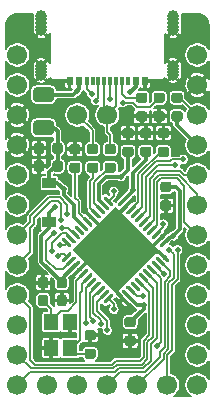
<source format=gtl>
G04 #@! TF.GenerationSoftware,KiCad,Pcbnew,(5.1.6)-1*
G04 #@! TF.CreationDate,2020-10-13T18:08:15+08:00*
G04 #@! TF.ProjectId,Alvaro,416c7661-726f-42e6-9b69-6361645f7063,C*
G04 #@! TF.SameCoordinates,Original*
G04 #@! TF.FileFunction,Copper,L1,Top*
G04 #@! TF.FilePolarity,Positive*
%FSLAX46Y46*%
G04 Gerber Fmt 4.6, Leading zero omitted, Abs format (unit mm)*
G04 Created by KiCad (PCBNEW (5.1.6)-1) date 2020-10-13 18:08:15*
%MOMM*%
%LPD*%
G01*
G04 APERTURE LIST*
G04 #@! TA.AperFunction,SMDPad,CuDef*
%ADD10R,0.300000X0.800000*%
G04 #@! TD*
G04 #@! TA.AperFunction,ComponentPad*
%ADD11C,1.000000*%
G04 #@! TD*
G04 #@! TA.AperFunction,SMDPad,CuDef*
%ADD12R,0.540000X0.800000*%
G04 #@! TD*
G04 #@! TA.AperFunction,SMDPad,CuDef*
%ADD13R,1.200000X0.900000*%
G04 #@! TD*
G04 #@! TA.AperFunction,ComponentPad*
%ADD14C,1.700000*%
G04 #@! TD*
G04 #@! TA.AperFunction,SMDPad,CuDef*
%ADD15C,0.100000*%
G04 #@! TD*
G04 #@! TA.AperFunction,SMDPad,CuDef*
%ADD16R,1.200000X1.400000*%
G04 #@! TD*
G04 #@! TA.AperFunction,ViaPad*
%ADD17C,0.500000*%
G04 #@! TD*
G04 #@! TA.AperFunction,Conductor*
%ADD18C,0.310000*%
G04 #@! TD*
G04 #@! TA.AperFunction,Conductor*
%ADD19C,0.160000*%
G04 #@! TD*
G04 APERTURE END LIST*
G04 #@! TA.AperFunction,SMDPad,CuDef*
G36*
G01*
X25225000Y-31275000D02*
X23975000Y-31275000D01*
G75*
G02*
X23725000Y-31025000I0J250000D01*
G01*
X23725000Y-30275000D01*
G75*
G02*
X23975000Y-30025000I250000J0D01*
G01*
X25225000Y-30025000D01*
G75*
G02*
X25475000Y-30275000I0J-250000D01*
G01*
X25475000Y-31025000D01*
G75*
G02*
X25225000Y-31275000I-250000J0D01*
G01*
G37*
G04 #@! TD.AperFunction*
G04 #@! TA.AperFunction,SMDPad,CuDef*
G36*
G01*
X25225000Y-34075000D02*
X23975000Y-34075000D01*
G75*
G02*
X23725000Y-33825000I0J250000D01*
G01*
X23725000Y-33075000D01*
G75*
G02*
X23975000Y-32825000I250000J0D01*
G01*
X25225000Y-32825000D01*
G75*
G02*
X25475000Y-33075000I0J-250000D01*
G01*
X25475000Y-33825000D01*
G75*
G02*
X25225000Y-34075000I-250000J0D01*
G01*
G37*
G04 #@! TD.AperFunction*
D10*
X31758000Y-29500000D03*
X28750000Y-29500000D03*
D11*
X24424400Y-23973200D03*
X24424700Y-24252600D03*
X24424700Y-24557400D03*
X24424700Y-24900300D03*
X24424700Y-25192400D03*
X35575300Y-24570100D03*
X35575300Y-24265300D03*
X35575000Y-23985900D03*
X35575300Y-25205100D03*
X35575300Y-24913000D03*
X35575300Y-28735700D03*
X35575600Y-28219000D03*
X35575600Y-28981000D03*
X35575600Y-28481700D03*
X24425000Y-28481700D03*
X24425000Y-28981000D03*
X24425000Y-28219000D03*
X24424700Y-28735700D03*
D12*
X26800000Y-29500000D03*
X33200000Y-29500000D03*
X32400000Y-29500000D03*
X27600000Y-29500000D03*
D10*
X29250000Y-29500000D03*
X30750000Y-29500000D03*
X29750000Y-29500000D03*
X30250000Y-29500000D03*
X31250000Y-29500000D03*
X28250000Y-29500000D03*
D13*
X25100000Y-38150000D03*
X25100000Y-41450000D03*
D14*
X24920000Y-55240000D03*
X27460000Y-55240000D03*
X30000000Y-55240000D03*
X32540000Y-55240000D03*
X35080000Y-55240000D03*
X22380000Y-27300000D03*
X22380000Y-29840000D03*
X22380000Y-32380000D03*
X22380000Y-34920000D03*
X22380000Y-37460000D03*
X22380000Y-40000000D03*
X22380000Y-42540000D03*
X22380000Y-45080000D03*
X22380000Y-47620000D03*
X22380000Y-50160000D03*
X22380000Y-52700000D03*
X22380000Y-55240000D03*
X37620000Y-55240000D03*
X37620000Y-52700000D03*
X37620000Y-50160000D03*
X37620000Y-47620000D03*
X37620000Y-45080000D03*
X37620000Y-42540000D03*
X37620000Y-40000000D03*
X37620000Y-37460000D03*
X37620000Y-34920000D03*
X37620000Y-32380000D03*
X37620000Y-29840000D03*
X37620000Y-27300000D03*
X30000000Y-32380000D03*
X27460000Y-32380000D03*
G04 #@! TA.AperFunction,SMDPad,CuDef*
G36*
G01*
X26225000Y-36443750D02*
X26225000Y-36956250D01*
G75*
G02*
X26006250Y-37175000I-218750J0D01*
G01*
X25568750Y-37175000D01*
G75*
G02*
X25350000Y-36956250I0J218750D01*
G01*
X25350000Y-36443750D01*
G75*
G02*
X25568750Y-36225000I218750J0D01*
G01*
X26006250Y-36225000D01*
G75*
G02*
X26225000Y-36443750I0J-218750D01*
G01*
G37*
G04 #@! TD.AperFunction*
G04 #@! TA.AperFunction,SMDPad,CuDef*
G36*
G01*
X24650000Y-36443750D02*
X24650000Y-36956250D01*
G75*
G02*
X24431250Y-37175000I-218750J0D01*
G01*
X23993750Y-37175000D01*
G75*
G02*
X23775000Y-36956250I0J218750D01*
G01*
X23775000Y-36443750D01*
G75*
G02*
X23993750Y-36225000I218750J0D01*
G01*
X24431250Y-36225000D01*
G75*
G02*
X24650000Y-36443750I0J-218750D01*
G01*
G37*
G04 #@! TD.AperFunction*
G04 #@! TA.AperFunction,SMDPad,CuDef*
D15*
G36*
X27023045Y-43800000D02*
G01*
X30700000Y-40123045D01*
X34376955Y-43800000D01*
X30700000Y-47476955D01*
X27023045Y-43800000D01*
G37*
G04 #@! TD.AperFunction*
G04 #@! TA.AperFunction,SMDPad,CuDef*
G36*
G01*
X30912132Y-40052334D02*
X30912132Y-40052334D01*
G75*
G02*
X30912132Y-39840202I106066J106066D01*
G01*
X31477818Y-39274516D01*
G75*
G02*
X31689950Y-39274516I106066J-106066D01*
G01*
X31689950Y-39274516D01*
G75*
G02*
X31689950Y-39486648I-106066J-106066D01*
G01*
X31124264Y-40052334D01*
G75*
G02*
X30912132Y-40052334I-106066J106066D01*
G01*
G37*
G04 #@! TD.AperFunction*
G04 #@! TA.AperFunction,SMDPad,CuDef*
G36*
G01*
X31265685Y-40405888D02*
X31265685Y-40405888D01*
G75*
G02*
X31265685Y-40193756I106066J106066D01*
G01*
X31831371Y-39628070D01*
G75*
G02*
X32043503Y-39628070I106066J-106066D01*
G01*
X32043503Y-39628070D01*
G75*
G02*
X32043503Y-39840202I-106066J-106066D01*
G01*
X31477817Y-40405888D01*
G75*
G02*
X31265685Y-40405888I-106066J106066D01*
G01*
G37*
G04 #@! TD.AperFunction*
G04 #@! TA.AperFunction,SMDPad,CuDef*
G36*
G01*
X31619239Y-40759441D02*
X31619239Y-40759441D01*
G75*
G02*
X31619239Y-40547309I106066J106066D01*
G01*
X32184925Y-39981623D01*
G75*
G02*
X32397057Y-39981623I106066J-106066D01*
G01*
X32397057Y-39981623D01*
G75*
G02*
X32397057Y-40193755I-106066J-106066D01*
G01*
X31831371Y-40759441D01*
G75*
G02*
X31619239Y-40759441I-106066J106066D01*
G01*
G37*
G04 #@! TD.AperFunction*
G04 #@! TA.AperFunction,SMDPad,CuDef*
G36*
G01*
X31972792Y-41112995D02*
X31972792Y-41112995D01*
G75*
G02*
X31972792Y-40900863I106066J106066D01*
G01*
X32538478Y-40335177D01*
G75*
G02*
X32750610Y-40335177I106066J-106066D01*
G01*
X32750610Y-40335177D01*
G75*
G02*
X32750610Y-40547309I-106066J-106066D01*
G01*
X32184924Y-41112995D01*
G75*
G02*
X31972792Y-41112995I-106066J106066D01*
G01*
G37*
G04 #@! TD.AperFunction*
G04 #@! TA.AperFunction,SMDPad,CuDef*
G36*
G01*
X32326345Y-41466548D02*
X32326345Y-41466548D01*
G75*
G02*
X32326345Y-41254416I106066J106066D01*
G01*
X32892031Y-40688730D01*
G75*
G02*
X33104163Y-40688730I106066J-106066D01*
G01*
X33104163Y-40688730D01*
G75*
G02*
X33104163Y-40900862I-106066J-106066D01*
G01*
X32538477Y-41466548D01*
G75*
G02*
X32326345Y-41466548I-106066J106066D01*
G01*
G37*
G04 #@! TD.AperFunction*
G04 #@! TA.AperFunction,SMDPad,CuDef*
G36*
G01*
X32679899Y-41820101D02*
X32679899Y-41820101D01*
G75*
G02*
X32679899Y-41607969I106066J106066D01*
G01*
X33245585Y-41042283D01*
G75*
G02*
X33457717Y-41042283I106066J-106066D01*
G01*
X33457717Y-41042283D01*
G75*
G02*
X33457717Y-41254415I-106066J-106066D01*
G01*
X32892031Y-41820101D01*
G75*
G02*
X32679899Y-41820101I-106066J106066D01*
G01*
G37*
G04 #@! TD.AperFunction*
G04 #@! TA.AperFunction,SMDPad,CuDef*
G36*
G01*
X33033452Y-42173655D02*
X33033452Y-42173655D01*
G75*
G02*
X33033452Y-41961523I106066J106066D01*
G01*
X33599138Y-41395837D01*
G75*
G02*
X33811270Y-41395837I106066J-106066D01*
G01*
X33811270Y-41395837D01*
G75*
G02*
X33811270Y-41607969I-106066J-106066D01*
G01*
X33245584Y-42173655D01*
G75*
G02*
X33033452Y-42173655I-106066J106066D01*
G01*
G37*
G04 #@! TD.AperFunction*
G04 #@! TA.AperFunction,SMDPad,CuDef*
G36*
G01*
X33387005Y-42527208D02*
X33387005Y-42527208D01*
G75*
G02*
X33387005Y-42315076I106066J106066D01*
G01*
X33952691Y-41749390D01*
G75*
G02*
X34164823Y-41749390I106066J-106066D01*
G01*
X34164823Y-41749390D01*
G75*
G02*
X34164823Y-41961522I-106066J-106066D01*
G01*
X33599137Y-42527208D01*
G75*
G02*
X33387005Y-42527208I-106066J106066D01*
G01*
G37*
G04 #@! TD.AperFunction*
G04 #@! TA.AperFunction,SMDPad,CuDef*
G36*
G01*
X33740559Y-42880761D02*
X33740559Y-42880761D01*
G75*
G02*
X33740559Y-42668629I106066J106066D01*
G01*
X34306245Y-42102943D01*
G75*
G02*
X34518377Y-42102943I106066J-106066D01*
G01*
X34518377Y-42102943D01*
G75*
G02*
X34518377Y-42315075I-106066J-106066D01*
G01*
X33952691Y-42880761D01*
G75*
G02*
X33740559Y-42880761I-106066J106066D01*
G01*
G37*
G04 #@! TD.AperFunction*
G04 #@! TA.AperFunction,SMDPad,CuDef*
G36*
G01*
X34094112Y-43234315D02*
X34094112Y-43234315D01*
G75*
G02*
X34094112Y-43022183I106066J106066D01*
G01*
X34659798Y-42456497D01*
G75*
G02*
X34871930Y-42456497I106066J-106066D01*
G01*
X34871930Y-42456497D01*
G75*
G02*
X34871930Y-42668629I-106066J-106066D01*
G01*
X34306244Y-43234315D01*
G75*
G02*
X34094112Y-43234315I-106066J106066D01*
G01*
G37*
G04 #@! TD.AperFunction*
G04 #@! TA.AperFunction,SMDPad,CuDef*
G36*
G01*
X34447666Y-43587868D02*
X34447666Y-43587868D01*
G75*
G02*
X34447666Y-43375736I106066J106066D01*
G01*
X35013352Y-42810050D01*
G75*
G02*
X35225484Y-42810050I106066J-106066D01*
G01*
X35225484Y-42810050D01*
G75*
G02*
X35225484Y-43022182I-106066J-106066D01*
G01*
X34659798Y-43587868D01*
G75*
G02*
X34447666Y-43587868I-106066J106066D01*
G01*
G37*
G04 #@! TD.AperFunction*
G04 #@! TA.AperFunction,SMDPad,CuDef*
G36*
G01*
X34447666Y-44012132D02*
X34447666Y-44012132D01*
G75*
G02*
X34659798Y-44012132I106066J-106066D01*
G01*
X35225484Y-44577818D01*
G75*
G02*
X35225484Y-44789950I-106066J-106066D01*
G01*
X35225484Y-44789950D01*
G75*
G02*
X35013352Y-44789950I-106066J106066D01*
G01*
X34447666Y-44224264D01*
G75*
G02*
X34447666Y-44012132I106066J106066D01*
G01*
G37*
G04 #@! TD.AperFunction*
G04 #@! TA.AperFunction,SMDPad,CuDef*
G36*
G01*
X34094112Y-44365685D02*
X34094112Y-44365685D01*
G75*
G02*
X34306244Y-44365685I106066J-106066D01*
G01*
X34871930Y-44931371D01*
G75*
G02*
X34871930Y-45143503I-106066J-106066D01*
G01*
X34871930Y-45143503D01*
G75*
G02*
X34659798Y-45143503I-106066J106066D01*
G01*
X34094112Y-44577817D01*
G75*
G02*
X34094112Y-44365685I106066J106066D01*
G01*
G37*
G04 #@! TD.AperFunction*
G04 #@! TA.AperFunction,SMDPad,CuDef*
G36*
G01*
X33740559Y-44719239D02*
X33740559Y-44719239D01*
G75*
G02*
X33952691Y-44719239I106066J-106066D01*
G01*
X34518377Y-45284925D01*
G75*
G02*
X34518377Y-45497057I-106066J-106066D01*
G01*
X34518377Y-45497057D01*
G75*
G02*
X34306245Y-45497057I-106066J106066D01*
G01*
X33740559Y-44931371D01*
G75*
G02*
X33740559Y-44719239I106066J106066D01*
G01*
G37*
G04 #@! TD.AperFunction*
G04 #@! TA.AperFunction,SMDPad,CuDef*
G36*
G01*
X33387005Y-45072792D02*
X33387005Y-45072792D01*
G75*
G02*
X33599137Y-45072792I106066J-106066D01*
G01*
X34164823Y-45638478D01*
G75*
G02*
X34164823Y-45850610I-106066J-106066D01*
G01*
X34164823Y-45850610D01*
G75*
G02*
X33952691Y-45850610I-106066J106066D01*
G01*
X33387005Y-45284924D01*
G75*
G02*
X33387005Y-45072792I106066J106066D01*
G01*
G37*
G04 #@! TD.AperFunction*
G04 #@! TA.AperFunction,SMDPad,CuDef*
G36*
G01*
X33033452Y-45426345D02*
X33033452Y-45426345D01*
G75*
G02*
X33245584Y-45426345I106066J-106066D01*
G01*
X33811270Y-45992031D01*
G75*
G02*
X33811270Y-46204163I-106066J-106066D01*
G01*
X33811270Y-46204163D01*
G75*
G02*
X33599138Y-46204163I-106066J106066D01*
G01*
X33033452Y-45638477D01*
G75*
G02*
X33033452Y-45426345I106066J106066D01*
G01*
G37*
G04 #@! TD.AperFunction*
G04 #@! TA.AperFunction,SMDPad,CuDef*
G36*
G01*
X32679899Y-45779899D02*
X32679899Y-45779899D01*
G75*
G02*
X32892031Y-45779899I106066J-106066D01*
G01*
X33457717Y-46345585D01*
G75*
G02*
X33457717Y-46557717I-106066J-106066D01*
G01*
X33457717Y-46557717D01*
G75*
G02*
X33245585Y-46557717I-106066J106066D01*
G01*
X32679899Y-45992031D01*
G75*
G02*
X32679899Y-45779899I106066J106066D01*
G01*
G37*
G04 #@! TD.AperFunction*
G04 #@! TA.AperFunction,SMDPad,CuDef*
G36*
G01*
X32326345Y-46133452D02*
X32326345Y-46133452D01*
G75*
G02*
X32538477Y-46133452I106066J-106066D01*
G01*
X33104163Y-46699138D01*
G75*
G02*
X33104163Y-46911270I-106066J-106066D01*
G01*
X33104163Y-46911270D01*
G75*
G02*
X32892031Y-46911270I-106066J106066D01*
G01*
X32326345Y-46345584D01*
G75*
G02*
X32326345Y-46133452I106066J106066D01*
G01*
G37*
G04 #@! TD.AperFunction*
G04 #@! TA.AperFunction,SMDPad,CuDef*
G36*
G01*
X31972792Y-46487005D02*
X31972792Y-46487005D01*
G75*
G02*
X32184924Y-46487005I106066J-106066D01*
G01*
X32750610Y-47052691D01*
G75*
G02*
X32750610Y-47264823I-106066J-106066D01*
G01*
X32750610Y-47264823D01*
G75*
G02*
X32538478Y-47264823I-106066J106066D01*
G01*
X31972792Y-46699137D01*
G75*
G02*
X31972792Y-46487005I106066J106066D01*
G01*
G37*
G04 #@! TD.AperFunction*
G04 #@! TA.AperFunction,SMDPad,CuDef*
G36*
G01*
X31619239Y-46840559D02*
X31619239Y-46840559D01*
G75*
G02*
X31831371Y-46840559I106066J-106066D01*
G01*
X32397057Y-47406245D01*
G75*
G02*
X32397057Y-47618377I-106066J-106066D01*
G01*
X32397057Y-47618377D01*
G75*
G02*
X32184925Y-47618377I-106066J106066D01*
G01*
X31619239Y-47052691D01*
G75*
G02*
X31619239Y-46840559I106066J106066D01*
G01*
G37*
G04 #@! TD.AperFunction*
G04 #@! TA.AperFunction,SMDPad,CuDef*
G36*
G01*
X31265685Y-47194112D02*
X31265685Y-47194112D01*
G75*
G02*
X31477817Y-47194112I106066J-106066D01*
G01*
X32043503Y-47759798D01*
G75*
G02*
X32043503Y-47971930I-106066J-106066D01*
G01*
X32043503Y-47971930D01*
G75*
G02*
X31831371Y-47971930I-106066J106066D01*
G01*
X31265685Y-47406244D01*
G75*
G02*
X31265685Y-47194112I106066J106066D01*
G01*
G37*
G04 #@! TD.AperFunction*
G04 #@! TA.AperFunction,SMDPad,CuDef*
G36*
G01*
X30912132Y-47547666D02*
X30912132Y-47547666D01*
G75*
G02*
X31124264Y-47547666I106066J-106066D01*
G01*
X31689950Y-48113352D01*
G75*
G02*
X31689950Y-48325484I-106066J-106066D01*
G01*
X31689950Y-48325484D01*
G75*
G02*
X31477818Y-48325484I-106066J106066D01*
G01*
X30912132Y-47759798D01*
G75*
G02*
X30912132Y-47547666I106066J106066D01*
G01*
G37*
G04 #@! TD.AperFunction*
G04 #@! TA.AperFunction,SMDPad,CuDef*
G36*
G01*
X29710050Y-48325484D02*
X29710050Y-48325484D01*
G75*
G02*
X29710050Y-48113352I106066J106066D01*
G01*
X30275736Y-47547666D01*
G75*
G02*
X30487868Y-47547666I106066J-106066D01*
G01*
X30487868Y-47547666D01*
G75*
G02*
X30487868Y-47759798I-106066J-106066D01*
G01*
X29922182Y-48325484D01*
G75*
G02*
X29710050Y-48325484I-106066J106066D01*
G01*
G37*
G04 #@! TD.AperFunction*
G04 #@! TA.AperFunction,SMDPad,CuDef*
G36*
G01*
X29356497Y-47971930D02*
X29356497Y-47971930D01*
G75*
G02*
X29356497Y-47759798I106066J106066D01*
G01*
X29922183Y-47194112D01*
G75*
G02*
X30134315Y-47194112I106066J-106066D01*
G01*
X30134315Y-47194112D01*
G75*
G02*
X30134315Y-47406244I-106066J-106066D01*
G01*
X29568629Y-47971930D01*
G75*
G02*
X29356497Y-47971930I-106066J106066D01*
G01*
G37*
G04 #@! TD.AperFunction*
G04 #@! TA.AperFunction,SMDPad,CuDef*
G36*
G01*
X29002943Y-47618377D02*
X29002943Y-47618377D01*
G75*
G02*
X29002943Y-47406245I106066J106066D01*
G01*
X29568629Y-46840559D01*
G75*
G02*
X29780761Y-46840559I106066J-106066D01*
G01*
X29780761Y-46840559D01*
G75*
G02*
X29780761Y-47052691I-106066J-106066D01*
G01*
X29215075Y-47618377D01*
G75*
G02*
X29002943Y-47618377I-106066J106066D01*
G01*
G37*
G04 #@! TD.AperFunction*
G04 #@! TA.AperFunction,SMDPad,CuDef*
G36*
G01*
X28649390Y-47264823D02*
X28649390Y-47264823D01*
G75*
G02*
X28649390Y-47052691I106066J106066D01*
G01*
X29215076Y-46487005D01*
G75*
G02*
X29427208Y-46487005I106066J-106066D01*
G01*
X29427208Y-46487005D01*
G75*
G02*
X29427208Y-46699137I-106066J-106066D01*
G01*
X28861522Y-47264823D01*
G75*
G02*
X28649390Y-47264823I-106066J106066D01*
G01*
G37*
G04 #@! TD.AperFunction*
G04 #@! TA.AperFunction,SMDPad,CuDef*
G36*
G01*
X28295837Y-46911270D02*
X28295837Y-46911270D01*
G75*
G02*
X28295837Y-46699138I106066J106066D01*
G01*
X28861523Y-46133452D01*
G75*
G02*
X29073655Y-46133452I106066J-106066D01*
G01*
X29073655Y-46133452D01*
G75*
G02*
X29073655Y-46345584I-106066J-106066D01*
G01*
X28507969Y-46911270D01*
G75*
G02*
X28295837Y-46911270I-106066J106066D01*
G01*
G37*
G04 #@! TD.AperFunction*
G04 #@! TA.AperFunction,SMDPad,CuDef*
G36*
G01*
X27942283Y-46557717D02*
X27942283Y-46557717D01*
G75*
G02*
X27942283Y-46345585I106066J106066D01*
G01*
X28507969Y-45779899D01*
G75*
G02*
X28720101Y-45779899I106066J-106066D01*
G01*
X28720101Y-45779899D01*
G75*
G02*
X28720101Y-45992031I-106066J-106066D01*
G01*
X28154415Y-46557717D01*
G75*
G02*
X27942283Y-46557717I-106066J106066D01*
G01*
G37*
G04 #@! TD.AperFunction*
G04 #@! TA.AperFunction,SMDPad,CuDef*
G36*
G01*
X27588730Y-46204163D02*
X27588730Y-46204163D01*
G75*
G02*
X27588730Y-45992031I106066J106066D01*
G01*
X28154416Y-45426345D01*
G75*
G02*
X28366548Y-45426345I106066J-106066D01*
G01*
X28366548Y-45426345D01*
G75*
G02*
X28366548Y-45638477I-106066J-106066D01*
G01*
X27800862Y-46204163D01*
G75*
G02*
X27588730Y-46204163I-106066J106066D01*
G01*
G37*
G04 #@! TD.AperFunction*
G04 #@! TA.AperFunction,SMDPad,CuDef*
G36*
G01*
X27235177Y-45850610D02*
X27235177Y-45850610D01*
G75*
G02*
X27235177Y-45638478I106066J106066D01*
G01*
X27800863Y-45072792D01*
G75*
G02*
X28012995Y-45072792I106066J-106066D01*
G01*
X28012995Y-45072792D01*
G75*
G02*
X28012995Y-45284924I-106066J-106066D01*
G01*
X27447309Y-45850610D01*
G75*
G02*
X27235177Y-45850610I-106066J106066D01*
G01*
G37*
G04 #@! TD.AperFunction*
G04 #@! TA.AperFunction,SMDPad,CuDef*
G36*
G01*
X26881623Y-45497057D02*
X26881623Y-45497057D01*
G75*
G02*
X26881623Y-45284925I106066J106066D01*
G01*
X27447309Y-44719239D01*
G75*
G02*
X27659441Y-44719239I106066J-106066D01*
G01*
X27659441Y-44719239D01*
G75*
G02*
X27659441Y-44931371I-106066J-106066D01*
G01*
X27093755Y-45497057D01*
G75*
G02*
X26881623Y-45497057I-106066J106066D01*
G01*
G37*
G04 #@! TD.AperFunction*
G04 #@! TA.AperFunction,SMDPad,CuDef*
G36*
G01*
X26528070Y-45143503D02*
X26528070Y-45143503D01*
G75*
G02*
X26528070Y-44931371I106066J106066D01*
G01*
X27093756Y-44365685D01*
G75*
G02*
X27305888Y-44365685I106066J-106066D01*
G01*
X27305888Y-44365685D01*
G75*
G02*
X27305888Y-44577817I-106066J-106066D01*
G01*
X26740202Y-45143503D01*
G75*
G02*
X26528070Y-45143503I-106066J106066D01*
G01*
G37*
G04 #@! TD.AperFunction*
G04 #@! TA.AperFunction,SMDPad,CuDef*
G36*
G01*
X26174516Y-44789950D02*
X26174516Y-44789950D01*
G75*
G02*
X26174516Y-44577818I106066J106066D01*
G01*
X26740202Y-44012132D01*
G75*
G02*
X26952334Y-44012132I106066J-106066D01*
G01*
X26952334Y-44012132D01*
G75*
G02*
X26952334Y-44224264I-106066J-106066D01*
G01*
X26386648Y-44789950D01*
G75*
G02*
X26174516Y-44789950I-106066J106066D01*
G01*
G37*
G04 #@! TD.AperFunction*
G04 #@! TA.AperFunction,SMDPad,CuDef*
G36*
G01*
X26174516Y-42810050D02*
X26174516Y-42810050D01*
G75*
G02*
X26386648Y-42810050I106066J-106066D01*
G01*
X26952334Y-43375736D01*
G75*
G02*
X26952334Y-43587868I-106066J-106066D01*
G01*
X26952334Y-43587868D01*
G75*
G02*
X26740202Y-43587868I-106066J106066D01*
G01*
X26174516Y-43022182D01*
G75*
G02*
X26174516Y-42810050I106066J106066D01*
G01*
G37*
G04 #@! TD.AperFunction*
G04 #@! TA.AperFunction,SMDPad,CuDef*
G36*
G01*
X26528070Y-42456497D02*
X26528070Y-42456497D01*
G75*
G02*
X26740202Y-42456497I106066J-106066D01*
G01*
X27305888Y-43022183D01*
G75*
G02*
X27305888Y-43234315I-106066J-106066D01*
G01*
X27305888Y-43234315D01*
G75*
G02*
X27093756Y-43234315I-106066J106066D01*
G01*
X26528070Y-42668629D01*
G75*
G02*
X26528070Y-42456497I106066J106066D01*
G01*
G37*
G04 #@! TD.AperFunction*
G04 #@! TA.AperFunction,SMDPad,CuDef*
G36*
G01*
X26881623Y-42102943D02*
X26881623Y-42102943D01*
G75*
G02*
X27093755Y-42102943I106066J-106066D01*
G01*
X27659441Y-42668629D01*
G75*
G02*
X27659441Y-42880761I-106066J-106066D01*
G01*
X27659441Y-42880761D01*
G75*
G02*
X27447309Y-42880761I-106066J106066D01*
G01*
X26881623Y-42315075D01*
G75*
G02*
X26881623Y-42102943I106066J106066D01*
G01*
G37*
G04 #@! TD.AperFunction*
G04 #@! TA.AperFunction,SMDPad,CuDef*
G36*
G01*
X27235177Y-41749390D02*
X27235177Y-41749390D01*
G75*
G02*
X27447309Y-41749390I106066J-106066D01*
G01*
X28012995Y-42315076D01*
G75*
G02*
X28012995Y-42527208I-106066J-106066D01*
G01*
X28012995Y-42527208D01*
G75*
G02*
X27800863Y-42527208I-106066J106066D01*
G01*
X27235177Y-41961522D01*
G75*
G02*
X27235177Y-41749390I106066J106066D01*
G01*
G37*
G04 #@! TD.AperFunction*
G04 #@! TA.AperFunction,SMDPad,CuDef*
G36*
G01*
X27588730Y-41395837D02*
X27588730Y-41395837D01*
G75*
G02*
X27800862Y-41395837I106066J-106066D01*
G01*
X28366548Y-41961523D01*
G75*
G02*
X28366548Y-42173655I-106066J-106066D01*
G01*
X28366548Y-42173655D01*
G75*
G02*
X28154416Y-42173655I-106066J106066D01*
G01*
X27588730Y-41607969D01*
G75*
G02*
X27588730Y-41395837I106066J106066D01*
G01*
G37*
G04 #@! TD.AperFunction*
G04 #@! TA.AperFunction,SMDPad,CuDef*
G36*
G01*
X27942283Y-41042283D02*
X27942283Y-41042283D01*
G75*
G02*
X28154415Y-41042283I106066J-106066D01*
G01*
X28720101Y-41607969D01*
G75*
G02*
X28720101Y-41820101I-106066J-106066D01*
G01*
X28720101Y-41820101D01*
G75*
G02*
X28507969Y-41820101I-106066J106066D01*
G01*
X27942283Y-41254415D01*
G75*
G02*
X27942283Y-41042283I106066J106066D01*
G01*
G37*
G04 #@! TD.AperFunction*
G04 #@! TA.AperFunction,SMDPad,CuDef*
G36*
G01*
X28295837Y-40688730D02*
X28295837Y-40688730D01*
G75*
G02*
X28507969Y-40688730I106066J-106066D01*
G01*
X29073655Y-41254416D01*
G75*
G02*
X29073655Y-41466548I-106066J-106066D01*
G01*
X29073655Y-41466548D01*
G75*
G02*
X28861523Y-41466548I-106066J106066D01*
G01*
X28295837Y-40900862D01*
G75*
G02*
X28295837Y-40688730I106066J106066D01*
G01*
G37*
G04 #@! TD.AperFunction*
G04 #@! TA.AperFunction,SMDPad,CuDef*
G36*
G01*
X28649390Y-40335177D02*
X28649390Y-40335177D01*
G75*
G02*
X28861522Y-40335177I106066J-106066D01*
G01*
X29427208Y-40900863D01*
G75*
G02*
X29427208Y-41112995I-106066J-106066D01*
G01*
X29427208Y-41112995D01*
G75*
G02*
X29215076Y-41112995I-106066J106066D01*
G01*
X28649390Y-40547309D01*
G75*
G02*
X28649390Y-40335177I106066J106066D01*
G01*
G37*
G04 #@! TD.AperFunction*
G04 #@! TA.AperFunction,SMDPad,CuDef*
G36*
G01*
X29002943Y-39981623D02*
X29002943Y-39981623D01*
G75*
G02*
X29215075Y-39981623I106066J-106066D01*
G01*
X29780761Y-40547309D01*
G75*
G02*
X29780761Y-40759441I-106066J-106066D01*
G01*
X29780761Y-40759441D01*
G75*
G02*
X29568629Y-40759441I-106066J106066D01*
G01*
X29002943Y-40193755D01*
G75*
G02*
X29002943Y-39981623I106066J106066D01*
G01*
G37*
G04 #@! TD.AperFunction*
G04 #@! TA.AperFunction,SMDPad,CuDef*
G36*
G01*
X29356497Y-39628070D02*
X29356497Y-39628070D01*
G75*
G02*
X29568629Y-39628070I106066J-106066D01*
G01*
X30134315Y-40193756D01*
G75*
G02*
X30134315Y-40405888I-106066J-106066D01*
G01*
X30134315Y-40405888D01*
G75*
G02*
X29922183Y-40405888I-106066J106066D01*
G01*
X29356497Y-39840202D01*
G75*
G02*
X29356497Y-39628070I106066J106066D01*
G01*
G37*
G04 #@! TD.AperFunction*
G04 #@! TA.AperFunction,SMDPad,CuDef*
G36*
G01*
X29710050Y-39274516D02*
X29710050Y-39274516D01*
G75*
G02*
X29922182Y-39274516I106066J-106066D01*
G01*
X30487868Y-39840202D01*
G75*
G02*
X30487868Y-40052334I-106066J-106066D01*
G01*
X30487868Y-40052334D01*
G75*
G02*
X30275736Y-40052334I-106066J106066D01*
G01*
X29710050Y-39486648D01*
G75*
G02*
X29710050Y-39274516I106066J106066D01*
G01*
G37*
G04 #@! TD.AperFunction*
G04 #@! TA.AperFunction,SMDPad,CuDef*
G36*
G01*
X23775000Y-35456250D02*
X23775000Y-34943750D01*
G75*
G02*
X23993750Y-34725000I218750J0D01*
G01*
X24431250Y-34725000D01*
G75*
G02*
X24650000Y-34943750I0J-218750D01*
G01*
X24650000Y-35456250D01*
G75*
G02*
X24431250Y-35675000I-218750J0D01*
G01*
X23993750Y-35675000D01*
G75*
G02*
X23775000Y-35456250I0J218750D01*
G01*
G37*
G04 #@! TD.AperFunction*
G04 #@! TA.AperFunction,SMDPad,CuDef*
G36*
G01*
X25350000Y-35456250D02*
X25350000Y-34943750D01*
G75*
G02*
X25568750Y-34725000I218750J0D01*
G01*
X26006250Y-34725000D01*
G75*
G02*
X26225000Y-34943750I0J-218750D01*
G01*
X26225000Y-35456250D01*
G75*
G02*
X26006250Y-35675000I-218750J0D01*
G01*
X25568750Y-35675000D01*
G75*
G02*
X25350000Y-35456250I0J218750D01*
G01*
G37*
G04 #@! TD.AperFunction*
G04 #@! TA.AperFunction,SMDPad,CuDef*
G36*
G01*
X30506250Y-35700000D02*
X29993750Y-35700000D01*
G75*
G02*
X29775000Y-35481250I0J218750D01*
G01*
X29775000Y-35043750D01*
G75*
G02*
X29993750Y-34825000I218750J0D01*
G01*
X30506250Y-34825000D01*
G75*
G02*
X30725000Y-35043750I0J-218750D01*
G01*
X30725000Y-35481250D01*
G75*
G02*
X30506250Y-35700000I-218750J0D01*
G01*
G37*
G04 #@! TD.AperFunction*
G04 #@! TA.AperFunction,SMDPad,CuDef*
G36*
G01*
X30506250Y-37275000D02*
X29993750Y-37275000D01*
G75*
G02*
X29775000Y-37056250I0J218750D01*
G01*
X29775000Y-36618750D01*
G75*
G02*
X29993750Y-36400000I218750J0D01*
G01*
X30506250Y-36400000D01*
G75*
G02*
X30725000Y-36618750I0J-218750D01*
G01*
X30725000Y-37056250D01*
G75*
G02*
X30506250Y-37275000I-218750J0D01*
G01*
G37*
G04 #@! TD.AperFunction*
G04 #@! TA.AperFunction,SMDPad,CuDef*
G36*
G01*
X29006250Y-35700000D02*
X28493750Y-35700000D01*
G75*
G02*
X28275000Y-35481250I0J218750D01*
G01*
X28275000Y-35043750D01*
G75*
G02*
X28493750Y-34825000I218750J0D01*
G01*
X29006250Y-34825000D01*
G75*
G02*
X29225000Y-35043750I0J-218750D01*
G01*
X29225000Y-35481250D01*
G75*
G02*
X29006250Y-35700000I-218750J0D01*
G01*
G37*
G04 #@! TD.AperFunction*
G04 #@! TA.AperFunction,SMDPad,CuDef*
G36*
G01*
X29006250Y-37275000D02*
X28493750Y-37275000D01*
G75*
G02*
X28275000Y-37056250I0J218750D01*
G01*
X28275000Y-36618750D01*
G75*
G02*
X28493750Y-36400000I218750J0D01*
G01*
X29006250Y-36400000D01*
G75*
G02*
X29225000Y-36618750I0J-218750D01*
G01*
X29225000Y-37056250D01*
G75*
G02*
X29006250Y-37275000I-218750J0D01*
G01*
G37*
G04 #@! TD.AperFunction*
G04 #@! TA.AperFunction,SMDPad,CuDef*
G36*
G01*
X35643750Y-30475000D02*
X36156250Y-30475000D01*
G75*
G02*
X36375000Y-30693750I0J-218750D01*
G01*
X36375000Y-31131250D01*
G75*
G02*
X36156250Y-31350000I-218750J0D01*
G01*
X35643750Y-31350000D01*
G75*
G02*
X35425000Y-31131250I0J218750D01*
G01*
X35425000Y-30693750D01*
G75*
G02*
X35643750Y-30475000I218750J0D01*
G01*
G37*
G04 #@! TD.AperFunction*
G04 #@! TA.AperFunction,SMDPad,CuDef*
G36*
G01*
X35643750Y-32050000D02*
X36156250Y-32050000D01*
G75*
G02*
X36375000Y-32268750I0J-218750D01*
G01*
X36375000Y-32706250D01*
G75*
G02*
X36156250Y-32925000I-218750J0D01*
G01*
X35643750Y-32925000D01*
G75*
G02*
X35425000Y-32706250I0J218750D01*
G01*
X35425000Y-32268750D01*
G75*
G02*
X35643750Y-32050000I218750J0D01*
G01*
G37*
G04 #@! TD.AperFunction*
G04 #@! TA.AperFunction,SMDPad,CuDef*
G36*
G01*
X34656250Y-32925000D02*
X34143750Y-32925000D01*
G75*
G02*
X33925000Y-32706250I0J218750D01*
G01*
X33925000Y-32268750D01*
G75*
G02*
X34143750Y-32050000I218750J0D01*
G01*
X34656250Y-32050000D01*
G75*
G02*
X34875000Y-32268750I0J-218750D01*
G01*
X34875000Y-32706250D01*
G75*
G02*
X34656250Y-32925000I-218750J0D01*
G01*
G37*
G04 #@! TD.AperFunction*
G04 #@! TA.AperFunction,SMDPad,CuDef*
G36*
G01*
X34656250Y-31350000D02*
X34143750Y-31350000D01*
G75*
G02*
X33925000Y-31131250I0J218750D01*
G01*
X33925000Y-30693750D01*
G75*
G02*
X34143750Y-30475000I218750J0D01*
G01*
X34656250Y-30475000D01*
G75*
G02*
X34875000Y-30693750I0J-218750D01*
G01*
X34875000Y-31131250D01*
G75*
G02*
X34656250Y-31350000I-218750J0D01*
G01*
G37*
G04 #@! TD.AperFunction*
G04 #@! TA.AperFunction,SMDPad,CuDef*
G36*
G01*
X33156250Y-31350000D02*
X32643750Y-31350000D01*
G75*
G02*
X32425000Y-31131250I0J218750D01*
G01*
X32425000Y-30693750D01*
G75*
G02*
X32643750Y-30475000I218750J0D01*
G01*
X33156250Y-30475000D01*
G75*
G02*
X33375000Y-30693750I0J-218750D01*
G01*
X33375000Y-31131250D01*
G75*
G02*
X33156250Y-31350000I-218750J0D01*
G01*
G37*
G04 #@! TD.AperFunction*
G04 #@! TA.AperFunction,SMDPad,CuDef*
G36*
G01*
X33156250Y-32925000D02*
X32643750Y-32925000D01*
G75*
G02*
X32425000Y-32706250I0J218750D01*
G01*
X32425000Y-32268750D01*
G75*
G02*
X32643750Y-32050000I218750J0D01*
G01*
X33156250Y-32050000D01*
G75*
G02*
X33375000Y-32268750I0J-218750D01*
G01*
X33375000Y-32706250D01*
G75*
G02*
X33156250Y-32925000I-218750J0D01*
G01*
G37*
G04 #@! TD.AperFunction*
G04 #@! TA.AperFunction,SMDPad,CuDef*
G36*
G01*
X35006250Y-34350000D02*
X34493750Y-34350000D01*
G75*
G02*
X34275000Y-34131250I0J218750D01*
G01*
X34275000Y-33693750D01*
G75*
G02*
X34493750Y-33475000I218750J0D01*
G01*
X35006250Y-33475000D01*
G75*
G02*
X35225000Y-33693750I0J-218750D01*
G01*
X35225000Y-34131250D01*
G75*
G02*
X35006250Y-34350000I-218750J0D01*
G01*
G37*
G04 #@! TD.AperFunction*
G04 #@! TA.AperFunction,SMDPad,CuDef*
G36*
G01*
X35006250Y-35925000D02*
X34493750Y-35925000D01*
G75*
G02*
X34275000Y-35706250I0J218750D01*
G01*
X34275000Y-35268750D01*
G75*
G02*
X34493750Y-35050000I218750J0D01*
G01*
X35006250Y-35050000D01*
G75*
G02*
X35225000Y-35268750I0J-218750D01*
G01*
X35225000Y-35706250D01*
G75*
G02*
X35006250Y-35925000I-218750J0D01*
G01*
G37*
G04 #@! TD.AperFunction*
G04 #@! TA.AperFunction,SMDPad,CuDef*
G36*
G01*
X27506250Y-35700000D02*
X26993750Y-35700000D01*
G75*
G02*
X26775000Y-35481250I0J218750D01*
G01*
X26775000Y-35043750D01*
G75*
G02*
X26993750Y-34825000I218750J0D01*
G01*
X27506250Y-34825000D01*
G75*
G02*
X27725000Y-35043750I0J-218750D01*
G01*
X27725000Y-35481250D01*
G75*
G02*
X27506250Y-35700000I-218750J0D01*
G01*
G37*
G04 #@! TD.AperFunction*
G04 #@! TA.AperFunction,SMDPad,CuDef*
G36*
G01*
X27506250Y-37275000D02*
X26993750Y-37275000D01*
G75*
G02*
X26775000Y-37056250I0J218750D01*
G01*
X26775000Y-36618750D01*
G75*
G02*
X26993750Y-36400000I218750J0D01*
G01*
X27506250Y-36400000D01*
G75*
G02*
X27725000Y-36618750I0J-218750D01*
G01*
X27725000Y-37056250D01*
G75*
G02*
X27506250Y-37275000I-218750J0D01*
G01*
G37*
G04 #@! TD.AperFunction*
G04 #@! TA.AperFunction,SMDPad,CuDef*
G36*
G01*
X25700000Y-48331250D02*
X25700000Y-47818750D01*
G75*
G02*
X25918750Y-47600000I218750J0D01*
G01*
X26356250Y-47600000D01*
G75*
G02*
X26575000Y-47818750I0J-218750D01*
G01*
X26575000Y-48331250D01*
G75*
G02*
X26356250Y-48550000I-218750J0D01*
G01*
X25918750Y-48550000D01*
G75*
G02*
X25700000Y-48331250I0J218750D01*
G01*
G37*
G04 #@! TD.AperFunction*
G04 #@! TA.AperFunction,SMDPad,CuDef*
G36*
G01*
X24125000Y-48331250D02*
X24125000Y-47818750D01*
G75*
G02*
X24343750Y-47600000I218750J0D01*
G01*
X24781250Y-47600000D01*
G75*
G02*
X25000000Y-47818750I0J-218750D01*
G01*
X25000000Y-48331250D01*
G75*
G02*
X24781250Y-48550000I-218750J0D01*
G01*
X24343750Y-48550000D01*
G75*
G02*
X24125000Y-48331250I0J218750D01*
G01*
G37*
G04 #@! TD.AperFunction*
G04 #@! TA.AperFunction,SMDPad,CuDef*
G36*
G01*
X28806250Y-53025000D02*
X28293750Y-53025000D01*
G75*
G02*
X28075000Y-52806250I0J218750D01*
G01*
X28075000Y-52368750D01*
G75*
G02*
X28293750Y-52150000I218750J0D01*
G01*
X28806250Y-52150000D01*
G75*
G02*
X29025000Y-52368750I0J-218750D01*
G01*
X29025000Y-52806250D01*
G75*
G02*
X28806250Y-53025000I-218750J0D01*
G01*
G37*
G04 #@! TD.AperFunction*
G04 #@! TA.AperFunction,SMDPad,CuDef*
G36*
G01*
X28806250Y-51450000D02*
X28293750Y-51450000D01*
G75*
G02*
X28075000Y-51231250I0J218750D01*
G01*
X28075000Y-50793750D01*
G75*
G02*
X28293750Y-50575000I218750J0D01*
G01*
X28806250Y-50575000D01*
G75*
G02*
X29025000Y-50793750I0J-218750D01*
G01*
X29025000Y-51231250D01*
G75*
G02*
X28806250Y-51450000I-218750J0D01*
G01*
G37*
G04 #@! TD.AperFunction*
G04 #@! TA.AperFunction,SMDPad,CuDef*
G36*
G01*
X32006250Y-34350000D02*
X31493750Y-34350000D01*
G75*
G02*
X31275000Y-34131250I0J218750D01*
G01*
X31275000Y-33693750D01*
G75*
G02*
X31493750Y-33475000I218750J0D01*
G01*
X32006250Y-33475000D01*
G75*
G02*
X32225000Y-33693750I0J-218750D01*
G01*
X32225000Y-34131250D01*
G75*
G02*
X32006250Y-34350000I-218750J0D01*
G01*
G37*
G04 #@! TD.AperFunction*
G04 #@! TA.AperFunction,SMDPad,CuDef*
G36*
G01*
X32006250Y-35925000D02*
X31493750Y-35925000D01*
G75*
G02*
X31275000Y-35706250I0J218750D01*
G01*
X31275000Y-35268750D01*
G75*
G02*
X31493750Y-35050000I218750J0D01*
G01*
X32006250Y-35050000D01*
G75*
G02*
X32225000Y-35268750I0J-218750D01*
G01*
X32225000Y-35706250D01*
G75*
G02*
X32006250Y-35925000I-218750J0D01*
G01*
G37*
G04 #@! TD.AperFunction*
G04 #@! TA.AperFunction,SMDPad,CuDef*
G36*
G01*
X33506250Y-34350000D02*
X32993750Y-34350000D01*
G75*
G02*
X32775000Y-34131250I0J218750D01*
G01*
X32775000Y-33693750D01*
G75*
G02*
X32993750Y-33475000I218750J0D01*
G01*
X33506250Y-33475000D01*
G75*
G02*
X33725000Y-33693750I0J-218750D01*
G01*
X33725000Y-34131250D01*
G75*
G02*
X33506250Y-34350000I-218750J0D01*
G01*
G37*
G04 #@! TD.AperFunction*
G04 #@! TA.AperFunction,SMDPad,CuDef*
G36*
G01*
X33506250Y-35925000D02*
X32993750Y-35925000D01*
G75*
G02*
X32775000Y-35706250I0J218750D01*
G01*
X32775000Y-35268750D01*
G75*
G02*
X32993750Y-35050000I218750J0D01*
G01*
X33506250Y-35050000D01*
G75*
G02*
X33725000Y-35268750I0J-218750D01*
G01*
X33725000Y-35706250D01*
G75*
G02*
X33506250Y-35925000I-218750J0D01*
G01*
G37*
G04 #@! TD.AperFunction*
G04 #@! TA.AperFunction,SMDPad,CuDef*
G36*
G01*
X34693750Y-38025000D02*
X35206250Y-38025000D01*
G75*
G02*
X35425000Y-38243750I0J-218750D01*
G01*
X35425000Y-38681250D01*
G75*
G02*
X35206250Y-38900000I-218750J0D01*
G01*
X34693750Y-38900000D01*
G75*
G02*
X34475000Y-38681250I0J218750D01*
G01*
X34475000Y-38243750D01*
G75*
G02*
X34693750Y-38025000I218750J0D01*
G01*
G37*
G04 #@! TD.AperFunction*
G04 #@! TA.AperFunction,SMDPad,CuDef*
G36*
G01*
X34693750Y-39600000D02*
X35206250Y-39600000D01*
G75*
G02*
X35425000Y-39818750I0J-218750D01*
G01*
X35425000Y-40256250D01*
G75*
G02*
X35206250Y-40475000I-218750J0D01*
G01*
X34693750Y-40475000D01*
G75*
G02*
X34475000Y-40256250I0J218750D01*
G01*
X34475000Y-39818750D01*
G75*
G02*
X34693750Y-39600000I218750J0D01*
G01*
G37*
G04 #@! TD.AperFunction*
G04 #@! TA.AperFunction,SMDPad,CuDef*
G36*
G01*
X31668750Y-49475000D02*
X32181250Y-49475000D01*
G75*
G02*
X32400000Y-49693750I0J-218750D01*
G01*
X32400000Y-50131250D01*
G75*
G02*
X32181250Y-50350000I-218750J0D01*
G01*
X31668750Y-50350000D01*
G75*
G02*
X31450000Y-50131250I0J218750D01*
G01*
X31450000Y-49693750D01*
G75*
G02*
X31668750Y-49475000I218750J0D01*
G01*
G37*
G04 #@! TD.AperFunction*
G04 #@! TA.AperFunction,SMDPad,CuDef*
G36*
G01*
X31668750Y-51050000D02*
X32181250Y-51050000D01*
G75*
G02*
X32400000Y-51268750I0J-218750D01*
G01*
X32400000Y-51706250D01*
G75*
G02*
X32181250Y-51925000I-218750J0D01*
G01*
X31668750Y-51925000D01*
G75*
G02*
X31450000Y-51706250I0J218750D01*
G01*
X31450000Y-51268750D01*
G75*
G02*
X31668750Y-51050000I218750J0D01*
G01*
G37*
G04 #@! TD.AperFunction*
G04 #@! TA.AperFunction,SMDPad,CuDef*
G36*
G01*
X26575000Y-46318750D02*
X26575000Y-46831250D01*
G75*
G02*
X26356250Y-47050000I-218750J0D01*
G01*
X25918750Y-47050000D01*
G75*
G02*
X25700000Y-46831250I0J218750D01*
G01*
X25700000Y-46318750D01*
G75*
G02*
X25918750Y-46100000I218750J0D01*
G01*
X26356250Y-46100000D01*
G75*
G02*
X26575000Y-46318750I0J-218750D01*
G01*
G37*
G04 #@! TD.AperFunction*
G04 #@! TA.AperFunction,SMDPad,CuDef*
G36*
G01*
X25000000Y-46318750D02*
X25000000Y-46831250D01*
G75*
G02*
X24781250Y-47050000I-218750J0D01*
G01*
X24343750Y-47050000D01*
G75*
G02*
X24125000Y-46831250I0J218750D01*
G01*
X24125000Y-46318750D01*
G75*
G02*
X24343750Y-46100000I218750J0D01*
G01*
X24781250Y-46100000D01*
G75*
G02*
X25000000Y-46318750I0J-218750D01*
G01*
G37*
G04 #@! TD.AperFunction*
D16*
X25250000Y-52100000D03*
X25250000Y-49900000D03*
X26850000Y-49900000D03*
X26850000Y-52100000D03*
D17*
X33075010Y-48460000D03*
X35599993Y-42600000D03*
X32144943Y-38744456D03*
X25584999Y-40150000D03*
X36800000Y-43850000D03*
X24100000Y-51550000D03*
X24100000Y-50450000D03*
X24100000Y-52650000D03*
X27600000Y-34000000D03*
X36000000Y-49150000D03*
X36200000Y-47500000D03*
X23450000Y-46500000D03*
X35900000Y-53300000D03*
X35575000Y-27225000D03*
X35575000Y-26175000D03*
X24425000Y-27225000D03*
X24425000Y-26200000D03*
X32125000Y-52450000D03*
X32900000Y-49925000D03*
X29775000Y-52900000D03*
X29800000Y-51400000D03*
X24125000Y-49300000D03*
X29450000Y-34100000D03*
X34350000Y-29900000D03*
X34000000Y-34600000D03*
X31050000Y-38300000D03*
X32500000Y-34600000D03*
X24900000Y-35950000D03*
X34735854Y-41614146D03*
X26150526Y-41910000D03*
X25968156Y-43369947D03*
X25309999Y-43859999D03*
X34229687Y-51929687D03*
X30541118Y-38841118D03*
X34803589Y-45796411D03*
X26110002Y-41251244D03*
X33050000Y-47710000D03*
X26600002Y-40778701D03*
X28814335Y-49821175D03*
X29488133Y-50042411D03*
X29999970Y-50600000D03*
X35250000Y-43800000D03*
X35750000Y-36617471D03*
X25800000Y-44350000D03*
X30250000Y-31050000D03*
X29000000Y-31150000D03*
X26300000Y-38678306D03*
X24600000Y-32050000D03*
X26000000Y-32050000D03*
X26500000Y-37650000D03*
X25450555Y-42400555D03*
X28182768Y-50012814D03*
X35942965Y-43800000D03*
X36410003Y-36139997D03*
X31174168Y-37590010D03*
X30555889Y-48819111D03*
X28670961Y-30577868D03*
X31303582Y-31318923D03*
X27425000Y-30325000D03*
X31950000Y-30422500D03*
D18*
X31700000Y-49712500D02*
X31822510Y-49712500D01*
X35435534Y-42600000D02*
X34836575Y-43198959D01*
X35599993Y-42600000D02*
X35435534Y-42600000D01*
X32144943Y-38819523D02*
X31301041Y-39663425D01*
X32144943Y-38744456D02*
X32144943Y-38819523D01*
X32123287Y-48051713D02*
X32531573Y-48460000D01*
X32531573Y-48460000D02*
X33075010Y-48460000D01*
X31654594Y-47583021D02*
X32123287Y-48051713D01*
X32123287Y-48051713D02*
X32269675Y-48198101D01*
X33075010Y-48762490D02*
X31925000Y-49912500D01*
X33075010Y-48460000D02*
X33075010Y-48762490D01*
X32144943Y-38744456D02*
X32144943Y-37283929D01*
X32144943Y-37283929D02*
X33250000Y-36178872D01*
X33250000Y-35487500D02*
X33250000Y-36178872D01*
X36134989Y-42065004D02*
X35599993Y-42600000D01*
X34950000Y-38462500D02*
X35797489Y-38462500D01*
X36134989Y-38800000D02*
X36134989Y-42065004D01*
X35797489Y-38462500D02*
X36134989Y-38800000D01*
X35900000Y-33200000D02*
X37620000Y-34920000D01*
X35900000Y-32487500D02*
X35900000Y-33200000D01*
X25100000Y-40634999D02*
X25584999Y-40150000D01*
X25100000Y-41450000D02*
X25100000Y-40634999D01*
X25100000Y-41914908D02*
X24424989Y-42589919D01*
X25100000Y-41450000D02*
X25100000Y-41914908D01*
X24424989Y-42589919D02*
X24424989Y-44787489D01*
X24424989Y-44787489D02*
X26137500Y-46500000D01*
X26137500Y-46500000D02*
X26137500Y-46241180D01*
X26137500Y-46241180D02*
X27270532Y-45108148D01*
X30700000Y-43800000D02*
X30700000Y-43092893D01*
X30700000Y-40971573D02*
X31654594Y-40016979D01*
X30700000Y-43800000D02*
X30700000Y-40971573D01*
X33528427Y-43800000D02*
X34483021Y-42845406D01*
X30700000Y-43800000D02*
X33528427Y-43800000D01*
X34381775Y-43946241D02*
X34836575Y-44401041D01*
X30846241Y-43946241D02*
X34381775Y-43946241D01*
X30700000Y-43800000D02*
X30846241Y-43946241D01*
X31301041Y-47915345D02*
X31301041Y-47936575D01*
X30700000Y-47314304D02*
X31301041Y-47915345D01*
X30700000Y-43800000D02*
X30700000Y-47314304D01*
X29285787Y-43800000D02*
X27624086Y-45461701D01*
X30700000Y-43800000D02*
X29285787Y-43800000D01*
X24512500Y-46700000D02*
X24587500Y-46700000D01*
X25100000Y-51832998D02*
X25100000Y-52100000D01*
X26137500Y-48000000D02*
X26062500Y-48000000D01*
X34950000Y-40000000D02*
X34950000Y-40520042D01*
X30700000Y-43092893D02*
X28684746Y-41077639D01*
D19*
X27250000Y-36837500D02*
X27250000Y-38939232D01*
X27250000Y-39374685D02*
X27250000Y-38939232D01*
X28281192Y-41431192D02*
X27560013Y-40710013D01*
X28331192Y-41431192D02*
X28281192Y-41431192D01*
X27560013Y-39684698D02*
X27250000Y-39374685D01*
X27560013Y-40710013D02*
X27560013Y-39684698D01*
X26598250Y-45073323D02*
X26916979Y-44754594D01*
X36152500Y-30912500D02*
X37620000Y-32380000D01*
X35900000Y-30912500D02*
X36152500Y-30912500D01*
X33594972Y-40905028D02*
X33068808Y-41431192D01*
X33594972Y-37751120D02*
X33594972Y-40905028D01*
X36512562Y-37460000D02*
X36160033Y-37107471D01*
X34238619Y-37107471D02*
X33594972Y-37751120D01*
X37620000Y-37460000D02*
X36512562Y-37460000D01*
X36160033Y-37107471D02*
X34238619Y-37107471D01*
X33914980Y-41292127D02*
X33422361Y-41784746D01*
X33914981Y-37883671D02*
X33914980Y-41292127D01*
X34371172Y-37427480D02*
X33914981Y-37883671D01*
X37620000Y-40000000D02*
X37620000Y-39020000D01*
X36027480Y-37427480D02*
X34371172Y-37427480D01*
X37620000Y-39020000D02*
X36027480Y-37427480D01*
X36529999Y-41449999D02*
X37620000Y-42540000D01*
X36529999Y-38382561D02*
X36529999Y-41449999D01*
X34234990Y-38016224D02*
X34503724Y-37747490D01*
X33775914Y-42138299D02*
X34234990Y-41679223D01*
X34234990Y-41679223D02*
X34234990Y-38016224D01*
X34503724Y-37747490D02*
X35894928Y-37747490D01*
X35894928Y-37747490D02*
X36529999Y-38382561D01*
X34129468Y-42491852D02*
X34735854Y-41885466D01*
X34735854Y-41885466D02*
X34735854Y-41614146D01*
X26688680Y-41910000D02*
X27270532Y-42491852D01*
X26150526Y-41910000D02*
X26688680Y-41910000D01*
X26392437Y-43369947D02*
X26563425Y-43198959D01*
X25968156Y-43369947D02*
X26392437Y-43369947D01*
X25309999Y-43234076D02*
X25309999Y-43859999D01*
X26144075Y-42400000D02*
X25309999Y-43234076D01*
X26916979Y-42845406D02*
X26471573Y-42400000D01*
X26471573Y-42400000D02*
X26144075Y-42400000D01*
X34525037Y-51634337D02*
X34229687Y-51929687D01*
X33775914Y-45461701D02*
X34525037Y-46210824D01*
X34525037Y-46210824D02*
X34525037Y-51634337D01*
X33708205Y-51758205D02*
X34205028Y-51261380D01*
X33708205Y-53166671D02*
X33708205Y-51758205D01*
X34205028Y-51261380D02*
X34205028Y-46597921D01*
X22380000Y-55240000D02*
X23470001Y-54149999D01*
X30957449Y-53829989D02*
X33044887Y-53829989D01*
X34205028Y-46597921D02*
X33422361Y-45815254D01*
X23470001Y-54149999D02*
X30637439Y-54149999D01*
X30637439Y-54149999D02*
X30957449Y-53829989D01*
X33044887Y-53829989D02*
X33708205Y-53166671D01*
X30504887Y-53829989D02*
X23509989Y-53829989D01*
X23509989Y-53829989D02*
X22380000Y-52700000D01*
X30824897Y-53509979D02*
X30504887Y-53829989D01*
X33885020Y-46985020D02*
X33885019Y-51128829D01*
X33388195Y-53034119D02*
X32912335Y-53509979D01*
X33068808Y-46168808D02*
X33885020Y-46985020D01*
X32912335Y-53509979D02*
X30824897Y-53509979D01*
X33885019Y-51128829D02*
X33388195Y-51625653D01*
X33388195Y-51625653D02*
X33388195Y-53034119D01*
X30541118Y-39221266D02*
X30098959Y-39663425D01*
X30541118Y-38841118D02*
X30541118Y-39221266D01*
X33540001Y-47347108D02*
X32715254Y-46522361D01*
X30372335Y-53509979D02*
X30692345Y-53189969D01*
X23470001Y-53120001D02*
X23859979Y-53509979D01*
X23470001Y-48710001D02*
X23470001Y-53120001D01*
X33565010Y-50996276D02*
X33565010Y-47372117D01*
X33565010Y-47372117D02*
X33540001Y-47347108D01*
X23859979Y-53509979D02*
X30372335Y-53509979D01*
X22380000Y-47620000D02*
X23470001Y-48710001D01*
X30692345Y-53189969D02*
X32779783Y-53189969D01*
X32779783Y-53189969D02*
X33068185Y-52901567D01*
X33068185Y-52901567D02*
X33068185Y-51493101D01*
X33068185Y-51493101D02*
X33565010Y-50996276D01*
X34129468Y-45122290D02*
X34803589Y-45796411D01*
X34129468Y-45108148D02*
X34129468Y-45122290D01*
X25207999Y-39659999D02*
X23790011Y-41077987D01*
X25820200Y-39659999D02*
X25207999Y-39659999D01*
X26110002Y-39949801D02*
X25820200Y-39659999D01*
X26110002Y-41251244D02*
X26110002Y-39949801D01*
X32488680Y-47710000D02*
X33050000Y-47710000D01*
X32008148Y-47229468D02*
X32488680Y-47710000D01*
X26600001Y-39987239D02*
X25952752Y-39339990D01*
X26600002Y-40778701D02*
X26600001Y-39987239D01*
X25075446Y-39339990D02*
X23470001Y-40945435D01*
X25952752Y-39339990D02*
X25075446Y-39339990D01*
X23470001Y-41449999D02*
X22380000Y-42540000D01*
X23470001Y-40945435D02*
X23470001Y-41449999D01*
X28684746Y-46522361D02*
X28366017Y-46841090D01*
X28182768Y-47024339D02*
X28684746Y-46522361D01*
X29391852Y-47229468D02*
X28822788Y-47798532D01*
X28822788Y-49104426D02*
X28822788Y-48702212D01*
X29488133Y-49769771D02*
X28822788Y-49104426D01*
X28822788Y-47798532D02*
X28822788Y-48702212D01*
X29488133Y-50042411D02*
X29488133Y-49769771D01*
X29999970Y-50600000D02*
X29999970Y-49829046D01*
X29999970Y-49829046D02*
X29142798Y-48971874D01*
X29142798Y-48185629D02*
X29745406Y-47583021D01*
X29142798Y-48971874D02*
X29142798Y-48185629D01*
X35613600Y-44163600D02*
X35250000Y-43800000D01*
X35613599Y-46176143D02*
X35613600Y-44163600D01*
X32540000Y-55240000D02*
X34759990Y-53020010D01*
X35165057Y-46624685D02*
X35613599Y-46176143D01*
X34759990Y-53020010D02*
X34759990Y-52577148D01*
X34759990Y-52577148D02*
X35165057Y-52172081D01*
X35165057Y-52172081D02*
X35165057Y-46624685D01*
X33274962Y-40517931D02*
X33274962Y-37618568D01*
X33274962Y-37618568D02*
X33771765Y-37121765D01*
X34276059Y-36617471D02*
X35750000Y-36617471D01*
X32715254Y-41077639D02*
X33274962Y-40517931D01*
X33771765Y-37121765D02*
X34276059Y-36617471D01*
X33771765Y-37121765D02*
X34106067Y-36787461D01*
X31090001Y-54149999D02*
X30000000Y-55240000D01*
X34439980Y-52444596D02*
X34439980Y-52887458D01*
X34483021Y-44754594D02*
X34486974Y-44754594D01*
X34845047Y-52039529D02*
X34439980Y-52444596D01*
X34486974Y-44754594D02*
X35293590Y-45561210D01*
X35293590Y-45561210D02*
X35293590Y-46043590D01*
X35293590Y-46043590D02*
X34845047Y-46492133D01*
X33177439Y-54149999D02*
X31090001Y-54149999D01*
X34439980Y-52887458D02*
X33177439Y-54149999D01*
X34845047Y-46492133D02*
X34845047Y-52039529D01*
X26312384Y-44150000D02*
X26331192Y-44168808D01*
X26000000Y-44150000D02*
X25800000Y-44350000D01*
X26000000Y-44150000D02*
X26312384Y-44150000D01*
X26563425Y-44401041D02*
X26331192Y-44168808D01*
X30000000Y-32380000D02*
X30000000Y-33800000D01*
X30250000Y-34050000D02*
X30250000Y-35262500D01*
X30000000Y-33800000D02*
X30250000Y-34050000D01*
X29750000Y-32130000D02*
X30000000Y-32380000D01*
X29750000Y-29500000D02*
X29750000Y-32130000D01*
X30750000Y-31630000D02*
X30000000Y-32380000D01*
X30750000Y-29500000D02*
X30750000Y-31630000D01*
X28750000Y-33670000D02*
X28750000Y-35262500D01*
X27460000Y-32380000D02*
X28750000Y-33670000D01*
X30250000Y-29500000D02*
X30250000Y-31050000D01*
X29250000Y-29500000D02*
X29250000Y-30900000D01*
X29250000Y-30900000D02*
X29000000Y-31150000D01*
X28486657Y-37100843D02*
X28750000Y-36837500D01*
X28554516Y-40240303D02*
X29038299Y-40724086D01*
X28554516Y-37934294D02*
X28554516Y-40240303D01*
X28750000Y-37738810D02*
X28554516Y-37934294D01*
X28750000Y-36837500D02*
X28750000Y-37738810D01*
X28874527Y-38066845D02*
X28874526Y-39853206D01*
X28874526Y-39853206D02*
X29391852Y-40370532D01*
X30250000Y-36837500D02*
X30103872Y-36837500D01*
X30103872Y-36837500D02*
X28874527Y-38066845D01*
X34788480Y-35387500D02*
X34900000Y-35387500D01*
X32634943Y-39743737D02*
X32008148Y-40370532D01*
X34750000Y-35237500D02*
X34750000Y-35727451D01*
X32634943Y-37352557D02*
X32634943Y-39743737D01*
X32635849Y-37352557D02*
X34500906Y-35487500D01*
X34500906Y-35487500D02*
X34750000Y-35487500D01*
X32634943Y-37352557D02*
X32635849Y-37352557D01*
D18*
X31750000Y-37014178D02*
X31750000Y-35587500D01*
X27977639Y-41784746D02*
X27165003Y-40972110D01*
X27165003Y-40972110D02*
X27165003Y-39993613D01*
X26300000Y-39128610D02*
X26300000Y-38678306D01*
X27165003Y-39993613D02*
X26300000Y-39128610D01*
X31350000Y-37414178D02*
X31350000Y-37414178D01*
X25100000Y-37187500D02*
X25787500Y-36500000D01*
X25100000Y-37950000D02*
X25100000Y-37187500D01*
X25787500Y-35000000D02*
X25787500Y-36500000D01*
X34075000Y-32250000D02*
X34300000Y-32250000D01*
X29269536Y-39541109D02*
X29745406Y-40016979D01*
X29269536Y-38230464D02*
X29269536Y-39541109D01*
X29909990Y-37590010D02*
X29269536Y-38230464D01*
X31350000Y-37414178D02*
X31174168Y-37590010D01*
X31174168Y-37590010D02*
X29909990Y-37590010D01*
X34075000Y-32200000D02*
X34300000Y-32200000D01*
D19*
X25250000Y-49767998D02*
X25250000Y-49900000D01*
X26640001Y-48959999D02*
X26057999Y-48959999D01*
X26057999Y-48959999D02*
X25250000Y-49767998D01*
X27369991Y-48230009D02*
X26640001Y-48959999D01*
X27369991Y-46422902D02*
X27369991Y-48230009D01*
X27977639Y-45815254D02*
X27369991Y-46422902D01*
X25250000Y-48762500D02*
X25250000Y-49900000D01*
X24562500Y-48075000D02*
X25250000Y-48762500D01*
X24819998Y-43031112D02*
X25450555Y-42400555D01*
X24819998Y-43031112D02*
X24819998Y-44623870D01*
X24819998Y-44623870D02*
X25646128Y-45450000D01*
X26221573Y-45450000D02*
X26916979Y-44754594D01*
X25646128Y-45450000D02*
X26221573Y-45450000D01*
X22380000Y-45080000D02*
X23470001Y-43989999D01*
X23790011Y-41582551D02*
X23790011Y-41077987D01*
X23470001Y-41902561D02*
X23790011Y-41582551D01*
X23470001Y-43989999D02*
X23470001Y-41902561D01*
X28182768Y-50012814D02*
X28182768Y-47024339D01*
X28502778Y-49509618D02*
X28814335Y-49821175D01*
X28502778Y-47411435D02*
X28502778Y-49509618D01*
X29038299Y-46875914D02*
X28502778Y-47411435D01*
X35485067Y-52304633D02*
X35485067Y-46757237D01*
X35080000Y-52709700D02*
X35080000Y-55240000D01*
X35080000Y-52709700D02*
X35485067Y-52304633D01*
X35942965Y-46299339D02*
X35942965Y-45757035D01*
X35942965Y-43800000D02*
X35942965Y-45757035D01*
X35485067Y-46757237D02*
X35942965Y-46299339D01*
X32954953Y-37486015D02*
X32954952Y-40130835D01*
X32954952Y-40130835D02*
X32361701Y-40724086D01*
X34143507Y-36297461D02*
X32954953Y-37486015D01*
X36397476Y-36127470D02*
X36410003Y-36139997D01*
X35344808Y-36297461D02*
X35514799Y-36127470D01*
X34143507Y-36297461D02*
X35344808Y-36297461D01*
X35514799Y-36127470D02*
X36397476Y-36127470D01*
X27690001Y-47458689D02*
X27858543Y-47290147D01*
X27858543Y-47290147D02*
X27858543Y-46641457D01*
X27858543Y-46641457D02*
X28331192Y-46168808D01*
X26850000Y-52250000D02*
X27690001Y-51409999D01*
X27690001Y-51409999D02*
X27690001Y-47458689D01*
X26587500Y-52537500D02*
X26300000Y-52250000D01*
X26937500Y-52587500D02*
X26600000Y-52250000D01*
X28300000Y-52587500D02*
X26937500Y-52587500D01*
D18*
X31350000Y-37414178D02*
X31750000Y-37014178D01*
X25771694Y-38150000D02*
X26300000Y-38678306D01*
X25100000Y-38150000D02*
X25771694Y-38150000D01*
X25475000Y-33450000D02*
X25787500Y-33762500D01*
X25787500Y-33762500D02*
X25787500Y-35200000D01*
X24600000Y-33450000D02*
X25475000Y-33450000D01*
D19*
X30555889Y-48393505D02*
X30098959Y-47936575D01*
X30555889Y-48819111D02*
X30555889Y-48393505D01*
X28250000Y-29500000D02*
X28250000Y-30156907D01*
X28250000Y-30156907D02*
X28670961Y-30577868D01*
X33612500Y-31700000D02*
X34400000Y-30912500D01*
X32168923Y-31318923D02*
X32550000Y-31700000D01*
X31303582Y-31318923D02*
X32168923Y-31318923D01*
X32550000Y-31700000D02*
X33612500Y-31700000D01*
X31250000Y-30585202D02*
X31250000Y-29500000D01*
X31577298Y-30912500D02*
X31250000Y-30585202D01*
X32900000Y-30912500D02*
X31577298Y-30912500D01*
D18*
X27600000Y-30150000D02*
X27425000Y-30325000D01*
X27600000Y-29500000D02*
X27600000Y-30150000D01*
X32400000Y-29500000D02*
X32400000Y-29975002D01*
X32400000Y-29975002D02*
X32025002Y-30350000D01*
X27100000Y-30650000D02*
X27425000Y-30325000D01*
X32400000Y-29500000D02*
X32400000Y-29972500D01*
X32400000Y-29972500D02*
X31950000Y-30422500D01*
X27100000Y-30650000D02*
X24600000Y-30650000D01*
D19*
G36*
X36653202Y-42025750D02*
G01*
X36571888Y-42222059D01*
X36530000Y-42432644D01*
X36530000Y-42647356D01*
X36571888Y-42857941D01*
X36654055Y-43056309D01*
X36773342Y-43234834D01*
X36925166Y-43386658D01*
X37103691Y-43505945D01*
X37302059Y-43588112D01*
X37512644Y-43630000D01*
X37727356Y-43630000D01*
X37937941Y-43588112D01*
X38136309Y-43505945D01*
X38314834Y-43386658D01*
X38466658Y-43234834D01*
X38575000Y-43072689D01*
X38575000Y-44547311D01*
X38466658Y-44385166D01*
X38314834Y-44233342D01*
X38136309Y-44114055D01*
X37937941Y-44031888D01*
X37727356Y-43990000D01*
X37512644Y-43990000D01*
X37302059Y-44031888D01*
X37103691Y-44114055D01*
X36925166Y-44233342D01*
X36773342Y-44385166D01*
X36654055Y-44563691D01*
X36571888Y-44762059D01*
X36530000Y-44972644D01*
X36530000Y-45187356D01*
X36571888Y-45397941D01*
X36654055Y-45596309D01*
X36773342Y-45774834D01*
X36925166Y-45926658D01*
X37103691Y-46045945D01*
X37302059Y-46128112D01*
X37512644Y-46170000D01*
X37727356Y-46170000D01*
X37937941Y-46128112D01*
X38136309Y-46045945D01*
X38314834Y-45926658D01*
X38466658Y-45774834D01*
X38575000Y-45612689D01*
X38575000Y-47087311D01*
X38466658Y-46925166D01*
X38314834Y-46773342D01*
X38136309Y-46654055D01*
X37937941Y-46571888D01*
X37727356Y-46530000D01*
X37512644Y-46530000D01*
X37302059Y-46571888D01*
X37103691Y-46654055D01*
X36925166Y-46773342D01*
X36773342Y-46925166D01*
X36654055Y-47103691D01*
X36571888Y-47302059D01*
X36530000Y-47512644D01*
X36530000Y-47727356D01*
X36571888Y-47937941D01*
X36654055Y-48136309D01*
X36773342Y-48314834D01*
X36925166Y-48466658D01*
X37103691Y-48585945D01*
X37302059Y-48668112D01*
X37512644Y-48710000D01*
X37727356Y-48710000D01*
X37937941Y-48668112D01*
X38136309Y-48585945D01*
X38314834Y-48466658D01*
X38466658Y-48314834D01*
X38575000Y-48152689D01*
X38575000Y-49627311D01*
X38466658Y-49465166D01*
X38314834Y-49313342D01*
X38136309Y-49194055D01*
X37937941Y-49111888D01*
X37727356Y-49070000D01*
X37512644Y-49070000D01*
X37302059Y-49111888D01*
X37103691Y-49194055D01*
X36925166Y-49313342D01*
X36773342Y-49465166D01*
X36654055Y-49643691D01*
X36571888Y-49842059D01*
X36530000Y-50052644D01*
X36530000Y-50267356D01*
X36571888Y-50477941D01*
X36654055Y-50676309D01*
X36773342Y-50854834D01*
X36925166Y-51006658D01*
X37103691Y-51125945D01*
X37302059Y-51208112D01*
X37512644Y-51250000D01*
X37727356Y-51250000D01*
X37937941Y-51208112D01*
X38136309Y-51125945D01*
X38314834Y-51006658D01*
X38466658Y-50854834D01*
X38575000Y-50692689D01*
X38575000Y-52167311D01*
X38466658Y-52005166D01*
X38314834Y-51853342D01*
X38136309Y-51734055D01*
X37937941Y-51651888D01*
X37727356Y-51610000D01*
X37512644Y-51610000D01*
X37302059Y-51651888D01*
X37103691Y-51734055D01*
X36925166Y-51853342D01*
X36773342Y-52005166D01*
X36654055Y-52183691D01*
X36571888Y-52382059D01*
X36530000Y-52592644D01*
X36530000Y-52807356D01*
X36571888Y-53017941D01*
X36654055Y-53216309D01*
X36773342Y-53394834D01*
X36925166Y-53546658D01*
X37103691Y-53665945D01*
X37302059Y-53748112D01*
X37512644Y-53790000D01*
X37727356Y-53790000D01*
X37937941Y-53748112D01*
X38136309Y-53665945D01*
X38314834Y-53546658D01*
X38466658Y-53394834D01*
X38575000Y-53232689D01*
X38575000Y-54707311D01*
X38466658Y-54545166D01*
X38314834Y-54393342D01*
X38136309Y-54274055D01*
X37937941Y-54191888D01*
X37727356Y-54150000D01*
X37512644Y-54150000D01*
X37302059Y-54191888D01*
X37103691Y-54274055D01*
X36925166Y-54393342D01*
X36773342Y-54545166D01*
X36654055Y-54723691D01*
X36571888Y-54922059D01*
X36530000Y-55132644D01*
X36530000Y-55347356D01*
X36571888Y-55557941D01*
X36654055Y-55756309D01*
X36773342Y-55934834D01*
X36925166Y-56086658D01*
X37087311Y-56195000D01*
X35612689Y-56195000D01*
X35774834Y-56086658D01*
X35926658Y-55934834D01*
X36045945Y-55756309D01*
X36128112Y-55557941D01*
X36170000Y-55347356D01*
X36170000Y-55132644D01*
X36128112Y-54922059D01*
X36045945Y-54723691D01*
X35926658Y-54545166D01*
X35774834Y-54393342D01*
X35596309Y-54274055D01*
X35400000Y-54192741D01*
X35400000Y-52842247D01*
X35700231Y-52542018D01*
X35712436Y-52532002D01*
X35722455Y-52519794D01*
X35752424Y-52483276D01*
X35781500Y-52428879D01*
X35782139Y-52427684D01*
X35800437Y-52367364D01*
X35805067Y-52320351D01*
X35805067Y-52320347D01*
X35806615Y-52304634D01*
X35805067Y-52288921D01*
X35805067Y-46889784D01*
X36158124Y-46536728D01*
X36170334Y-46526708D01*
X36190822Y-46501743D01*
X36210323Y-46477982D01*
X36240037Y-46422391D01*
X36251692Y-46383968D01*
X36258335Y-46362070D01*
X36262965Y-46315057D01*
X36262965Y-46315055D01*
X36264513Y-46299339D01*
X36262965Y-46283623D01*
X36262965Y-44172965D01*
X36323573Y-44112357D01*
X36377197Y-44032102D01*
X36414135Y-43942928D01*
X36432965Y-43848261D01*
X36432965Y-43751739D01*
X36414135Y-43657072D01*
X36377197Y-43567898D01*
X36323573Y-43487643D01*
X36255322Y-43419392D01*
X36175067Y-43365768D01*
X36085893Y-43328830D01*
X35991226Y-43310000D01*
X35894704Y-43310000D01*
X35800037Y-43328830D01*
X35710863Y-43365768D01*
X35630608Y-43419392D01*
X35596483Y-43453518D01*
X35562357Y-43419392D01*
X35482102Y-43365768D01*
X35392928Y-43328830D01*
X35298261Y-43310000D01*
X35284147Y-43310000D01*
X35512042Y-43082105D01*
X35551732Y-43090000D01*
X35648254Y-43090000D01*
X35742921Y-43071170D01*
X35832095Y-43034232D01*
X35912350Y-42980608D01*
X35980601Y-42912357D01*
X36034225Y-42832102D01*
X36071163Y-42742928D01*
X36084939Y-42673667D01*
X36400583Y-42358024D01*
X36415647Y-42345662D01*
X36428009Y-42330599D01*
X36428015Y-42330593D01*
X36465008Y-42285516D01*
X36501687Y-42216896D01*
X36524273Y-42142437D01*
X36526711Y-42117680D01*
X36529989Y-42084405D01*
X36529989Y-42084398D01*
X36531899Y-42065004D01*
X36529989Y-42045610D01*
X36529989Y-41902536D01*
X36653202Y-42025750D01*
G37*
X36653202Y-42025750D02*
X36571888Y-42222059D01*
X36530000Y-42432644D01*
X36530000Y-42647356D01*
X36571888Y-42857941D01*
X36654055Y-43056309D01*
X36773342Y-43234834D01*
X36925166Y-43386658D01*
X37103691Y-43505945D01*
X37302059Y-43588112D01*
X37512644Y-43630000D01*
X37727356Y-43630000D01*
X37937941Y-43588112D01*
X38136309Y-43505945D01*
X38314834Y-43386658D01*
X38466658Y-43234834D01*
X38575000Y-43072689D01*
X38575000Y-44547311D01*
X38466658Y-44385166D01*
X38314834Y-44233342D01*
X38136309Y-44114055D01*
X37937941Y-44031888D01*
X37727356Y-43990000D01*
X37512644Y-43990000D01*
X37302059Y-44031888D01*
X37103691Y-44114055D01*
X36925166Y-44233342D01*
X36773342Y-44385166D01*
X36654055Y-44563691D01*
X36571888Y-44762059D01*
X36530000Y-44972644D01*
X36530000Y-45187356D01*
X36571888Y-45397941D01*
X36654055Y-45596309D01*
X36773342Y-45774834D01*
X36925166Y-45926658D01*
X37103691Y-46045945D01*
X37302059Y-46128112D01*
X37512644Y-46170000D01*
X37727356Y-46170000D01*
X37937941Y-46128112D01*
X38136309Y-46045945D01*
X38314834Y-45926658D01*
X38466658Y-45774834D01*
X38575000Y-45612689D01*
X38575000Y-47087311D01*
X38466658Y-46925166D01*
X38314834Y-46773342D01*
X38136309Y-46654055D01*
X37937941Y-46571888D01*
X37727356Y-46530000D01*
X37512644Y-46530000D01*
X37302059Y-46571888D01*
X37103691Y-46654055D01*
X36925166Y-46773342D01*
X36773342Y-46925166D01*
X36654055Y-47103691D01*
X36571888Y-47302059D01*
X36530000Y-47512644D01*
X36530000Y-47727356D01*
X36571888Y-47937941D01*
X36654055Y-48136309D01*
X36773342Y-48314834D01*
X36925166Y-48466658D01*
X37103691Y-48585945D01*
X37302059Y-48668112D01*
X37512644Y-48710000D01*
X37727356Y-48710000D01*
X37937941Y-48668112D01*
X38136309Y-48585945D01*
X38314834Y-48466658D01*
X38466658Y-48314834D01*
X38575000Y-48152689D01*
X38575000Y-49627311D01*
X38466658Y-49465166D01*
X38314834Y-49313342D01*
X38136309Y-49194055D01*
X37937941Y-49111888D01*
X37727356Y-49070000D01*
X37512644Y-49070000D01*
X37302059Y-49111888D01*
X37103691Y-49194055D01*
X36925166Y-49313342D01*
X36773342Y-49465166D01*
X36654055Y-49643691D01*
X36571888Y-49842059D01*
X36530000Y-50052644D01*
X36530000Y-50267356D01*
X36571888Y-50477941D01*
X36654055Y-50676309D01*
X36773342Y-50854834D01*
X36925166Y-51006658D01*
X37103691Y-51125945D01*
X37302059Y-51208112D01*
X37512644Y-51250000D01*
X37727356Y-51250000D01*
X37937941Y-51208112D01*
X38136309Y-51125945D01*
X38314834Y-51006658D01*
X38466658Y-50854834D01*
X38575000Y-50692689D01*
X38575000Y-52167311D01*
X38466658Y-52005166D01*
X38314834Y-51853342D01*
X38136309Y-51734055D01*
X37937941Y-51651888D01*
X37727356Y-51610000D01*
X37512644Y-51610000D01*
X37302059Y-51651888D01*
X37103691Y-51734055D01*
X36925166Y-51853342D01*
X36773342Y-52005166D01*
X36654055Y-52183691D01*
X36571888Y-52382059D01*
X36530000Y-52592644D01*
X36530000Y-52807356D01*
X36571888Y-53017941D01*
X36654055Y-53216309D01*
X36773342Y-53394834D01*
X36925166Y-53546658D01*
X37103691Y-53665945D01*
X37302059Y-53748112D01*
X37512644Y-53790000D01*
X37727356Y-53790000D01*
X37937941Y-53748112D01*
X38136309Y-53665945D01*
X38314834Y-53546658D01*
X38466658Y-53394834D01*
X38575000Y-53232689D01*
X38575000Y-54707311D01*
X38466658Y-54545166D01*
X38314834Y-54393342D01*
X38136309Y-54274055D01*
X37937941Y-54191888D01*
X37727356Y-54150000D01*
X37512644Y-54150000D01*
X37302059Y-54191888D01*
X37103691Y-54274055D01*
X36925166Y-54393342D01*
X36773342Y-54545166D01*
X36654055Y-54723691D01*
X36571888Y-54922059D01*
X36530000Y-55132644D01*
X36530000Y-55347356D01*
X36571888Y-55557941D01*
X36654055Y-55756309D01*
X36773342Y-55934834D01*
X36925166Y-56086658D01*
X37087311Y-56195000D01*
X35612689Y-56195000D01*
X35774834Y-56086658D01*
X35926658Y-55934834D01*
X36045945Y-55756309D01*
X36128112Y-55557941D01*
X36170000Y-55347356D01*
X36170000Y-55132644D01*
X36128112Y-54922059D01*
X36045945Y-54723691D01*
X35926658Y-54545166D01*
X35774834Y-54393342D01*
X35596309Y-54274055D01*
X35400000Y-54192741D01*
X35400000Y-52842247D01*
X35700231Y-52542018D01*
X35712436Y-52532002D01*
X35722455Y-52519794D01*
X35752424Y-52483276D01*
X35781500Y-52428879D01*
X35782139Y-52427684D01*
X35800437Y-52367364D01*
X35805067Y-52320351D01*
X35805067Y-52320347D01*
X35806615Y-52304634D01*
X35805067Y-52288921D01*
X35805067Y-46889784D01*
X36158124Y-46536728D01*
X36170334Y-46526708D01*
X36190822Y-46501743D01*
X36210323Y-46477982D01*
X36240037Y-46422391D01*
X36251692Y-46383968D01*
X36258335Y-46362070D01*
X36262965Y-46315057D01*
X36262965Y-46315055D01*
X36264513Y-46299339D01*
X36262965Y-46283623D01*
X36262965Y-44172965D01*
X36323573Y-44112357D01*
X36377197Y-44032102D01*
X36414135Y-43942928D01*
X36432965Y-43848261D01*
X36432965Y-43751739D01*
X36414135Y-43657072D01*
X36377197Y-43567898D01*
X36323573Y-43487643D01*
X36255322Y-43419392D01*
X36175067Y-43365768D01*
X36085893Y-43328830D01*
X35991226Y-43310000D01*
X35894704Y-43310000D01*
X35800037Y-43328830D01*
X35710863Y-43365768D01*
X35630608Y-43419392D01*
X35596483Y-43453518D01*
X35562357Y-43419392D01*
X35482102Y-43365768D01*
X35392928Y-43328830D01*
X35298261Y-43310000D01*
X35284147Y-43310000D01*
X35512042Y-43082105D01*
X35551732Y-43090000D01*
X35648254Y-43090000D01*
X35742921Y-43071170D01*
X35832095Y-43034232D01*
X35912350Y-42980608D01*
X35980601Y-42912357D01*
X36034225Y-42832102D01*
X36071163Y-42742928D01*
X36084939Y-42673667D01*
X36400583Y-42358024D01*
X36415647Y-42345662D01*
X36428009Y-42330599D01*
X36428015Y-42330593D01*
X36465008Y-42285516D01*
X36501687Y-42216896D01*
X36524273Y-42142437D01*
X36526711Y-42117680D01*
X36529989Y-42084405D01*
X36529989Y-42084398D01*
X36531899Y-42065004D01*
X36529989Y-42045610D01*
X36529989Y-41902536D01*
X36653202Y-42025750D01*
G36*
X24258839Y-41900000D02*
G01*
X24263473Y-41947048D01*
X24277196Y-41992288D01*
X24299482Y-42033982D01*
X24329473Y-42070527D01*
X24360393Y-42095902D01*
X24159405Y-42296890D01*
X24144331Y-42309261D01*
X24094970Y-42369408D01*
X24058291Y-42438029D01*
X24035705Y-42512487D01*
X24029989Y-42570519D01*
X24029989Y-42570525D01*
X24028079Y-42589919D01*
X24029989Y-42609313D01*
X24029990Y-44768085D01*
X24028079Y-44787489D01*
X24035705Y-44864922D01*
X24052699Y-44920942D01*
X24058292Y-44939380D01*
X24094971Y-45008001D01*
X24144332Y-45068147D01*
X24159400Y-45080513D01*
X24937968Y-45859081D01*
X24702500Y-45860000D01*
X24642500Y-45920000D01*
X24642500Y-46495000D01*
X25180000Y-46495000D01*
X25240000Y-46435000D01*
X25240946Y-46162060D01*
X25458839Y-46379953D01*
X25458839Y-46831250D01*
X25467676Y-46920974D01*
X25493848Y-47007250D01*
X25536348Y-47086763D01*
X25593544Y-47156456D01*
X25663237Y-47213652D01*
X25742750Y-47256152D01*
X25829026Y-47282324D01*
X25918750Y-47291161D01*
X26356250Y-47291161D01*
X26445974Y-47282324D01*
X26532250Y-47256152D01*
X26611763Y-47213652D01*
X26681456Y-47156456D01*
X26738652Y-47086763D01*
X26781152Y-47007250D01*
X26807324Y-46920974D01*
X26816161Y-46831250D01*
X26816161Y-46318750D01*
X26807324Y-46229026D01*
X26784269Y-46153025D01*
X27019925Y-45917369D01*
X27063711Y-45923081D01*
X27518020Y-45468772D01*
X27496807Y-45447559D01*
X27609944Y-45334422D01*
X27631157Y-45355635D01*
X27645300Y-45341493D01*
X27744295Y-45440488D01*
X27730152Y-45454630D01*
X27751366Y-45475844D01*
X27638229Y-45588981D01*
X27617015Y-45567767D01*
X27162706Y-46022076D01*
X27172361Y-46096082D01*
X27222547Y-46117799D01*
X27154838Y-46185508D01*
X27142622Y-46195533D01*
X27130074Y-46210824D01*
X27102634Y-46244260D01*
X27090357Y-46267229D01*
X27072919Y-46299852D01*
X27054621Y-46360172D01*
X27050767Y-46399310D01*
X27048443Y-46422902D01*
X27049991Y-46438615D01*
X27049992Y-48097460D01*
X26815406Y-48332047D01*
X26815000Y-48215000D01*
X26755000Y-48155000D01*
X26217500Y-48155000D01*
X26217500Y-48175000D01*
X26057500Y-48175000D01*
X26057500Y-48155000D01*
X25520000Y-48155000D01*
X25460000Y-48215000D01*
X25458947Y-48518899D01*
X25241161Y-48301113D01*
X25241161Y-47818750D01*
X25232324Y-47729026D01*
X25206152Y-47642750D01*
X25183302Y-47600000D01*
X25458839Y-47600000D01*
X25460000Y-47935000D01*
X25520000Y-47995000D01*
X26057500Y-47995000D01*
X26057500Y-47420000D01*
X26217500Y-47420000D01*
X26217500Y-47995000D01*
X26755000Y-47995000D01*
X26815000Y-47935000D01*
X26816161Y-47600000D01*
X26811527Y-47552952D01*
X26797804Y-47507712D01*
X26775518Y-47466018D01*
X26745527Y-47429473D01*
X26708982Y-47399482D01*
X26667288Y-47377196D01*
X26622048Y-47363473D01*
X26575000Y-47358839D01*
X26277500Y-47360000D01*
X26217500Y-47420000D01*
X26057500Y-47420000D01*
X25997500Y-47360000D01*
X25700000Y-47358839D01*
X25652952Y-47363473D01*
X25607712Y-47377196D01*
X25566018Y-47399482D01*
X25529473Y-47429473D01*
X25499482Y-47466018D01*
X25477196Y-47507712D01*
X25463473Y-47552952D01*
X25458839Y-47600000D01*
X25183302Y-47600000D01*
X25163652Y-47563237D01*
X25106456Y-47493544D01*
X25036763Y-47436348D01*
X24957250Y-47393848D01*
X24870974Y-47367676D01*
X24781250Y-47358839D01*
X24343750Y-47358839D01*
X24254026Y-47367676D01*
X24167750Y-47393848D01*
X24088237Y-47436348D01*
X24018544Y-47493544D01*
X23961348Y-47563237D01*
X23918848Y-47642750D01*
X23892676Y-47729026D01*
X23883839Y-47818750D01*
X23883839Y-48331250D01*
X23892676Y-48420974D01*
X23918848Y-48507250D01*
X23961348Y-48586763D01*
X24018544Y-48656456D01*
X24088237Y-48713652D01*
X24167750Y-48756152D01*
X24254026Y-48782324D01*
X24343750Y-48791161D01*
X24781250Y-48791161D01*
X24822091Y-48787139D01*
X24930000Y-48895048D01*
X24930000Y-48958839D01*
X24650000Y-48958839D01*
X24602952Y-48963473D01*
X24557712Y-48977196D01*
X24516018Y-48999482D01*
X24479473Y-49029473D01*
X24449482Y-49066018D01*
X24427196Y-49107712D01*
X24413473Y-49152952D01*
X24408839Y-49200000D01*
X24408839Y-50600000D01*
X24413473Y-50647048D01*
X24427196Y-50692288D01*
X24449482Y-50733982D01*
X24479473Y-50770527D01*
X24516018Y-50800518D01*
X24557712Y-50822804D01*
X24602952Y-50836527D01*
X24650000Y-50841161D01*
X25850000Y-50841161D01*
X25897048Y-50836527D01*
X25942288Y-50822804D01*
X25983982Y-50800518D01*
X26020527Y-50770527D01*
X26050000Y-50734613D01*
X26079473Y-50770527D01*
X26116018Y-50800518D01*
X26157712Y-50822804D01*
X26202952Y-50836527D01*
X26250000Y-50841161D01*
X26710000Y-50840000D01*
X26770000Y-50780000D01*
X26770000Y-49980000D01*
X26750000Y-49980000D01*
X26750000Y-49820000D01*
X26770000Y-49820000D01*
X26770000Y-49800000D01*
X26930000Y-49800000D01*
X26930000Y-49820000D01*
X26950000Y-49820000D01*
X26950000Y-49980000D01*
X26930000Y-49980000D01*
X26930000Y-50780000D01*
X26990000Y-50840000D01*
X27370001Y-50840959D01*
X27370001Y-51158839D01*
X26250000Y-51158839D01*
X26202952Y-51163473D01*
X26157712Y-51177196D01*
X26116018Y-51199482D01*
X26079473Y-51229473D01*
X26050000Y-51265387D01*
X26020527Y-51229473D01*
X25983982Y-51199482D01*
X25942288Y-51177196D01*
X25897048Y-51163473D01*
X25850000Y-51158839D01*
X25390000Y-51160000D01*
X25330000Y-51220000D01*
X25330000Y-52020000D01*
X25350000Y-52020000D01*
X25350000Y-52180000D01*
X25330000Y-52180000D01*
X25330000Y-52980000D01*
X25390000Y-53040000D01*
X25850000Y-53041161D01*
X25897048Y-53036527D01*
X25942288Y-53022804D01*
X25983982Y-53000518D01*
X26020527Y-52970527D01*
X26050000Y-52934613D01*
X26079473Y-52970527D01*
X26116018Y-53000518D01*
X26157712Y-53022804D01*
X26202952Y-53036527D01*
X26250000Y-53041161D01*
X27450000Y-53041161D01*
X27497048Y-53036527D01*
X27542288Y-53022804D01*
X27583982Y-53000518D01*
X27620527Y-52970527D01*
X27650518Y-52933982D01*
X27664673Y-52907500D01*
X27846172Y-52907500D01*
X27868848Y-52982250D01*
X27911348Y-53061763D01*
X27968544Y-53131456D01*
X28038237Y-53188652D01*
X28040720Y-53189979D01*
X23992527Y-53189979D01*
X23790001Y-52987454D01*
X23790001Y-52800000D01*
X24408839Y-52800000D01*
X24413473Y-52847048D01*
X24427196Y-52892288D01*
X24449482Y-52933982D01*
X24479473Y-52970527D01*
X24516018Y-53000518D01*
X24557712Y-53022804D01*
X24602952Y-53036527D01*
X24650000Y-53041161D01*
X25110000Y-53040000D01*
X25170000Y-52980000D01*
X25170000Y-52180000D01*
X24470000Y-52180000D01*
X24410000Y-52240000D01*
X24408839Y-52800000D01*
X23790001Y-52800000D01*
X23790001Y-51400000D01*
X24408839Y-51400000D01*
X24410000Y-51960000D01*
X24470000Y-52020000D01*
X25170000Y-52020000D01*
X25170000Y-51220000D01*
X25110000Y-51160000D01*
X24650000Y-51158839D01*
X24602952Y-51163473D01*
X24557712Y-51177196D01*
X24516018Y-51199482D01*
X24479473Y-51229473D01*
X24449482Y-51266018D01*
X24427196Y-51307712D01*
X24413473Y-51352952D01*
X24408839Y-51400000D01*
X23790001Y-51400000D01*
X23790001Y-48725713D01*
X23791549Y-48710000D01*
X23789636Y-48690577D01*
X23785371Y-48647270D01*
X23767073Y-48586950D01*
X23748262Y-48551758D01*
X23737358Y-48531358D01*
X23707389Y-48494840D01*
X23707386Y-48494837D01*
X23697370Y-48482632D01*
X23685165Y-48472617D01*
X23346798Y-48134250D01*
X23428112Y-47937941D01*
X23470000Y-47727356D01*
X23470000Y-47512644D01*
X23428112Y-47302059D01*
X23345945Y-47103691D01*
X23310070Y-47050000D01*
X23883839Y-47050000D01*
X23888473Y-47097048D01*
X23902196Y-47142288D01*
X23924482Y-47183982D01*
X23954473Y-47220527D01*
X23991018Y-47250518D01*
X24032712Y-47272804D01*
X24077952Y-47286527D01*
X24125000Y-47291161D01*
X24422500Y-47290000D01*
X24482500Y-47230000D01*
X24482500Y-46655000D01*
X24642500Y-46655000D01*
X24642500Y-47230000D01*
X24702500Y-47290000D01*
X25000000Y-47291161D01*
X25047048Y-47286527D01*
X25092288Y-47272804D01*
X25133982Y-47250518D01*
X25170527Y-47220527D01*
X25200518Y-47183982D01*
X25222804Y-47142288D01*
X25236527Y-47097048D01*
X25241161Y-47050000D01*
X25240000Y-46715000D01*
X25180000Y-46655000D01*
X24642500Y-46655000D01*
X24482500Y-46655000D01*
X23945000Y-46655000D01*
X23885000Y-46715000D01*
X23883839Y-47050000D01*
X23310070Y-47050000D01*
X23226658Y-46925166D01*
X23074834Y-46773342D01*
X22896309Y-46654055D01*
X22697941Y-46571888D01*
X22487356Y-46530000D01*
X22272644Y-46530000D01*
X22062059Y-46571888D01*
X21863691Y-46654055D01*
X21685166Y-46773342D01*
X21533342Y-46925166D01*
X21425000Y-47087311D01*
X21425000Y-45612689D01*
X21533342Y-45774834D01*
X21685166Y-45926658D01*
X21863691Y-46045945D01*
X22062059Y-46128112D01*
X22272644Y-46170000D01*
X22487356Y-46170000D01*
X22697941Y-46128112D01*
X22765809Y-46100000D01*
X23883839Y-46100000D01*
X23885000Y-46435000D01*
X23945000Y-46495000D01*
X24482500Y-46495000D01*
X24482500Y-45920000D01*
X24422500Y-45860000D01*
X24125000Y-45858839D01*
X24077952Y-45863473D01*
X24032712Y-45877196D01*
X23991018Y-45899482D01*
X23954473Y-45929473D01*
X23924482Y-45966018D01*
X23902196Y-46007712D01*
X23888473Y-46052952D01*
X23883839Y-46100000D01*
X22765809Y-46100000D01*
X22896309Y-46045945D01*
X23074834Y-45926658D01*
X23226658Y-45774834D01*
X23345945Y-45596309D01*
X23428112Y-45397941D01*
X23470000Y-45187356D01*
X23470000Y-44972644D01*
X23428112Y-44762059D01*
X23346798Y-44565750D01*
X23685165Y-44227383D01*
X23697370Y-44217368D01*
X23716018Y-44194645D01*
X23737358Y-44168642D01*
X23764321Y-44118198D01*
X23767073Y-44113050D01*
X23785371Y-44052730D01*
X23790001Y-44005717D01*
X23790001Y-44005713D01*
X23791549Y-43990000D01*
X23790001Y-43974287D01*
X23790001Y-42035109D01*
X24005175Y-41819936D01*
X24017380Y-41809920D01*
X24027399Y-41797712D01*
X24057368Y-41761195D01*
X24086169Y-41707312D01*
X24087083Y-41705602D01*
X24105381Y-41645282D01*
X24110011Y-41598269D01*
X24110011Y-41598258D01*
X24111558Y-41582552D01*
X24110011Y-41566846D01*
X24110011Y-41210534D01*
X24258839Y-41061706D01*
X24258839Y-41900000D01*
G37*
X24258839Y-41900000D02*
X24263473Y-41947048D01*
X24277196Y-41992288D01*
X24299482Y-42033982D01*
X24329473Y-42070527D01*
X24360393Y-42095902D01*
X24159405Y-42296890D01*
X24144331Y-42309261D01*
X24094970Y-42369408D01*
X24058291Y-42438029D01*
X24035705Y-42512487D01*
X24029989Y-42570519D01*
X24029989Y-42570525D01*
X24028079Y-42589919D01*
X24029989Y-42609313D01*
X24029990Y-44768085D01*
X24028079Y-44787489D01*
X24035705Y-44864922D01*
X24052699Y-44920942D01*
X24058292Y-44939380D01*
X24094971Y-45008001D01*
X24144332Y-45068147D01*
X24159400Y-45080513D01*
X24937968Y-45859081D01*
X24702500Y-45860000D01*
X24642500Y-45920000D01*
X24642500Y-46495000D01*
X25180000Y-46495000D01*
X25240000Y-46435000D01*
X25240946Y-46162060D01*
X25458839Y-46379953D01*
X25458839Y-46831250D01*
X25467676Y-46920974D01*
X25493848Y-47007250D01*
X25536348Y-47086763D01*
X25593544Y-47156456D01*
X25663237Y-47213652D01*
X25742750Y-47256152D01*
X25829026Y-47282324D01*
X25918750Y-47291161D01*
X26356250Y-47291161D01*
X26445974Y-47282324D01*
X26532250Y-47256152D01*
X26611763Y-47213652D01*
X26681456Y-47156456D01*
X26738652Y-47086763D01*
X26781152Y-47007250D01*
X26807324Y-46920974D01*
X26816161Y-46831250D01*
X26816161Y-46318750D01*
X26807324Y-46229026D01*
X26784269Y-46153025D01*
X27019925Y-45917369D01*
X27063711Y-45923081D01*
X27518020Y-45468772D01*
X27496807Y-45447559D01*
X27609944Y-45334422D01*
X27631157Y-45355635D01*
X27645300Y-45341493D01*
X27744295Y-45440488D01*
X27730152Y-45454630D01*
X27751366Y-45475844D01*
X27638229Y-45588981D01*
X27617015Y-45567767D01*
X27162706Y-46022076D01*
X27172361Y-46096082D01*
X27222547Y-46117799D01*
X27154838Y-46185508D01*
X27142622Y-46195533D01*
X27130074Y-46210824D01*
X27102634Y-46244260D01*
X27090357Y-46267229D01*
X27072919Y-46299852D01*
X27054621Y-46360172D01*
X27050767Y-46399310D01*
X27048443Y-46422902D01*
X27049991Y-46438615D01*
X27049992Y-48097460D01*
X26815406Y-48332047D01*
X26815000Y-48215000D01*
X26755000Y-48155000D01*
X26217500Y-48155000D01*
X26217500Y-48175000D01*
X26057500Y-48175000D01*
X26057500Y-48155000D01*
X25520000Y-48155000D01*
X25460000Y-48215000D01*
X25458947Y-48518899D01*
X25241161Y-48301113D01*
X25241161Y-47818750D01*
X25232324Y-47729026D01*
X25206152Y-47642750D01*
X25183302Y-47600000D01*
X25458839Y-47600000D01*
X25460000Y-47935000D01*
X25520000Y-47995000D01*
X26057500Y-47995000D01*
X26057500Y-47420000D01*
X26217500Y-47420000D01*
X26217500Y-47995000D01*
X26755000Y-47995000D01*
X26815000Y-47935000D01*
X26816161Y-47600000D01*
X26811527Y-47552952D01*
X26797804Y-47507712D01*
X26775518Y-47466018D01*
X26745527Y-47429473D01*
X26708982Y-47399482D01*
X26667288Y-47377196D01*
X26622048Y-47363473D01*
X26575000Y-47358839D01*
X26277500Y-47360000D01*
X26217500Y-47420000D01*
X26057500Y-47420000D01*
X25997500Y-47360000D01*
X25700000Y-47358839D01*
X25652952Y-47363473D01*
X25607712Y-47377196D01*
X25566018Y-47399482D01*
X25529473Y-47429473D01*
X25499482Y-47466018D01*
X25477196Y-47507712D01*
X25463473Y-47552952D01*
X25458839Y-47600000D01*
X25183302Y-47600000D01*
X25163652Y-47563237D01*
X25106456Y-47493544D01*
X25036763Y-47436348D01*
X24957250Y-47393848D01*
X24870974Y-47367676D01*
X24781250Y-47358839D01*
X24343750Y-47358839D01*
X24254026Y-47367676D01*
X24167750Y-47393848D01*
X24088237Y-47436348D01*
X24018544Y-47493544D01*
X23961348Y-47563237D01*
X23918848Y-47642750D01*
X23892676Y-47729026D01*
X23883839Y-47818750D01*
X23883839Y-48331250D01*
X23892676Y-48420974D01*
X23918848Y-48507250D01*
X23961348Y-48586763D01*
X24018544Y-48656456D01*
X24088237Y-48713652D01*
X24167750Y-48756152D01*
X24254026Y-48782324D01*
X24343750Y-48791161D01*
X24781250Y-48791161D01*
X24822091Y-48787139D01*
X24930000Y-48895048D01*
X24930000Y-48958839D01*
X24650000Y-48958839D01*
X24602952Y-48963473D01*
X24557712Y-48977196D01*
X24516018Y-48999482D01*
X24479473Y-49029473D01*
X24449482Y-49066018D01*
X24427196Y-49107712D01*
X24413473Y-49152952D01*
X24408839Y-49200000D01*
X24408839Y-50600000D01*
X24413473Y-50647048D01*
X24427196Y-50692288D01*
X24449482Y-50733982D01*
X24479473Y-50770527D01*
X24516018Y-50800518D01*
X24557712Y-50822804D01*
X24602952Y-50836527D01*
X24650000Y-50841161D01*
X25850000Y-50841161D01*
X25897048Y-50836527D01*
X25942288Y-50822804D01*
X25983982Y-50800518D01*
X26020527Y-50770527D01*
X26050000Y-50734613D01*
X26079473Y-50770527D01*
X26116018Y-50800518D01*
X26157712Y-50822804D01*
X26202952Y-50836527D01*
X26250000Y-50841161D01*
X26710000Y-50840000D01*
X26770000Y-50780000D01*
X26770000Y-49980000D01*
X26750000Y-49980000D01*
X26750000Y-49820000D01*
X26770000Y-49820000D01*
X26770000Y-49800000D01*
X26930000Y-49800000D01*
X26930000Y-49820000D01*
X26950000Y-49820000D01*
X26950000Y-49980000D01*
X26930000Y-49980000D01*
X26930000Y-50780000D01*
X26990000Y-50840000D01*
X27370001Y-50840959D01*
X27370001Y-51158839D01*
X26250000Y-51158839D01*
X26202952Y-51163473D01*
X26157712Y-51177196D01*
X26116018Y-51199482D01*
X26079473Y-51229473D01*
X26050000Y-51265387D01*
X26020527Y-51229473D01*
X25983982Y-51199482D01*
X25942288Y-51177196D01*
X25897048Y-51163473D01*
X25850000Y-51158839D01*
X25390000Y-51160000D01*
X25330000Y-51220000D01*
X25330000Y-52020000D01*
X25350000Y-52020000D01*
X25350000Y-52180000D01*
X25330000Y-52180000D01*
X25330000Y-52980000D01*
X25390000Y-53040000D01*
X25850000Y-53041161D01*
X25897048Y-53036527D01*
X25942288Y-53022804D01*
X25983982Y-53000518D01*
X26020527Y-52970527D01*
X26050000Y-52934613D01*
X26079473Y-52970527D01*
X26116018Y-53000518D01*
X26157712Y-53022804D01*
X26202952Y-53036527D01*
X26250000Y-53041161D01*
X27450000Y-53041161D01*
X27497048Y-53036527D01*
X27542288Y-53022804D01*
X27583982Y-53000518D01*
X27620527Y-52970527D01*
X27650518Y-52933982D01*
X27664673Y-52907500D01*
X27846172Y-52907500D01*
X27868848Y-52982250D01*
X27911348Y-53061763D01*
X27968544Y-53131456D01*
X28038237Y-53188652D01*
X28040720Y-53189979D01*
X23992527Y-53189979D01*
X23790001Y-52987454D01*
X23790001Y-52800000D01*
X24408839Y-52800000D01*
X24413473Y-52847048D01*
X24427196Y-52892288D01*
X24449482Y-52933982D01*
X24479473Y-52970527D01*
X24516018Y-53000518D01*
X24557712Y-53022804D01*
X24602952Y-53036527D01*
X24650000Y-53041161D01*
X25110000Y-53040000D01*
X25170000Y-52980000D01*
X25170000Y-52180000D01*
X24470000Y-52180000D01*
X24410000Y-52240000D01*
X24408839Y-52800000D01*
X23790001Y-52800000D01*
X23790001Y-51400000D01*
X24408839Y-51400000D01*
X24410000Y-51960000D01*
X24470000Y-52020000D01*
X25170000Y-52020000D01*
X25170000Y-51220000D01*
X25110000Y-51160000D01*
X24650000Y-51158839D01*
X24602952Y-51163473D01*
X24557712Y-51177196D01*
X24516018Y-51199482D01*
X24479473Y-51229473D01*
X24449482Y-51266018D01*
X24427196Y-51307712D01*
X24413473Y-51352952D01*
X24408839Y-51400000D01*
X23790001Y-51400000D01*
X23790001Y-48725713D01*
X23791549Y-48710000D01*
X23789636Y-48690577D01*
X23785371Y-48647270D01*
X23767073Y-48586950D01*
X23748262Y-48551758D01*
X23737358Y-48531358D01*
X23707389Y-48494840D01*
X23707386Y-48494837D01*
X23697370Y-48482632D01*
X23685165Y-48472617D01*
X23346798Y-48134250D01*
X23428112Y-47937941D01*
X23470000Y-47727356D01*
X23470000Y-47512644D01*
X23428112Y-47302059D01*
X23345945Y-47103691D01*
X23310070Y-47050000D01*
X23883839Y-47050000D01*
X23888473Y-47097048D01*
X23902196Y-47142288D01*
X23924482Y-47183982D01*
X23954473Y-47220527D01*
X23991018Y-47250518D01*
X24032712Y-47272804D01*
X24077952Y-47286527D01*
X24125000Y-47291161D01*
X24422500Y-47290000D01*
X24482500Y-47230000D01*
X24482500Y-46655000D01*
X24642500Y-46655000D01*
X24642500Y-47230000D01*
X24702500Y-47290000D01*
X25000000Y-47291161D01*
X25047048Y-47286527D01*
X25092288Y-47272804D01*
X25133982Y-47250518D01*
X25170527Y-47220527D01*
X25200518Y-47183982D01*
X25222804Y-47142288D01*
X25236527Y-47097048D01*
X25241161Y-47050000D01*
X25240000Y-46715000D01*
X25180000Y-46655000D01*
X24642500Y-46655000D01*
X24482500Y-46655000D01*
X23945000Y-46655000D01*
X23885000Y-46715000D01*
X23883839Y-47050000D01*
X23310070Y-47050000D01*
X23226658Y-46925166D01*
X23074834Y-46773342D01*
X22896309Y-46654055D01*
X22697941Y-46571888D01*
X22487356Y-46530000D01*
X22272644Y-46530000D01*
X22062059Y-46571888D01*
X21863691Y-46654055D01*
X21685166Y-46773342D01*
X21533342Y-46925166D01*
X21425000Y-47087311D01*
X21425000Y-45612689D01*
X21533342Y-45774834D01*
X21685166Y-45926658D01*
X21863691Y-46045945D01*
X22062059Y-46128112D01*
X22272644Y-46170000D01*
X22487356Y-46170000D01*
X22697941Y-46128112D01*
X22765809Y-46100000D01*
X23883839Y-46100000D01*
X23885000Y-46435000D01*
X23945000Y-46495000D01*
X24482500Y-46495000D01*
X24482500Y-45920000D01*
X24422500Y-45860000D01*
X24125000Y-45858839D01*
X24077952Y-45863473D01*
X24032712Y-45877196D01*
X23991018Y-45899482D01*
X23954473Y-45929473D01*
X23924482Y-45966018D01*
X23902196Y-46007712D01*
X23888473Y-46052952D01*
X23883839Y-46100000D01*
X22765809Y-46100000D01*
X22896309Y-46045945D01*
X23074834Y-45926658D01*
X23226658Y-45774834D01*
X23345945Y-45596309D01*
X23428112Y-45397941D01*
X23470000Y-45187356D01*
X23470000Y-44972644D01*
X23428112Y-44762059D01*
X23346798Y-44565750D01*
X23685165Y-44227383D01*
X23697370Y-44217368D01*
X23716018Y-44194645D01*
X23737358Y-44168642D01*
X23764321Y-44118198D01*
X23767073Y-44113050D01*
X23785371Y-44052730D01*
X23790001Y-44005717D01*
X23790001Y-44005713D01*
X23791549Y-43990000D01*
X23790001Y-43974287D01*
X23790001Y-42035109D01*
X24005175Y-41819936D01*
X24017380Y-41809920D01*
X24027399Y-41797712D01*
X24057368Y-41761195D01*
X24086169Y-41707312D01*
X24087083Y-41705602D01*
X24105381Y-41645282D01*
X24110011Y-41598269D01*
X24110011Y-41598258D01*
X24111558Y-41582552D01*
X24110011Y-41566846D01*
X24110011Y-41210534D01*
X24258839Y-41061706D01*
X24258839Y-41900000D01*
G36*
X31428321Y-47922433D02*
G01*
X31407107Y-47943646D01*
X31861416Y-48397955D01*
X31905202Y-48392243D01*
X32238552Y-48725594D01*
X32250915Y-48740658D01*
X32265978Y-48753020D01*
X32265983Y-48753025D01*
X32300506Y-48781357D01*
X32311061Y-48790019D01*
X32379682Y-48826698D01*
X32435313Y-48843573D01*
X32045048Y-49233839D01*
X31668750Y-49233839D01*
X31579026Y-49242676D01*
X31492750Y-49268848D01*
X31413237Y-49311348D01*
X31343544Y-49368544D01*
X31286348Y-49438237D01*
X31243848Y-49517750D01*
X31217676Y-49604026D01*
X31208839Y-49693750D01*
X31208839Y-50131250D01*
X31217676Y-50220974D01*
X31243848Y-50307250D01*
X31286348Y-50386763D01*
X31343544Y-50456456D01*
X31413237Y-50513652D01*
X31492750Y-50556152D01*
X31579026Y-50582324D01*
X31668750Y-50591161D01*
X32181250Y-50591161D01*
X32270974Y-50582324D01*
X32357250Y-50556152D01*
X32436763Y-50513652D01*
X32506456Y-50456456D01*
X32563652Y-50386763D01*
X32606152Y-50307250D01*
X32632324Y-50220974D01*
X32641161Y-50131250D01*
X32641161Y-49754952D01*
X33245011Y-49151103D01*
X33245010Y-50863728D01*
X32853028Y-51255711D01*
X32840817Y-51265732D01*
X32830797Y-51277942D01*
X32800828Y-51314459D01*
X32780253Y-51352952D01*
X32771114Y-51370050D01*
X32752816Y-51430370D01*
X32750883Y-51450000D01*
X32746637Y-51493101D01*
X32748186Y-51508824D01*
X32748185Y-52769019D01*
X32647236Y-52869969D01*
X30708050Y-52869969D01*
X30692344Y-52868422D01*
X30676638Y-52869969D01*
X30676627Y-52869969D01*
X30629614Y-52874599D01*
X30569294Y-52892897D01*
X30557289Y-52899314D01*
X30513701Y-52922612D01*
X30477184Y-52952581D01*
X30477181Y-52952584D01*
X30464976Y-52962600D01*
X30454959Y-52974806D01*
X30239787Y-53189979D01*
X29059280Y-53189979D01*
X29061763Y-53188652D01*
X29131456Y-53131456D01*
X29188652Y-53061763D01*
X29231152Y-52982250D01*
X29257324Y-52895974D01*
X29266161Y-52806250D01*
X29266161Y-52368750D01*
X29257324Y-52279026D01*
X29231152Y-52192750D01*
X29188652Y-52113237D01*
X29131456Y-52043544D01*
X29061763Y-51986348D01*
X28982250Y-51943848D01*
X28920118Y-51925000D01*
X31208839Y-51925000D01*
X31213473Y-51972048D01*
X31227196Y-52017288D01*
X31249482Y-52058982D01*
X31279473Y-52095527D01*
X31316018Y-52125518D01*
X31357712Y-52147804D01*
X31402952Y-52161527D01*
X31450000Y-52166161D01*
X31785000Y-52165000D01*
X31845000Y-52105000D01*
X31845000Y-51567500D01*
X32005000Y-51567500D01*
X32005000Y-52105000D01*
X32065000Y-52165000D01*
X32400000Y-52166161D01*
X32447048Y-52161527D01*
X32492288Y-52147804D01*
X32533982Y-52125518D01*
X32570527Y-52095527D01*
X32600518Y-52058982D01*
X32622804Y-52017288D01*
X32636527Y-51972048D01*
X32641161Y-51925000D01*
X32640000Y-51627500D01*
X32580000Y-51567500D01*
X32005000Y-51567500D01*
X31845000Y-51567500D01*
X31270000Y-51567500D01*
X31210000Y-51627500D01*
X31208839Y-51925000D01*
X28920118Y-51925000D01*
X28895974Y-51917676D01*
X28806250Y-51908839D01*
X28293750Y-51908839D01*
X28204026Y-51917676D01*
X28117750Y-51943848D01*
X28038237Y-51986348D01*
X27968544Y-52043544D01*
X27911348Y-52113237D01*
X27868848Y-52192750D01*
X27846172Y-52267500D01*
X27691161Y-52267500D01*
X27691161Y-51861387D01*
X27905160Y-51647388D01*
X27917370Y-51637368D01*
X27920438Y-51633629D01*
X27941018Y-51650518D01*
X27982712Y-51672804D01*
X28027952Y-51686527D01*
X28075000Y-51691161D01*
X28410000Y-51690000D01*
X28470000Y-51630000D01*
X28470000Y-51092500D01*
X28630000Y-51092500D01*
X28630000Y-51630000D01*
X28690000Y-51690000D01*
X29025000Y-51691161D01*
X29072048Y-51686527D01*
X29117288Y-51672804D01*
X29158982Y-51650518D01*
X29195527Y-51620527D01*
X29225518Y-51583982D01*
X29247804Y-51542288D01*
X29261527Y-51497048D01*
X29266161Y-51450000D01*
X29265000Y-51152500D01*
X29205000Y-51092500D01*
X28630000Y-51092500D01*
X28470000Y-51092500D01*
X28450000Y-51092500D01*
X28450000Y-50932500D01*
X28470000Y-50932500D01*
X28470000Y-50912500D01*
X28630000Y-50912500D01*
X28630000Y-50932500D01*
X29205000Y-50932500D01*
X29265000Y-50872500D01*
X29266161Y-50575000D01*
X29261527Y-50527952D01*
X29247804Y-50482712D01*
X29238187Y-50464720D01*
X29256031Y-50476643D01*
X29345205Y-50513581D01*
X29439872Y-50532411D01*
X29513814Y-50532411D01*
X29509970Y-50551739D01*
X29509970Y-50648261D01*
X29528800Y-50742928D01*
X29565738Y-50832102D01*
X29619362Y-50912357D01*
X29687613Y-50980608D01*
X29767868Y-51034232D01*
X29857042Y-51071170D01*
X29951709Y-51090000D01*
X30048231Y-51090000D01*
X30142898Y-51071170D01*
X30194005Y-51050000D01*
X31208839Y-51050000D01*
X31210000Y-51347500D01*
X31270000Y-51407500D01*
X31845000Y-51407500D01*
X31845000Y-50870000D01*
X32005000Y-50870000D01*
X32005000Y-51407500D01*
X32580000Y-51407500D01*
X32640000Y-51347500D01*
X32641161Y-51050000D01*
X32636527Y-51002952D01*
X32622804Y-50957712D01*
X32600518Y-50916018D01*
X32570527Y-50879473D01*
X32533982Y-50849482D01*
X32492288Y-50827196D01*
X32447048Y-50813473D01*
X32400000Y-50808839D01*
X32065000Y-50810000D01*
X32005000Y-50870000D01*
X31845000Y-50870000D01*
X31785000Y-50810000D01*
X31450000Y-50808839D01*
X31402952Y-50813473D01*
X31357712Y-50827196D01*
X31316018Y-50849482D01*
X31279473Y-50879473D01*
X31249482Y-50916018D01*
X31227196Y-50957712D01*
X31213473Y-51002952D01*
X31208839Y-51050000D01*
X30194005Y-51050000D01*
X30232072Y-51034232D01*
X30312327Y-50980608D01*
X30380578Y-50912357D01*
X30434202Y-50832102D01*
X30471140Y-50742928D01*
X30489970Y-50648261D01*
X30489970Y-50551739D01*
X30471140Y-50457072D01*
X30434202Y-50367898D01*
X30380578Y-50287643D01*
X30319970Y-50227035D01*
X30319970Y-49844758D01*
X30321518Y-49829045D01*
X30319970Y-49813328D01*
X30315340Y-49766315D01*
X30297042Y-49705995D01*
X30273420Y-49661803D01*
X30267327Y-49650403D01*
X30237358Y-49613885D01*
X30237355Y-49613882D01*
X30227339Y-49601677D01*
X30215133Y-49591660D01*
X29462798Y-48839327D01*
X29462798Y-48385734D01*
X29490275Y-48437139D01*
X29539011Y-48496523D01*
X29598395Y-48545259D01*
X29666148Y-48581474D01*
X29739663Y-48603775D01*
X29816116Y-48611305D01*
X29892569Y-48603775D01*
X29966084Y-48581474D01*
X30033837Y-48545259D01*
X30078340Y-48508737D01*
X30148457Y-48438620D01*
X30195936Y-48486099D01*
X30175281Y-48506754D01*
X30121657Y-48587009D01*
X30084719Y-48676183D01*
X30065889Y-48770850D01*
X30065889Y-48867372D01*
X30084719Y-48962039D01*
X30121657Y-49051213D01*
X30175281Y-49131468D01*
X30243532Y-49199719D01*
X30323787Y-49253343D01*
X30412961Y-49290281D01*
X30507628Y-49309111D01*
X30604150Y-49309111D01*
X30698817Y-49290281D01*
X30787991Y-49253343D01*
X30868246Y-49199719D01*
X30936497Y-49131468D01*
X30990121Y-49051213D01*
X31027059Y-48962039D01*
X31045889Y-48867372D01*
X31045889Y-48770850D01*
X31027059Y-48676183D01*
X30990121Y-48587009D01*
X30936497Y-48506754D01*
X30875889Y-48446146D01*
X30875889Y-48409221D01*
X30877437Y-48393505D01*
X30875438Y-48373206D01*
X30871259Y-48330774D01*
X30852961Y-48270454D01*
X30852961Y-48270453D01*
X30852139Y-48268915D01*
X31081838Y-48268915D01*
X31364681Y-48551758D01*
X31433729Y-48588136D01*
X31508548Y-48610345D01*
X31586262Y-48617531D01*
X31663884Y-48609418D01*
X31752766Y-48570956D01*
X31762421Y-48496950D01*
X31308112Y-48042641D01*
X31081838Y-48268915D01*
X30852139Y-48268915D01*
X30823247Y-48214862D01*
X30795596Y-48181170D01*
X30783258Y-48166136D01*
X30771047Y-48156115D01*
X30601005Y-47986073D01*
X30671121Y-47915957D01*
X30697156Y-47884233D01*
X30968701Y-48155778D01*
X31194975Y-47929504D01*
X31180833Y-47915362D01*
X31279828Y-47816367D01*
X31293970Y-47830509D01*
X31315184Y-47809296D01*
X31428321Y-47922433D01*
G37*
X31428321Y-47922433D02*
X31407107Y-47943646D01*
X31861416Y-48397955D01*
X31905202Y-48392243D01*
X32238552Y-48725594D01*
X32250915Y-48740658D01*
X32265978Y-48753020D01*
X32265983Y-48753025D01*
X32300506Y-48781357D01*
X32311061Y-48790019D01*
X32379682Y-48826698D01*
X32435313Y-48843573D01*
X32045048Y-49233839D01*
X31668750Y-49233839D01*
X31579026Y-49242676D01*
X31492750Y-49268848D01*
X31413237Y-49311348D01*
X31343544Y-49368544D01*
X31286348Y-49438237D01*
X31243848Y-49517750D01*
X31217676Y-49604026D01*
X31208839Y-49693750D01*
X31208839Y-50131250D01*
X31217676Y-50220974D01*
X31243848Y-50307250D01*
X31286348Y-50386763D01*
X31343544Y-50456456D01*
X31413237Y-50513652D01*
X31492750Y-50556152D01*
X31579026Y-50582324D01*
X31668750Y-50591161D01*
X32181250Y-50591161D01*
X32270974Y-50582324D01*
X32357250Y-50556152D01*
X32436763Y-50513652D01*
X32506456Y-50456456D01*
X32563652Y-50386763D01*
X32606152Y-50307250D01*
X32632324Y-50220974D01*
X32641161Y-50131250D01*
X32641161Y-49754952D01*
X33245011Y-49151103D01*
X33245010Y-50863728D01*
X32853028Y-51255711D01*
X32840817Y-51265732D01*
X32830797Y-51277942D01*
X32800828Y-51314459D01*
X32780253Y-51352952D01*
X32771114Y-51370050D01*
X32752816Y-51430370D01*
X32750883Y-51450000D01*
X32746637Y-51493101D01*
X32748186Y-51508824D01*
X32748185Y-52769019D01*
X32647236Y-52869969D01*
X30708050Y-52869969D01*
X30692344Y-52868422D01*
X30676638Y-52869969D01*
X30676627Y-52869969D01*
X30629614Y-52874599D01*
X30569294Y-52892897D01*
X30557289Y-52899314D01*
X30513701Y-52922612D01*
X30477184Y-52952581D01*
X30477181Y-52952584D01*
X30464976Y-52962600D01*
X30454959Y-52974806D01*
X30239787Y-53189979D01*
X29059280Y-53189979D01*
X29061763Y-53188652D01*
X29131456Y-53131456D01*
X29188652Y-53061763D01*
X29231152Y-52982250D01*
X29257324Y-52895974D01*
X29266161Y-52806250D01*
X29266161Y-52368750D01*
X29257324Y-52279026D01*
X29231152Y-52192750D01*
X29188652Y-52113237D01*
X29131456Y-52043544D01*
X29061763Y-51986348D01*
X28982250Y-51943848D01*
X28920118Y-51925000D01*
X31208839Y-51925000D01*
X31213473Y-51972048D01*
X31227196Y-52017288D01*
X31249482Y-52058982D01*
X31279473Y-52095527D01*
X31316018Y-52125518D01*
X31357712Y-52147804D01*
X31402952Y-52161527D01*
X31450000Y-52166161D01*
X31785000Y-52165000D01*
X31845000Y-52105000D01*
X31845000Y-51567500D01*
X32005000Y-51567500D01*
X32005000Y-52105000D01*
X32065000Y-52165000D01*
X32400000Y-52166161D01*
X32447048Y-52161527D01*
X32492288Y-52147804D01*
X32533982Y-52125518D01*
X32570527Y-52095527D01*
X32600518Y-52058982D01*
X32622804Y-52017288D01*
X32636527Y-51972048D01*
X32641161Y-51925000D01*
X32640000Y-51627500D01*
X32580000Y-51567500D01*
X32005000Y-51567500D01*
X31845000Y-51567500D01*
X31270000Y-51567500D01*
X31210000Y-51627500D01*
X31208839Y-51925000D01*
X28920118Y-51925000D01*
X28895974Y-51917676D01*
X28806250Y-51908839D01*
X28293750Y-51908839D01*
X28204026Y-51917676D01*
X28117750Y-51943848D01*
X28038237Y-51986348D01*
X27968544Y-52043544D01*
X27911348Y-52113237D01*
X27868848Y-52192750D01*
X27846172Y-52267500D01*
X27691161Y-52267500D01*
X27691161Y-51861387D01*
X27905160Y-51647388D01*
X27917370Y-51637368D01*
X27920438Y-51633629D01*
X27941018Y-51650518D01*
X27982712Y-51672804D01*
X28027952Y-51686527D01*
X28075000Y-51691161D01*
X28410000Y-51690000D01*
X28470000Y-51630000D01*
X28470000Y-51092500D01*
X28630000Y-51092500D01*
X28630000Y-51630000D01*
X28690000Y-51690000D01*
X29025000Y-51691161D01*
X29072048Y-51686527D01*
X29117288Y-51672804D01*
X29158982Y-51650518D01*
X29195527Y-51620527D01*
X29225518Y-51583982D01*
X29247804Y-51542288D01*
X29261527Y-51497048D01*
X29266161Y-51450000D01*
X29265000Y-51152500D01*
X29205000Y-51092500D01*
X28630000Y-51092500D01*
X28470000Y-51092500D01*
X28450000Y-51092500D01*
X28450000Y-50932500D01*
X28470000Y-50932500D01*
X28470000Y-50912500D01*
X28630000Y-50912500D01*
X28630000Y-50932500D01*
X29205000Y-50932500D01*
X29265000Y-50872500D01*
X29266161Y-50575000D01*
X29261527Y-50527952D01*
X29247804Y-50482712D01*
X29238187Y-50464720D01*
X29256031Y-50476643D01*
X29345205Y-50513581D01*
X29439872Y-50532411D01*
X29513814Y-50532411D01*
X29509970Y-50551739D01*
X29509970Y-50648261D01*
X29528800Y-50742928D01*
X29565738Y-50832102D01*
X29619362Y-50912357D01*
X29687613Y-50980608D01*
X29767868Y-51034232D01*
X29857042Y-51071170D01*
X29951709Y-51090000D01*
X30048231Y-51090000D01*
X30142898Y-51071170D01*
X30194005Y-51050000D01*
X31208839Y-51050000D01*
X31210000Y-51347500D01*
X31270000Y-51407500D01*
X31845000Y-51407500D01*
X31845000Y-50870000D01*
X32005000Y-50870000D01*
X32005000Y-51407500D01*
X32580000Y-51407500D01*
X32640000Y-51347500D01*
X32641161Y-51050000D01*
X32636527Y-51002952D01*
X32622804Y-50957712D01*
X32600518Y-50916018D01*
X32570527Y-50879473D01*
X32533982Y-50849482D01*
X32492288Y-50827196D01*
X32447048Y-50813473D01*
X32400000Y-50808839D01*
X32065000Y-50810000D01*
X32005000Y-50870000D01*
X31845000Y-50870000D01*
X31785000Y-50810000D01*
X31450000Y-50808839D01*
X31402952Y-50813473D01*
X31357712Y-50827196D01*
X31316018Y-50849482D01*
X31279473Y-50879473D01*
X31249482Y-50916018D01*
X31227196Y-50957712D01*
X31213473Y-51002952D01*
X31208839Y-51050000D01*
X30194005Y-51050000D01*
X30232072Y-51034232D01*
X30312327Y-50980608D01*
X30380578Y-50912357D01*
X30434202Y-50832102D01*
X30471140Y-50742928D01*
X30489970Y-50648261D01*
X30489970Y-50551739D01*
X30471140Y-50457072D01*
X30434202Y-50367898D01*
X30380578Y-50287643D01*
X30319970Y-50227035D01*
X30319970Y-49844758D01*
X30321518Y-49829045D01*
X30319970Y-49813328D01*
X30315340Y-49766315D01*
X30297042Y-49705995D01*
X30273420Y-49661803D01*
X30267327Y-49650403D01*
X30237358Y-49613885D01*
X30237355Y-49613882D01*
X30227339Y-49601677D01*
X30215133Y-49591660D01*
X29462798Y-48839327D01*
X29462798Y-48385734D01*
X29490275Y-48437139D01*
X29539011Y-48496523D01*
X29598395Y-48545259D01*
X29666148Y-48581474D01*
X29739663Y-48603775D01*
X29816116Y-48611305D01*
X29892569Y-48603775D01*
X29966084Y-48581474D01*
X30033837Y-48545259D01*
X30078340Y-48508737D01*
X30148457Y-48438620D01*
X30195936Y-48486099D01*
X30175281Y-48506754D01*
X30121657Y-48587009D01*
X30084719Y-48676183D01*
X30065889Y-48770850D01*
X30065889Y-48867372D01*
X30084719Y-48962039D01*
X30121657Y-49051213D01*
X30175281Y-49131468D01*
X30243532Y-49199719D01*
X30323787Y-49253343D01*
X30412961Y-49290281D01*
X30507628Y-49309111D01*
X30604150Y-49309111D01*
X30698817Y-49290281D01*
X30787991Y-49253343D01*
X30868246Y-49199719D01*
X30936497Y-49131468D01*
X30990121Y-49051213D01*
X31027059Y-48962039D01*
X31045889Y-48867372D01*
X31045889Y-48770850D01*
X31027059Y-48676183D01*
X30990121Y-48587009D01*
X30936497Y-48506754D01*
X30875889Y-48446146D01*
X30875889Y-48409221D01*
X30877437Y-48393505D01*
X30875438Y-48373206D01*
X30871259Y-48330774D01*
X30852961Y-48270454D01*
X30852961Y-48270453D01*
X30852139Y-48268915D01*
X31081838Y-48268915D01*
X31364681Y-48551758D01*
X31433729Y-48588136D01*
X31508548Y-48610345D01*
X31586262Y-48617531D01*
X31663884Y-48609418D01*
X31752766Y-48570956D01*
X31762421Y-48496950D01*
X31308112Y-48042641D01*
X31081838Y-48268915D01*
X30852139Y-48268915D01*
X30823247Y-48214862D01*
X30795596Y-48181170D01*
X30783258Y-48166136D01*
X30771047Y-48156115D01*
X30601005Y-47986073D01*
X30671121Y-47915957D01*
X30697156Y-47884233D01*
X30968701Y-48155778D01*
X31194975Y-47929504D01*
X31180833Y-47915362D01*
X31279828Y-47816367D01*
X31293970Y-47830509D01*
X31315184Y-47809296D01*
X31428321Y-47922433D01*
G36*
X34963855Y-44386899D02*
G01*
X34942641Y-44408112D01*
X34956784Y-44422255D01*
X34857789Y-44521250D01*
X34843646Y-44507107D01*
X34822433Y-44528321D01*
X34709296Y-44415184D01*
X34730509Y-44393970D01*
X34716367Y-44379828D01*
X34815362Y-44280833D01*
X34829504Y-44294975D01*
X34850718Y-44273762D01*
X34963855Y-44386899D01*
G37*
X34963855Y-44386899D02*
X34942641Y-44408112D01*
X34956784Y-44422255D01*
X34857789Y-44521250D01*
X34843646Y-44507107D01*
X34822433Y-44528321D01*
X34709296Y-44415184D01*
X34730509Y-44393970D01*
X34716367Y-44379828D01*
X34815362Y-44280833D01*
X34829504Y-44294975D01*
X34850718Y-44273762D01*
X34963855Y-44386899D01*
G36*
X30827280Y-43785858D02*
G01*
X30813137Y-43800000D01*
X30827280Y-43814143D01*
X30714143Y-43927280D01*
X30700000Y-43913137D01*
X30685858Y-43927280D01*
X30572721Y-43814143D01*
X30586863Y-43800000D01*
X30572721Y-43785858D01*
X30685858Y-43672721D01*
X30700000Y-43686863D01*
X30714143Y-43672721D01*
X30827280Y-43785858D01*
G37*
X30827280Y-43785858D02*
X30813137Y-43800000D01*
X30827280Y-43814143D01*
X30714143Y-43927280D01*
X30700000Y-43913137D01*
X30685858Y-43927280D01*
X30572721Y-43814143D01*
X30586863Y-43800000D01*
X30572721Y-43785858D01*
X30685858Y-43672721D01*
X30700000Y-43686863D01*
X30714143Y-43672721D01*
X30827280Y-43785858D01*
G36*
X35739989Y-38963614D02*
G01*
X35739990Y-41901389D01*
X35526326Y-42115054D01*
X35457065Y-42128830D01*
X35367891Y-42165768D01*
X35287636Y-42219392D01*
X35262338Y-42244690D01*
X35215022Y-42269981D01*
X35154876Y-42319342D01*
X35142509Y-42334411D01*
X35087182Y-42389738D01*
X35043396Y-42384026D01*
X34589087Y-42838335D01*
X34610301Y-42859549D01*
X34497164Y-42972686D01*
X34475950Y-42951472D01*
X34461808Y-42965615D01*
X34362813Y-42866620D01*
X34376955Y-42852477D01*
X34355742Y-42831264D01*
X34468879Y-42718127D01*
X34490092Y-42739340D01*
X34944401Y-42285031D01*
X34934746Y-42211025D01*
X34884561Y-42189308D01*
X34951018Y-42122851D01*
X34963223Y-42112835D01*
X34975076Y-42098392D01*
X35003211Y-42064109D01*
X35032925Y-42008518D01*
X35032926Y-42008517D01*
X35034277Y-42004065D01*
X35048211Y-41994754D01*
X35116462Y-41926503D01*
X35170086Y-41846248D01*
X35207024Y-41757074D01*
X35225854Y-41662407D01*
X35225854Y-41565885D01*
X35207024Y-41471218D01*
X35170086Y-41382044D01*
X35116462Y-41301789D01*
X35048211Y-41233538D01*
X34967956Y-41179914D01*
X34878782Y-41142976D01*
X34784115Y-41124146D01*
X34687593Y-41124146D01*
X34592926Y-41142976D01*
X34554990Y-41158690D01*
X34554990Y-40715884D01*
X34810000Y-40715000D01*
X34870000Y-40655000D01*
X34870000Y-40117500D01*
X35030000Y-40117500D01*
X35030000Y-40655000D01*
X35090000Y-40715000D01*
X35425000Y-40716161D01*
X35472048Y-40711527D01*
X35517288Y-40697804D01*
X35558982Y-40675518D01*
X35595527Y-40645527D01*
X35625518Y-40608982D01*
X35647804Y-40567288D01*
X35661527Y-40522048D01*
X35666161Y-40475000D01*
X35665000Y-40177500D01*
X35605000Y-40117500D01*
X35030000Y-40117500D01*
X34870000Y-40117500D01*
X34850000Y-40117500D01*
X34850000Y-39957500D01*
X34870000Y-39957500D01*
X34870000Y-39420000D01*
X35030000Y-39420000D01*
X35030000Y-39957500D01*
X35605000Y-39957500D01*
X35665000Y-39897500D01*
X35666161Y-39600000D01*
X35661527Y-39552952D01*
X35647804Y-39507712D01*
X35625518Y-39466018D01*
X35595527Y-39429473D01*
X35558982Y-39399482D01*
X35517288Y-39377196D01*
X35472048Y-39363473D01*
X35425000Y-39358839D01*
X35090000Y-39360000D01*
X35030000Y-39420000D01*
X34870000Y-39420000D01*
X34810000Y-39360000D01*
X34554990Y-39359116D01*
X34554990Y-39117449D01*
X34604026Y-39132324D01*
X34693750Y-39141161D01*
X35206250Y-39141161D01*
X35295974Y-39132324D01*
X35382250Y-39106152D01*
X35461763Y-39063652D01*
X35531456Y-39006456D01*
X35588652Y-38936763D01*
X35631018Y-38857500D01*
X35633876Y-38857500D01*
X35739989Y-38963614D01*
G37*
X35739989Y-38963614D02*
X35739990Y-41901389D01*
X35526326Y-42115054D01*
X35457065Y-42128830D01*
X35367891Y-42165768D01*
X35287636Y-42219392D01*
X35262338Y-42244690D01*
X35215022Y-42269981D01*
X35154876Y-42319342D01*
X35142509Y-42334411D01*
X35087182Y-42389738D01*
X35043396Y-42384026D01*
X34589087Y-42838335D01*
X34610301Y-42859549D01*
X34497164Y-42972686D01*
X34475950Y-42951472D01*
X34461808Y-42965615D01*
X34362813Y-42866620D01*
X34376955Y-42852477D01*
X34355742Y-42831264D01*
X34468879Y-42718127D01*
X34490092Y-42739340D01*
X34944401Y-42285031D01*
X34934746Y-42211025D01*
X34884561Y-42189308D01*
X34951018Y-42122851D01*
X34963223Y-42112835D01*
X34975076Y-42098392D01*
X35003211Y-42064109D01*
X35032925Y-42008518D01*
X35032926Y-42008517D01*
X35034277Y-42004065D01*
X35048211Y-41994754D01*
X35116462Y-41926503D01*
X35170086Y-41846248D01*
X35207024Y-41757074D01*
X35225854Y-41662407D01*
X35225854Y-41565885D01*
X35207024Y-41471218D01*
X35170086Y-41382044D01*
X35116462Y-41301789D01*
X35048211Y-41233538D01*
X34967956Y-41179914D01*
X34878782Y-41142976D01*
X34784115Y-41124146D01*
X34687593Y-41124146D01*
X34592926Y-41142976D01*
X34554990Y-41158690D01*
X34554990Y-40715884D01*
X34810000Y-40715000D01*
X34870000Y-40655000D01*
X34870000Y-40117500D01*
X35030000Y-40117500D01*
X35030000Y-40655000D01*
X35090000Y-40715000D01*
X35425000Y-40716161D01*
X35472048Y-40711527D01*
X35517288Y-40697804D01*
X35558982Y-40675518D01*
X35595527Y-40645527D01*
X35625518Y-40608982D01*
X35647804Y-40567288D01*
X35661527Y-40522048D01*
X35666161Y-40475000D01*
X35665000Y-40177500D01*
X35605000Y-40117500D01*
X35030000Y-40117500D01*
X34870000Y-40117500D01*
X34850000Y-40117500D01*
X34850000Y-39957500D01*
X34870000Y-39957500D01*
X34870000Y-39420000D01*
X35030000Y-39420000D01*
X35030000Y-39957500D01*
X35605000Y-39957500D01*
X35665000Y-39897500D01*
X35666161Y-39600000D01*
X35661527Y-39552952D01*
X35647804Y-39507712D01*
X35625518Y-39466018D01*
X35595527Y-39429473D01*
X35558982Y-39399482D01*
X35517288Y-39377196D01*
X35472048Y-39363473D01*
X35425000Y-39358839D01*
X35090000Y-39360000D01*
X35030000Y-39420000D01*
X34870000Y-39420000D01*
X34810000Y-39360000D01*
X34554990Y-39359116D01*
X34554990Y-39117449D01*
X34604026Y-39132324D01*
X34693750Y-39141161D01*
X35206250Y-39141161D01*
X35295974Y-39132324D01*
X35382250Y-39106152D01*
X35461763Y-39063652D01*
X35531456Y-39006456D01*
X35588652Y-38936763D01*
X35631018Y-38857500D01*
X35633876Y-38857500D01*
X35739989Y-38963614D01*
G36*
X23686885Y-23878412D02*
G01*
X23682564Y-24024115D01*
X23697507Y-24112921D01*
X23687185Y-24157812D01*
X23682864Y-24303515D01*
X23700148Y-24406234D01*
X23687185Y-24462612D01*
X23682864Y-24608315D01*
X23703849Y-24733034D01*
X23687185Y-24805512D01*
X23682864Y-24951215D01*
X23698914Y-25046601D01*
X23687185Y-25097612D01*
X23682864Y-25243315D01*
X23707051Y-25387062D01*
X23758817Y-25523328D01*
X23779599Y-25562208D01*
X23888088Y-25615875D01*
X24023011Y-25480952D01*
X24054892Y-25545401D01*
X24144546Y-25585691D01*
X24001225Y-25729012D01*
X24054892Y-25837501D01*
X24187851Y-25897252D01*
X24329912Y-25929915D01*
X24475615Y-25934236D01*
X24619362Y-25910049D01*
X24755628Y-25858283D01*
X24794508Y-25837501D01*
X24848175Y-25729012D01*
X24704695Y-25585532D01*
X24755628Y-25566183D01*
X24794508Y-25545401D01*
X24826389Y-25480952D01*
X24961312Y-25615875D01*
X25069801Y-25562208D01*
X25113000Y-25466080D01*
X25113001Y-27946294D01*
X25090883Y-27888072D01*
X25070101Y-27849192D01*
X24961612Y-27795525D01*
X24836419Y-27920718D01*
X24794808Y-27836599D01*
X24725438Y-27805425D01*
X24848475Y-27682388D01*
X24794808Y-27573899D01*
X24661849Y-27514148D01*
X24519788Y-27481485D01*
X24374085Y-27477164D01*
X24230338Y-27501351D01*
X24094072Y-27553117D01*
X24055192Y-27573899D01*
X24001525Y-27682388D01*
X24123699Y-27804562D01*
X24094072Y-27815817D01*
X24055192Y-27836599D01*
X24013581Y-27920718D01*
X23888388Y-27795525D01*
X23779899Y-27849192D01*
X23720148Y-27982151D01*
X23687485Y-28124212D01*
X23683164Y-28269915D01*
X23696357Y-28348324D01*
X23687485Y-28386912D01*
X23683164Y-28532615D01*
X23695385Y-28605247D01*
X23687185Y-28640912D01*
X23682864Y-28786615D01*
X23694493Y-28855730D01*
X23687485Y-28886212D01*
X23683164Y-29031915D01*
X23707351Y-29175662D01*
X23759117Y-29311928D01*
X23779899Y-29350808D01*
X23888388Y-29404475D01*
X24007621Y-29285242D01*
X24054892Y-29380801D01*
X24112464Y-29406673D01*
X24001525Y-29517612D01*
X24055192Y-29626101D01*
X24188151Y-29685852D01*
X24330212Y-29718515D01*
X24475915Y-29722836D01*
X24619662Y-29698649D01*
X24755928Y-29646883D01*
X24794808Y-29626101D01*
X24848475Y-29517612D01*
X24738828Y-29407965D01*
X24755628Y-29401583D01*
X24794508Y-29380801D01*
X24841977Y-29284840D01*
X24961612Y-29404475D01*
X25070101Y-29350808D01*
X25129852Y-29217849D01*
X25131888Y-29208992D01*
X25135570Y-29221128D01*
X25164820Y-29275851D01*
X25204184Y-29323816D01*
X25252149Y-29363180D01*
X25306872Y-29392430D01*
X25366249Y-29410442D01*
X25412527Y-29415000D01*
X25428000Y-29416524D01*
X25443473Y-29415000D01*
X26345000Y-29415000D01*
X26350000Y-29420000D01*
X26720000Y-29420000D01*
X26720000Y-29415000D01*
X26880000Y-29415000D01*
X26880000Y-29420000D01*
X26900000Y-29420000D01*
X26900000Y-29580000D01*
X26880000Y-29580000D01*
X26880000Y-30080000D01*
X26940000Y-30140000D01*
X26971142Y-30140278D01*
X26953830Y-30182072D01*
X26940053Y-30251333D01*
X26936387Y-30255000D01*
X25714191Y-30255000D01*
X25706723Y-30179179D01*
X25678774Y-30087041D01*
X25633385Y-30002126D01*
X25572303Y-29927697D01*
X25538554Y-29900000D01*
X26288839Y-29900000D01*
X26293473Y-29947048D01*
X26307196Y-29992288D01*
X26329482Y-30033982D01*
X26359473Y-30070527D01*
X26396018Y-30100518D01*
X26437712Y-30122804D01*
X26482952Y-30136527D01*
X26530000Y-30141161D01*
X26660000Y-30140000D01*
X26720000Y-30080000D01*
X26720000Y-29580000D01*
X26350000Y-29580000D01*
X26290000Y-29640000D01*
X26288839Y-29900000D01*
X25538554Y-29900000D01*
X25497874Y-29866615D01*
X25412959Y-29821226D01*
X25320821Y-29793277D01*
X25225000Y-29783839D01*
X23975000Y-29783839D01*
X23879179Y-29793277D01*
X23787041Y-29821226D01*
X23702126Y-29866615D01*
X23627697Y-29927697D01*
X23566615Y-30002126D01*
X23521226Y-30087041D01*
X23493277Y-30179179D01*
X23483839Y-30275000D01*
X23483839Y-31025000D01*
X23493277Y-31120821D01*
X23521226Y-31212959D01*
X23566615Y-31297874D01*
X23627697Y-31372303D01*
X23702126Y-31433385D01*
X23787041Y-31478774D01*
X23879179Y-31506723D01*
X23975000Y-31516161D01*
X25225000Y-31516161D01*
X25320821Y-31506723D01*
X25412959Y-31478774D01*
X25497874Y-31433385D01*
X25572303Y-31372303D01*
X25633385Y-31297874D01*
X25678774Y-31212959D01*
X25706723Y-31120821D01*
X25714191Y-31045000D01*
X27080606Y-31045000D01*
X27100000Y-31046910D01*
X27119394Y-31045000D01*
X27119401Y-31045000D01*
X27177433Y-31039284D01*
X27251891Y-31016698D01*
X27320512Y-30980019D01*
X27380658Y-30930658D01*
X27393029Y-30915584D01*
X27498667Y-30809947D01*
X27567928Y-30796170D01*
X27657102Y-30759232D01*
X27737357Y-30705608D01*
X27805608Y-30637357D01*
X27859232Y-30557102D01*
X27896170Y-30467928D01*
X27910917Y-30393787D01*
X27930019Y-30370512D01*
X27965675Y-30303804D01*
X27982643Y-30335549D01*
X28000932Y-30357834D01*
X28022632Y-30384276D01*
X28034843Y-30394297D01*
X28180961Y-30540415D01*
X28180961Y-30626129D01*
X28199791Y-30720796D01*
X28236729Y-30809970D01*
X28290353Y-30890225D01*
X28358604Y-30958476D01*
X28438859Y-31012100D01*
X28521057Y-31046149D01*
X28510000Y-31101739D01*
X28510000Y-31198261D01*
X28528830Y-31292928D01*
X28565768Y-31382102D01*
X28619392Y-31462357D01*
X28687643Y-31530608D01*
X28767898Y-31584232D01*
X28857072Y-31621170D01*
X28951739Y-31640000D01*
X29048261Y-31640000D01*
X29142928Y-31621170D01*
X29232102Y-31584232D01*
X29298925Y-31539583D01*
X29153342Y-31685166D01*
X29034055Y-31863691D01*
X28951888Y-32062059D01*
X28910000Y-32272644D01*
X28910000Y-32487356D01*
X28951888Y-32697941D01*
X29034055Y-32896309D01*
X29153342Y-33074834D01*
X29305166Y-33226658D01*
X29483691Y-33345945D01*
X29680001Y-33427259D01*
X29680001Y-33784277D01*
X29678452Y-33800000D01*
X29680682Y-33822631D01*
X29684631Y-33862731D01*
X29698178Y-33907388D01*
X29702929Y-33923051D01*
X29732643Y-33978642D01*
X29757966Y-34009498D01*
X29772632Y-34027369D01*
X29784842Y-34037389D01*
X29930000Y-34182548D01*
X29930000Y-34590118D01*
X29904026Y-34592676D01*
X29817750Y-34618848D01*
X29738237Y-34661348D01*
X29668544Y-34718544D01*
X29611348Y-34788237D01*
X29568848Y-34867750D01*
X29542676Y-34954026D01*
X29533839Y-35043750D01*
X29533839Y-35481250D01*
X29542676Y-35570974D01*
X29568848Y-35657250D01*
X29611348Y-35736763D01*
X29668544Y-35806456D01*
X29738237Y-35863652D01*
X29817750Y-35906152D01*
X29904026Y-35932324D01*
X29993750Y-35941161D01*
X30506250Y-35941161D01*
X30595974Y-35932324D01*
X30682250Y-35906152D01*
X30761763Y-35863652D01*
X30831456Y-35806456D01*
X30888652Y-35736763D01*
X30931152Y-35657250D01*
X30957324Y-35570974D01*
X30966161Y-35481250D01*
X30966161Y-35043750D01*
X30957324Y-34954026D01*
X30931152Y-34867750D01*
X30888652Y-34788237D01*
X30831456Y-34718544D01*
X30761763Y-34661348D01*
X30682250Y-34618848D01*
X30595974Y-34592676D01*
X30570000Y-34590118D01*
X30570000Y-34350000D01*
X31033839Y-34350000D01*
X31038473Y-34397048D01*
X31052196Y-34442288D01*
X31074482Y-34483982D01*
X31104473Y-34520527D01*
X31141018Y-34550518D01*
X31182712Y-34572804D01*
X31227952Y-34586527D01*
X31275000Y-34591161D01*
X31610000Y-34590000D01*
X31670000Y-34530000D01*
X31670000Y-33992500D01*
X31830000Y-33992500D01*
X31830000Y-34530000D01*
X31890000Y-34590000D01*
X32225000Y-34591161D01*
X32272048Y-34586527D01*
X32317288Y-34572804D01*
X32358982Y-34550518D01*
X32395527Y-34520527D01*
X32425518Y-34483982D01*
X32447804Y-34442288D01*
X32461527Y-34397048D01*
X32466161Y-34350000D01*
X32533839Y-34350000D01*
X32538473Y-34397048D01*
X32552196Y-34442288D01*
X32574482Y-34483982D01*
X32604473Y-34520527D01*
X32641018Y-34550518D01*
X32682712Y-34572804D01*
X32727952Y-34586527D01*
X32775000Y-34591161D01*
X33110000Y-34590000D01*
X33170000Y-34530000D01*
X33170000Y-33992500D01*
X33330000Y-33992500D01*
X33330000Y-34530000D01*
X33390000Y-34590000D01*
X33725000Y-34591161D01*
X33772048Y-34586527D01*
X33817288Y-34572804D01*
X33858982Y-34550518D01*
X33895527Y-34520527D01*
X33925518Y-34483982D01*
X33947804Y-34442288D01*
X33961527Y-34397048D01*
X33966161Y-34350000D01*
X34033839Y-34350000D01*
X34038473Y-34397048D01*
X34052196Y-34442288D01*
X34074482Y-34483982D01*
X34104473Y-34520527D01*
X34141018Y-34550518D01*
X34182712Y-34572804D01*
X34227952Y-34586527D01*
X34275000Y-34591161D01*
X34610000Y-34590000D01*
X34670000Y-34530000D01*
X34670000Y-33992500D01*
X34830000Y-33992500D01*
X34830000Y-34530000D01*
X34890000Y-34590000D01*
X35225000Y-34591161D01*
X35272048Y-34586527D01*
X35317288Y-34572804D01*
X35358982Y-34550518D01*
X35395527Y-34520527D01*
X35425518Y-34483982D01*
X35447804Y-34442288D01*
X35461527Y-34397048D01*
X35466161Y-34350000D01*
X35465000Y-34052500D01*
X35405000Y-33992500D01*
X34830000Y-33992500D01*
X34670000Y-33992500D01*
X34095000Y-33992500D01*
X34035000Y-34052500D01*
X34033839Y-34350000D01*
X33966161Y-34350000D01*
X33965000Y-34052500D01*
X33905000Y-33992500D01*
X33330000Y-33992500D01*
X33170000Y-33992500D01*
X32595000Y-33992500D01*
X32535000Y-34052500D01*
X32533839Y-34350000D01*
X32466161Y-34350000D01*
X32465000Y-34052500D01*
X32405000Y-33992500D01*
X31830000Y-33992500D01*
X31670000Y-33992500D01*
X31095000Y-33992500D01*
X31035000Y-34052500D01*
X31033839Y-34350000D01*
X30570000Y-34350000D01*
X30570000Y-34065712D01*
X30571548Y-34049999D01*
X30569319Y-34027369D01*
X30565370Y-33987269D01*
X30547072Y-33926949D01*
X30529727Y-33894499D01*
X30517357Y-33871356D01*
X30487388Y-33834839D01*
X30487385Y-33834836D01*
X30477369Y-33822631D01*
X30465164Y-33812615D01*
X30320000Y-33667452D01*
X30320000Y-33475000D01*
X31033839Y-33475000D01*
X31035000Y-33772500D01*
X31095000Y-33832500D01*
X31670000Y-33832500D01*
X31670000Y-33295000D01*
X31830000Y-33295000D01*
X31830000Y-33832500D01*
X32405000Y-33832500D01*
X32465000Y-33772500D01*
X32466161Y-33475000D01*
X32533839Y-33475000D01*
X32535000Y-33772500D01*
X32595000Y-33832500D01*
X33170000Y-33832500D01*
X33170000Y-33295000D01*
X33330000Y-33295000D01*
X33330000Y-33832500D01*
X33905000Y-33832500D01*
X33965000Y-33772500D01*
X33966161Y-33475000D01*
X34033839Y-33475000D01*
X34035000Y-33772500D01*
X34095000Y-33832500D01*
X34670000Y-33832500D01*
X34670000Y-33295000D01*
X34830000Y-33295000D01*
X34830000Y-33832500D01*
X35405000Y-33832500D01*
X35465000Y-33772500D01*
X35466161Y-33475000D01*
X35461527Y-33427952D01*
X35447804Y-33382712D01*
X35425518Y-33341018D01*
X35395527Y-33304473D01*
X35358982Y-33274482D01*
X35317288Y-33252196D01*
X35272048Y-33238473D01*
X35225000Y-33233839D01*
X34890000Y-33235000D01*
X34830000Y-33295000D01*
X34670000Y-33295000D01*
X34610000Y-33235000D01*
X34275000Y-33233839D01*
X34227952Y-33238473D01*
X34182712Y-33252196D01*
X34141018Y-33274482D01*
X34104473Y-33304473D01*
X34074482Y-33341018D01*
X34052196Y-33382712D01*
X34038473Y-33427952D01*
X34033839Y-33475000D01*
X33966161Y-33475000D01*
X33961527Y-33427952D01*
X33947804Y-33382712D01*
X33925518Y-33341018D01*
X33895527Y-33304473D01*
X33858982Y-33274482D01*
X33817288Y-33252196D01*
X33772048Y-33238473D01*
X33725000Y-33233839D01*
X33390000Y-33235000D01*
X33330000Y-33295000D01*
X33170000Y-33295000D01*
X33110000Y-33235000D01*
X32775000Y-33233839D01*
X32727952Y-33238473D01*
X32682712Y-33252196D01*
X32641018Y-33274482D01*
X32604473Y-33304473D01*
X32574482Y-33341018D01*
X32552196Y-33382712D01*
X32538473Y-33427952D01*
X32533839Y-33475000D01*
X32466161Y-33475000D01*
X32461527Y-33427952D01*
X32447804Y-33382712D01*
X32425518Y-33341018D01*
X32395527Y-33304473D01*
X32358982Y-33274482D01*
X32317288Y-33252196D01*
X32272048Y-33238473D01*
X32225000Y-33233839D01*
X31890000Y-33235000D01*
X31830000Y-33295000D01*
X31670000Y-33295000D01*
X31610000Y-33235000D01*
X31275000Y-33233839D01*
X31227952Y-33238473D01*
X31182712Y-33252196D01*
X31141018Y-33274482D01*
X31104473Y-33304473D01*
X31074482Y-33341018D01*
X31052196Y-33382712D01*
X31038473Y-33427952D01*
X31033839Y-33475000D01*
X30320000Y-33475000D01*
X30320000Y-33427259D01*
X30516309Y-33345945D01*
X30694834Y-33226658D01*
X30846658Y-33074834D01*
X30946774Y-32925000D01*
X32183839Y-32925000D01*
X32188473Y-32972048D01*
X32202196Y-33017288D01*
X32224482Y-33058982D01*
X32254473Y-33095527D01*
X32291018Y-33125518D01*
X32332712Y-33147804D01*
X32377952Y-33161527D01*
X32425000Y-33166161D01*
X32760000Y-33165000D01*
X32820000Y-33105000D01*
X32820000Y-32567500D01*
X32980000Y-32567500D01*
X32980000Y-33105000D01*
X33040000Y-33165000D01*
X33375000Y-33166161D01*
X33422048Y-33161527D01*
X33467288Y-33147804D01*
X33508982Y-33125518D01*
X33545527Y-33095527D01*
X33575518Y-33058982D01*
X33597804Y-33017288D01*
X33611527Y-32972048D01*
X33616161Y-32925000D01*
X33683839Y-32925000D01*
X33688473Y-32972048D01*
X33702196Y-33017288D01*
X33724482Y-33058982D01*
X33754473Y-33095527D01*
X33791018Y-33125518D01*
X33832712Y-33147804D01*
X33877952Y-33161527D01*
X33925000Y-33166161D01*
X34260000Y-33165000D01*
X34320000Y-33105000D01*
X34320000Y-32567500D01*
X34480000Y-32567500D01*
X34480000Y-33105000D01*
X34540000Y-33165000D01*
X34875000Y-33166161D01*
X34922048Y-33161527D01*
X34967288Y-33147804D01*
X35008982Y-33125518D01*
X35045527Y-33095527D01*
X35075518Y-33058982D01*
X35097804Y-33017288D01*
X35111527Y-32972048D01*
X35116161Y-32925000D01*
X35115000Y-32627500D01*
X35055000Y-32567500D01*
X34480000Y-32567500D01*
X34320000Y-32567500D01*
X33745000Y-32567500D01*
X33685000Y-32627500D01*
X33683839Y-32925000D01*
X33616161Y-32925000D01*
X33615000Y-32627500D01*
X33555000Y-32567500D01*
X32980000Y-32567500D01*
X32820000Y-32567500D01*
X32245000Y-32567500D01*
X32185000Y-32627500D01*
X32183839Y-32925000D01*
X30946774Y-32925000D01*
X30965945Y-32896309D01*
X31048112Y-32697941D01*
X31090000Y-32487356D01*
X31090000Y-32272644D01*
X31048112Y-32062059D01*
X30966889Y-31865970D01*
X30977369Y-31857369D01*
X31002131Y-31827196D01*
X31017357Y-31808643D01*
X31033240Y-31778928D01*
X31047072Y-31753051D01*
X31051159Y-31739577D01*
X31071480Y-31753155D01*
X31160654Y-31790093D01*
X31255321Y-31808923D01*
X31351843Y-31808923D01*
X31446510Y-31790093D01*
X31535684Y-31753155D01*
X31615939Y-31699531D01*
X31676547Y-31638923D01*
X32036375Y-31638923D01*
X32266804Y-31869353D01*
X32254473Y-31879473D01*
X32224482Y-31916018D01*
X32202196Y-31957712D01*
X32188473Y-32002952D01*
X32183839Y-32050000D01*
X32185000Y-32347500D01*
X32245000Y-32407500D01*
X32820000Y-32407500D01*
X32820000Y-32387500D01*
X32980000Y-32387500D01*
X32980000Y-32407500D01*
X33555000Y-32407500D01*
X33615000Y-32347500D01*
X33616161Y-32050000D01*
X33613350Y-32021464D01*
X33628213Y-32020000D01*
X33628218Y-32020000D01*
X33675231Y-32015370D01*
X33687620Y-32011612D01*
X33683839Y-32050000D01*
X33685000Y-32347500D01*
X33745000Y-32407500D01*
X34320000Y-32407500D01*
X34320000Y-31870000D01*
X34480000Y-31870000D01*
X34480000Y-32407500D01*
X35055000Y-32407500D01*
X35115000Y-32347500D01*
X35116161Y-32050000D01*
X35111527Y-32002952D01*
X35097804Y-31957712D01*
X35075518Y-31916018D01*
X35045527Y-31879473D01*
X35008982Y-31849482D01*
X34967288Y-31827196D01*
X34922048Y-31813473D01*
X34875000Y-31808839D01*
X34540000Y-31810000D01*
X34480000Y-31870000D01*
X34320000Y-31870000D01*
X34260000Y-31810000D01*
X33956100Y-31808947D01*
X34173886Y-31591161D01*
X34656250Y-31591161D01*
X34745974Y-31582324D01*
X34832250Y-31556152D01*
X34911763Y-31513652D01*
X34981456Y-31456456D01*
X35038652Y-31386763D01*
X35081152Y-31307250D01*
X35107324Y-31220974D01*
X35116161Y-31131250D01*
X35116161Y-30693750D01*
X35107324Y-30604026D01*
X35081152Y-30517750D01*
X35038652Y-30438237D01*
X34981456Y-30368544D01*
X34911763Y-30311348D01*
X34832250Y-30268848D01*
X34745974Y-30242676D01*
X34656250Y-30233839D01*
X34143750Y-30233839D01*
X34054026Y-30242676D01*
X33967750Y-30268848D01*
X33888237Y-30311348D01*
X33818544Y-30368544D01*
X33761348Y-30438237D01*
X33718848Y-30517750D01*
X33692676Y-30604026D01*
X33683839Y-30693750D01*
X33683839Y-31131250D01*
X33687861Y-31172091D01*
X33593540Y-31266413D01*
X33607324Y-31220974D01*
X33616161Y-31131250D01*
X33616161Y-30693750D01*
X33607324Y-30604026D01*
X33581152Y-30517750D01*
X33538652Y-30438237D01*
X33481456Y-30368544D01*
X33411763Y-30311348D01*
X33332250Y-30268848D01*
X33245974Y-30242676D01*
X33156250Y-30233839D01*
X32698566Y-30233839D01*
X32730019Y-30195514D01*
X32766698Y-30126893D01*
X32769032Y-30119199D01*
X32800000Y-30102646D01*
X32837712Y-30122804D01*
X32882952Y-30136527D01*
X32930000Y-30141161D01*
X33060000Y-30140000D01*
X33120000Y-30080000D01*
X33120000Y-29580000D01*
X33280000Y-29580000D01*
X33280000Y-30080000D01*
X33340000Y-30140000D01*
X33470000Y-30141161D01*
X33517048Y-30136527D01*
X33562288Y-30122804D01*
X33603982Y-30100518D01*
X33640527Y-30070527D01*
X33670518Y-30033982D01*
X33692804Y-29992288D01*
X33706527Y-29947048D01*
X33711161Y-29900000D01*
X33711059Y-29877053D01*
X36525353Y-29877053D01*
X36553614Y-30089896D01*
X36622857Y-30293136D01*
X36689249Y-30417345D01*
X36833571Y-30513292D01*
X37506863Y-29840000D01*
X36833571Y-29166708D01*
X36689249Y-29262655D01*
X36594499Y-29455330D01*
X36539158Y-29662786D01*
X36525353Y-29877053D01*
X33711059Y-29877053D01*
X33710000Y-29640000D01*
X33650000Y-29580000D01*
X33280000Y-29580000D01*
X33120000Y-29580000D01*
X33100000Y-29580000D01*
X33100000Y-29420000D01*
X33120000Y-29420000D01*
X33120000Y-29415000D01*
X33280000Y-29415000D01*
X33280000Y-29420000D01*
X33650000Y-29420000D01*
X33655000Y-29415000D01*
X34556527Y-29415000D01*
X34572000Y-29416524D01*
X34587473Y-29415000D01*
X34633751Y-29410442D01*
X34693128Y-29392430D01*
X34747851Y-29363180D01*
X34795816Y-29323816D01*
X34835180Y-29275851D01*
X34864430Y-29221128D01*
X34869222Y-29205331D01*
X34909717Y-29311928D01*
X34930499Y-29350808D01*
X35038988Y-29404475D01*
X35158221Y-29285242D01*
X35205492Y-29380801D01*
X35263064Y-29406673D01*
X35152125Y-29517612D01*
X35205792Y-29626101D01*
X35338751Y-29685852D01*
X35480812Y-29718515D01*
X35626515Y-29722836D01*
X35770262Y-29698649D01*
X35906528Y-29646883D01*
X35945408Y-29626101D01*
X35999075Y-29517612D01*
X35889428Y-29407965D01*
X35906228Y-29401583D01*
X35945108Y-29380801D01*
X35992577Y-29284840D01*
X36112212Y-29404475D01*
X36220701Y-29350808D01*
X36280452Y-29217849D01*
X36313115Y-29075788D01*
X36313773Y-29053571D01*
X36946708Y-29053571D01*
X37620000Y-29726863D01*
X38293292Y-29053571D01*
X38197345Y-28909249D01*
X38004670Y-28814499D01*
X37797214Y-28759158D01*
X37582947Y-28745353D01*
X37370104Y-28773614D01*
X37166864Y-28842857D01*
X37042655Y-28909249D01*
X36946708Y-29053571D01*
X36313773Y-29053571D01*
X36317436Y-28930085D01*
X36305807Y-28860970D01*
X36312815Y-28830488D01*
X36317136Y-28684785D01*
X36304915Y-28612153D01*
X36313115Y-28576488D01*
X36317436Y-28430785D01*
X36304243Y-28352376D01*
X36313115Y-28313788D01*
X36317436Y-28168085D01*
X36293249Y-28024338D01*
X36241483Y-27888072D01*
X36220701Y-27849192D01*
X36112212Y-27795525D01*
X35987019Y-27920718D01*
X35945408Y-27836599D01*
X35876038Y-27805425D01*
X35999075Y-27682388D01*
X35945408Y-27573899D01*
X35812449Y-27514148D01*
X35670388Y-27481485D01*
X35524685Y-27477164D01*
X35380938Y-27501351D01*
X35244672Y-27553117D01*
X35205792Y-27573899D01*
X35152125Y-27682388D01*
X35274299Y-27804562D01*
X35244672Y-27815817D01*
X35205792Y-27836599D01*
X35164181Y-27920718D01*
X35038988Y-27795525D01*
X34930499Y-27849192D01*
X34887000Y-27945987D01*
X34887000Y-25477019D01*
X34909417Y-25536028D01*
X34930199Y-25574908D01*
X35038688Y-25628575D01*
X35173611Y-25493652D01*
X35205492Y-25558101D01*
X35295146Y-25598391D01*
X35151825Y-25741712D01*
X35205492Y-25850201D01*
X35338451Y-25909952D01*
X35480512Y-25942615D01*
X35626215Y-25946936D01*
X35769962Y-25922749D01*
X35906228Y-25870983D01*
X35945108Y-25850201D01*
X35998775Y-25741712D01*
X35855295Y-25598232D01*
X35906228Y-25578883D01*
X35945108Y-25558101D01*
X35976989Y-25493652D01*
X36111912Y-25628575D01*
X36220401Y-25574908D01*
X36280152Y-25441949D01*
X36312815Y-25299888D01*
X36317136Y-25154185D01*
X36301086Y-25058799D01*
X36312815Y-25007788D01*
X36317136Y-24862085D01*
X36296151Y-24737366D01*
X36312815Y-24664888D01*
X36317136Y-24519185D01*
X36299852Y-24416466D01*
X36312815Y-24360088D01*
X36317136Y-24214385D01*
X36302193Y-24125579D01*
X36312515Y-24080688D01*
X36316836Y-23934985D01*
X36294965Y-23805000D01*
X37604590Y-23805000D01*
X37805204Y-23824670D01*
X37983344Y-23878454D01*
X38147653Y-23965819D01*
X38291861Y-24083431D01*
X38410477Y-24226813D01*
X38498988Y-24390511D01*
X38554015Y-24568275D01*
X38575001Y-24767942D01*
X38575001Y-26767312D01*
X38466658Y-26605166D01*
X38314834Y-26453342D01*
X38136309Y-26334055D01*
X37937941Y-26251888D01*
X37727356Y-26210000D01*
X37512644Y-26210000D01*
X37302059Y-26251888D01*
X37103691Y-26334055D01*
X36925166Y-26453342D01*
X36773342Y-26605166D01*
X36654055Y-26783691D01*
X36571888Y-26982059D01*
X36530000Y-27192644D01*
X36530000Y-27407356D01*
X36571888Y-27617941D01*
X36654055Y-27816309D01*
X36773342Y-27994834D01*
X36925166Y-28146658D01*
X37103691Y-28265945D01*
X37302059Y-28348112D01*
X37512644Y-28390000D01*
X37727356Y-28390000D01*
X37937941Y-28348112D01*
X38136309Y-28265945D01*
X38314834Y-28146658D01*
X38466658Y-27994834D01*
X38575001Y-27832688D01*
X38575001Y-29308023D01*
X38550751Y-29262655D01*
X38406429Y-29166708D01*
X37733137Y-29840000D01*
X38406429Y-30513292D01*
X38550751Y-30417345D01*
X38575001Y-30368033D01*
X38575001Y-31847312D01*
X38466658Y-31685166D01*
X38314834Y-31533342D01*
X38136309Y-31414055D01*
X37937941Y-31331888D01*
X37727356Y-31290000D01*
X37512644Y-31290000D01*
X37302059Y-31331888D01*
X37105750Y-31413202D01*
X36616161Y-30923614D01*
X36616161Y-30693750D01*
X36609531Y-30626429D01*
X36946708Y-30626429D01*
X37042655Y-30770751D01*
X37235330Y-30865501D01*
X37442786Y-30920842D01*
X37657053Y-30934647D01*
X37869896Y-30906386D01*
X38073136Y-30837143D01*
X38197345Y-30770751D01*
X38293292Y-30626429D01*
X37620000Y-29953137D01*
X36946708Y-30626429D01*
X36609531Y-30626429D01*
X36607324Y-30604026D01*
X36581152Y-30517750D01*
X36538652Y-30438237D01*
X36481456Y-30368544D01*
X36411763Y-30311348D01*
X36332250Y-30268848D01*
X36245974Y-30242676D01*
X36156250Y-30233839D01*
X35643750Y-30233839D01*
X35554026Y-30242676D01*
X35467750Y-30268848D01*
X35388237Y-30311348D01*
X35318544Y-30368544D01*
X35261348Y-30438237D01*
X35218848Y-30517750D01*
X35192676Y-30604026D01*
X35183839Y-30693750D01*
X35183839Y-31131250D01*
X35192676Y-31220974D01*
X35218848Y-31307250D01*
X35261348Y-31386763D01*
X35318544Y-31456456D01*
X35388237Y-31513652D01*
X35467750Y-31556152D01*
X35554026Y-31582324D01*
X35643750Y-31591161D01*
X36156250Y-31591161D01*
X36245974Y-31582324D01*
X36332250Y-31556152D01*
X36339649Y-31552197D01*
X36653202Y-31865750D01*
X36571888Y-32062059D01*
X36569951Y-32071795D01*
X36538652Y-32013237D01*
X36481456Y-31943544D01*
X36411763Y-31886348D01*
X36332250Y-31843848D01*
X36245974Y-31817676D01*
X36156250Y-31808839D01*
X35643750Y-31808839D01*
X35554026Y-31817676D01*
X35467750Y-31843848D01*
X35388237Y-31886348D01*
X35318544Y-31943544D01*
X35261348Y-32013237D01*
X35218848Y-32092750D01*
X35192676Y-32179026D01*
X35183839Y-32268750D01*
X35183839Y-32706250D01*
X35192676Y-32795974D01*
X35218848Y-32882250D01*
X35261348Y-32961763D01*
X35318544Y-33031456D01*
X35388237Y-33088652D01*
X35467750Y-33131152D01*
X35505001Y-33142452D01*
X35505001Y-33180597D01*
X35503090Y-33200000D01*
X35510716Y-33277433D01*
X35530005Y-33341018D01*
X35533303Y-33351891D01*
X35569982Y-33420512D01*
X35619343Y-33480658D01*
X35634411Y-33493024D01*
X36622136Y-34480750D01*
X36571888Y-34602059D01*
X36530000Y-34812644D01*
X36530000Y-35027356D01*
X36571888Y-35237941D01*
X36654055Y-35436309D01*
X36773342Y-35614834D01*
X36925166Y-35766658D01*
X37103691Y-35885945D01*
X37302059Y-35968112D01*
X37512644Y-36010000D01*
X37727356Y-36010000D01*
X37937941Y-35968112D01*
X38136309Y-35885945D01*
X38314834Y-35766658D01*
X38466658Y-35614834D01*
X38575001Y-35452688D01*
X38575001Y-36927312D01*
X38466658Y-36765166D01*
X38314834Y-36613342D01*
X38136309Y-36494055D01*
X37937941Y-36411888D01*
X37727356Y-36370000D01*
X37512644Y-36370000D01*
X37302059Y-36411888D01*
X37103691Y-36494055D01*
X36925166Y-36613342D01*
X36773342Y-36765166D01*
X36654055Y-36943691D01*
X36593937Y-37088827D01*
X36397427Y-36892318D01*
X36387402Y-36880102D01*
X36338675Y-36840114D01*
X36283084Y-36810399D01*
X36222764Y-36792101D01*
X36208615Y-36790708D01*
X36221170Y-36760399D01*
X36240000Y-36665732D01*
X36240000Y-36599952D01*
X36267075Y-36611167D01*
X36361742Y-36629997D01*
X36458264Y-36629997D01*
X36552931Y-36611167D01*
X36642105Y-36574229D01*
X36722360Y-36520605D01*
X36790611Y-36452354D01*
X36844235Y-36372099D01*
X36881173Y-36282925D01*
X36900003Y-36188258D01*
X36900003Y-36091736D01*
X36881173Y-35997069D01*
X36844235Y-35907895D01*
X36790611Y-35827640D01*
X36722360Y-35759389D01*
X36642105Y-35705765D01*
X36552931Y-35668827D01*
X36458264Y-35649997D01*
X36361742Y-35649997D01*
X36267075Y-35668827D01*
X36177901Y-35705765D01*
X36097646Y-35759389D01*
X36049565Y-35807470D01*
X35530515Y-35807470D01*
X35514799Y-35805922D01*
X35499083Y-35807470D01*
X35499081Y-35807470D01*
X35452443Y-35812063D01*
X35457324Y-35795974D01*
X35466161Y-35706250D01*
X35466161Y-35268750D01*
X35457324Y-35179026D01*
X35431152Y-35092750D01*
X35388652Y-35013237D01*
X35331456Y-34943544D01*
X35261763Y-34886348D01*
X35182250Y-34843848D01*
X35095974Y-34817676D01*
X35006250Y-34808839D01*
X34493750Y-34808839D01*
X34404026Y-34817676D01*
X34317750Y-34843848D01*
X34238237Y-34886348D01*
X34168544Y-34943544D01*
X34111348Y-35013237D01*
X34068848Y-35092750D01*
X34042676Y-35179026D01*
X34033839Y-35268750D01*
X34033839Y-35502019D01*
X33966161Y-35569697D01*
X33966161Y-35268750D01*
X33957324Y-35179026D01*
X33931152Y-35092750D01*
X33888652Y-35013237D01*
X33831456Y-34943544D01*
X33761763Y-34886348D01*
X33682250Y-34843848D01*
X33595974Y-34817676D01*
X33506250Y-34808839D01*
X32993750Y-34808839D01*
X32904026Y-34817676D01*
X32817750Y-34843848D01*
X32738237Y-34886348D01*
X32668544Y-34943544D01*
X32611348Y-35013237D01*
X32568848Y-35092750D01*
X32542676Y-35179026D01*
X32533839Y-35268750D01*
X32533839Y-35706250D01*
X32542676Y-35795974D01*
X32568848Y-35882250D01*
X32611348Y-35961763D01*
X32668544Y-36031456D01*
X32738237Y-36088652D01*
X32766499Y-36103758D01*
X32145000Y-36725258D01*
X32145000Y-36142452D01*
X32182250Y-36131152D01*
X32261763Y-36088652D01*
X32331456Y-36031456D01*
X32388652Y-35961763D01*
X32431152Y-35882250D01*
X32457324Y-35795974D01*
X32466161Y-35706250D01*
X32466161Y-35268750D01*
X32457324Y-35179026D01*
X32431152Y-35092750D01*
X32388652Y-35013237D01*
X32331456Y-34943544D01*
X32261763Y-34886348D01*
X32182250Y-34843848D01*
X32095974Y-34817676D01*
X32006250Y-34808839D01*
X31493750Y-34808839D01*
X31404026Y-34817676D01*
X31317750Y-34843848D01*
X31238237Y-34886348D01*
X31168544Y-34943544D01*
X31111348Y-35013237D01*
X31068848Y-35092750D01*
X31042676Y-35179026D01*
X31033839Y-35268750D01*
X31033839Y-35706250D01*
X31042676Y-35795974D01*
X31068848Y-35882250D01*
X31111348Y-35961763D01*
X31168544Y-36031456D01*
X31238237Y-36088652D01*
X31317750Y-36131152D01*
X31355001Y-36142452D01*
X31355000Y-36850564D01*
X31100502Y-37105063D01*
X31031240Y-37118840D01*
X30956115Y-37149958D01*
X30957324Y-37145974D01*
X30966161Y-37056250D01*
X30966161Y-36618750D01*
X30957324Y-36529026D01*
X30931152Y-36442750D01*
X30888652Y-36363237D01*
X30831456Y-36293544D01*
X30761763Y-36236348D01*
X30682250Y-36193848D01*
X30595974Y-36167676D01*
X30506250Y-36158839D01*
X29993750Y-36158839D01*
X29904026Y-36167676D01*
X29817750Y-36193848D01*
X29738237Y-36236348D01*
X29668544Y-36293544D01*
X29611348Y-36363237D01*
X29568848Y-36442750D01*
X29542676Y-36529026D01*
X29533839Y-36618750D01*
X29533839Y-36954985D01*
X29466161Y-37022663D01*
X29466161Y-36618750D01*
X29457324Y-36529026D01*
X29431152Y-36442750D01*
X29388652Y-36363237D01*
X29331456Y-36293544D01*
X29261763Y-36236348D01*
X29182250Y-36193848D01*
X29095974Y-36167676D01*
X29006250Y-36158839D01*
X28493750Y-36158839D01*
X28404026Y-36167676D01*
X28317750Y-36193848D01*
X28238237Y-36236348D01*
X28168544Y-36293544D01*
X28111348Y-36363237D01*
X28068848Y-36442750D01*
X28042676Y-36529026D01*
X28033839Y-36618750D01*
X28033839Y-37056250D01*
X28042676Y-37145974D01*
X28068848Y-37232250D01*
X28111348Y-37311763D01*
X28168544Y-37381456D01*
X28238237Y-37438652D01*
X28317750Y-37481152D01*
X28404026Y-37507324D01*
X28430001Y-37509882D01*
X28430001Y-37606262D01*
X28339364Y-37696899D01*
X28327147Y-37706925D01*
X28313625Y-37723403D01*
X28287159Y-37755652D01*
X28273317Y-37781548D01*
X28257444Y-37811244D01*
X28239146Y-37871564D01*
X28234516Y-37918576D01*
X28232968Y-37934294D01*
X28234516Y-37950007D01*
X28234517Y-40224580D01*
X28232968Y-40240303D01*
X28235418Y-40265169D01*
X28239147Y-40303034D01*
X28255883Y-40358204D01*
X28257445Y-40363354D01*
X28287159Y-40418945D01*
X28287695Y-40419599D01*
X28233021Y-40443258D01*
X28223366Y-40517264D01*
X28677675Y-40971573D01*
X28698889Y-40950360D01*
X28812026Y-41063497D01*
X28790812Y-41084710D01*
X28804955Y-41098853D01*
X28705960Y-41197848D01*
X28691817Y-41183705D01*
X28670604Y-41204919D01*
X28557467Y-41091782D01*
X28578680Y-41070568D01*
X28124371Y-40616259D01*
X28050365Y-40625914D01*
X28013546Y-40710999D01*
X27880013Y-40577466D01*
X27880013Y-39700414D01*
X27881561Y-39684698D01*
X27879689Y-39665692D01*
X27875383Y-39621967D01*
X27857085Y-39561647D01*
X27857085Y-39561646D01*
X27827371Y-39506055D01*
X27797401Y-39469538D01*
X27787382Y-39457329D01*
X27775171Y-39447308D01*
X27570000Y-39242138D01*
X27570000Y-37509882D01*
X27595974Y-37507324D01*
X27682250Y-37481152D01*
X27761763Y-37438652D01*
X27831456Y-37381456D01*
X27888652Y-37311763D01*
X27931152Y-37232250D01*
X27957324Y-37145974D01*
X27966161Y-37056250D01*
X27966161Y-36618750D01*
X27957324Y-36529026D01*
X27931152Y-36442750D01*
X27888652Y-36363237D01*
X27831456Y-36293544D01*
X27761763Y-36236348D01*
X27682250Y-36193848D01*
X27595974Y-36167676D01*
X27506250Y-36158839D01*
X26993750Y-36158839D01*
X26904026Y-36167676D01*
X26817750Y-36193848D01*
X26738237Y-36236348D01*
X26668544Y-36293544D01*
X26611348Y-36363237D01*
X26568848Y-36442750D01*
X26542676Y-36529026D01*
X26533839Y-36618750D01*
X26533839Y-37056250D01*
X26542676Y-37145974D01*
X26568848Y-37232250D01*
X26611348Y-37311763D01*
X26668544Y-37381456D01*
X26738237Y-37438652D01*
X26817750Y-37481152D01*
X26904026Y-37507324D01*
X26930000Y-37509882D01*
X26930001Y-38923504D01*
X26930000Y-38923514D01*
X26930000Y-39199997D01*
X26696653Y-38966650D01*
X26734232Y-38910408D01*
X26771170Y-38821234D01*
X26790000Y-38726567D01*
X26790000Y-38630045D01*
X26771170Y-38535378D01*
X26734232Y-38446204D01*
X26680608Y-38365949D01*
X26612357Y-38297698D01*
X26532102Y-38244074D01*
X26442928Y-38207136D01*
X26373668Y-38193360D01*
X26064723Y-37884416D01*
X26052352Y-37869342D01*
X25992206Y-37819981D01*
X25941161Y-37792697D01*
X25941161Y-37700000D01*
X25936527Y-37652952D01*
X25922804Y-37607712D01*
X25900518Y-37566018D01*
X25870527Y-37529473D01*
X25833982Y-37499482D01*
X25792288Y-37477196D01*
X25747048Y-37463473D01*
X25700000Y-37458839D01*
X25495000Y-37458839D01*
X25495000Y-37408897D01*
X25568750Y-37416161D01*
X26006250Y-37416161D01*
X26095974Y-37407324D01*
X26182250Y-37381152D01*
X26261763Y-37338652D01*
X26331456Y-37281456D01*
X26388652Y-37211763D01*
X26431152Y-37132250D01*
X26457324Y-37045974D01*
X26466161Y-36956250D01*
X26466161Y-36443750D01*
X26457324Y-36354026D01*
X26431152Y-36267750D01*
X26388652Y-36188237D01*
X26331456Y-36118544D01*
X26261763Y-36061348D01*
X26182500Y-36018982D01*
X26182500Y-35881018D01*
X26261763Y-35838652D01*
X26331456Y-35781456D01*
X26388652Y-35711763D01*
X26394939Y-35700000D01*
X26533839Y-35700000D01*
X26538473Y-35747048D01*
X26552196Y-35792288D01*
X26574482Y-35833982D01*
X26604473Y-35870527D01*
X26641018Y-35900518D01*
X26682712Y-35922804D01*
X26727952Y-35936527D01*
X26775000Y-35941161D01*
X27110000Y-35940000D01*
X27170000Y-35880000D01*
X27170000Y-35342500D01*
X27330000Y-35342500D01*
X27330000Y-35880000D01*
X27390000Y-35940000D01*
X27725000Y-35941161D01*
X27772048Y-35936527D01*
X27817288Y-35922804D01*
X27858982Y-35900518D01*
X27895527Y-35870527D01*
X27925518Y-35833982D01*
X27947804Y-35792288D01*
X27961527Y-35747048D01*
X27966161Y-35700000D01*
X27965000Y-35402500D01*
X27905000Y-35342500D01*
X27330000Y-35342500D01*
X27170000Y-35342500D01*
X26595000Y-35342500D01*
X26535000Y-35402500D01*
X26533839Y-35700000D01*
X26394939Y-35700000D01*
X26431152Y-35632250D01*
X26457324Y-35545974D01*
X26466161Y-35456250D01*
X26466161Y-34943750D01*
X26457324Y-34854026D01*
X26448519Y-34825000D01*
X26533839Y-34825000D01*
X26535000Y-35122500D01*
X26595000Y-35182500D01*
X27170000Y-35182500D01*
X27170000Y-34645000D01*
X27330000Y-34645000D01*
X27330000Y-35182500D01*
X27905000Y-35182500D01*
X27965000Y-35122500D01*
X27966161Y-34825000D01*
X27961527Y-34777952D01*
X27947804Y-34732712D01*
X27925518Y-34691018D01*
X27895527Y-34654473D01*
X27858982Y-34624482D01*
X27817288Y-34602196D01*
X27772048Y-34588473D01*
X27725000Y-34583839D01*
X27390000Y-34585000D01*
X27330000Y-34645000D01*
X27170000Y-34645000D01*
X27110000Y-34585000D01*
X26775000Y-34583839D01*
X26727952Y-34588473D01*
X26682712Y-34602196D01*
X26641018Y-34624482D01*
X26604473Y-34654473D01*
X26574482Y-34691018D01*
X26552196Y-34732712D01*
X26538473Y-34777952D01*
X26533839Y-34825000D01*
X26448519Y-34825000D01*
X26431152Y-34767750D01*
X26388652Y-34688237D01*
X26331456Y-34618544D01*
X26261763Y-34561348D01*
X26182500Y-34518982D01*
X26182500Y-33781894D01*
X26184410Y-33762500D01*
X26182500Y-33743106D01*
X26182500Y-33743099D01*
X26176784Y-33685067D01*
X26154198Y-33610609D01*
X26117519Y-33541988D01*
X26068158Y-33481842D01*
X26053090Y-33469476D01*
X25768029Y-33184416D01*
X25755658Y-33169342D01*
X25716161Y-33136927D01*
X25716161Y-33075000D01*
X25706723Y-32979179D01*
X25678774Y-32887041D01*
X25633385Y-32802126D01*
X25572303Y-32727697D01*
X25497874Y-32666615D01*
X25412959Y-32621226D01*
X25320821Y-32593277D01*
X25225000Y-32583839D01*
X23975000Y-32583839D01*
X23879179Y-32593277D01*
X23787041Y-32621226D01*
X23702126Y-32666615D01*
X23627697Y-32727697D01*
X23566615Y-32802126D01*
X23521226Y-32887041D01*
X23493277Y-32979179D01*
X23483839Y-33075000D01*
X23483839Y-33825000D01*
X23493277Y-33920821D01*
X23521226Y-34012959D01*
X23566615Y-34097874D01*
X23627697Y-34172303D01*
X23702126Y-34233385D01*
X23787041Y-34278774D01*
X23879179Y-34306723D01*
X23975000Y-34316161D01*
X25225000Y-34316161D01*
X25320821Y-34306723D01*
X25392500Y-34284980D01*
X25392501Y-34518981D01*
X25313237Y-34561348D01*
X25243544Y-34618544D01*
X25186348Y-34688237D01*
X25143848Y-34767750D01*
X25117676Y-34854026D01*
X25108839Y-34943750D01*
X25108839Y-35456250D01*
X25117676Y-35545974D01*
X25143848Y-35632250D01*
X25186348Y-35711763D01*
X25243544Y-35781456D01*
X25313237Y-35838652D01*
X25392501Y-35881019D01*
X25392501Y-36018981D01*
X25313237Y-36061348D01*
X25243544Y-36118544D01*
X25186348Y-36188237D01*
X25143848Y-36267750D01*
X25117676Y-36354026D01*
X25108839Y-36443750D01*
X25108839Y-36620048D01*
X24889443Y-36839443D01*
X24830000Y-36780000D01*
X24292500Y-36780000D01*
X24292500Y-37355000D01*
X24352500Y-37415000D01*
X24650000Y-37416161D01*
X24697048Y-37411527D01*
X24705001Y-37409115D01*
X24705001Y-37458839D01*
X24500000Y-37458839D01*
X24452952Y-37463473D01*
X24407712Y-37477196D01*
X24366018Y-37499482D01*
X24329473Y-37529473D01*
X24299482Y-37566018D01*
X24277196Y-37607712D01*
X24263473Y-37652952D01*
X24258839Y-37700000D01*
X24258839Y-38600000D01*
X24263473Y-38647048D01*
X24277196Y-38692288D01*
X24299482Y-38733982D01*
X24329473Y-38770527D01*
X24366018Y-38800518D01*
X24407712Y-38822804D01*
X24452952Y-38836527D01*
X24500000Y-38841161D01*
X25700000Y-38841161D01*
X25747048Y-38836527D01*
X25792288Y-38822804D01*
X25825601Y-38804998D01*
X25828830Y-38821234D01*
X25865768Y-38910408D01*
X25905000Y-38969124D01*
X25905000Y-39019990D01*
X25091158Y-39019990D01*
X25075445Y-39018442D01*
X25059732Y-39019990D01*
X25059728Y-39019990D01*
X25012715Y-39024620D01*
X24952395Y-39042918D01*
X24926518Y-39056750D01*
X24896803Y-39072633D01*
X24871956Y-39093025D01*
X24848077Y-39112621D01*
X24838056Y-39124832D01*
X23254849Y-40708040D01*
X23242632Y-40718066D01*
X23220772Y-40744704D01*
X23202644Y-40766793D01*
X23191902Y-40786890D01*
X23172929Y-40822385D01*
X23154631Y-40882705D01*
X23150885Y-40920746D01*
X23148453Y-40945435D01*
X23150001Y-40961149D01*
X23150002Y-41317449D01*
X22894250Y-41573202D01*
X22697941Y-41491888D01*
X22487356Y-41450000D01*
X22272644Y-41450000D01*
X22062059Y-41491888D01*
X21863691Y-41574055D01*
X21685166Y-41693342D01*
X21533342Y-41845166D01*
X21425000Y-42007311D01*
X21425000Y-40532689D01*
X21533342Y-40694834D01*
X21685166Y-40846658D01*
X21863691Y-40965945D01*
X22062059Y-41048112D01*
X22272644Y-41090000D01*
X22487356Y-41090000D01*
X22697941Y-41048112D01*
X22896309Y-40965945D01*
X23074834Y-40846658D01*
X23226658Y-40694834D01*
X23345945Y-40516309D01*
X23428112Y-40317941D01*
X23470000Y-40107356D01*
X23470000Y-39892644D01*
X23428112Y-39682059D01*
X23345945Y-39483691D01*
X23226658Y-39305166D01*
X23074834Y-39153342D01*
X22896309Y-39034055D01*
X22697941Y-38951888D01*
X22487356Y-38910000D01*
X22272644Y-38910000D01*
X22062059Y-38951888D01*
X21863691Y-39034055D01*
X21685166Y-39153342D01*
X21533342Y-39305166D01*
X21425000Y-39467311D01*
X21425000Y-37992689D01*
X21533342Y-38154834D01*
X21685166Y-38306658D01*
X21863691Y-38425945D01*
X22062059Y-38508112D01*
X22272644Y-38550000D01*
X22487356Y-38550000D01*
X22697941Y-38508112D01*
X22896309Y-38425945D01*
X23074834Y-38306658D01*
X23226658Y-38154834D01*
X23345945Y-37976309D01*
X23428112Y-37777941D01*
X23470000Y-37567356D01*
X23470000Y-37352644D01*
X23434665Y-37175000D01*
X23533839Y-37175000D01*
X23538473Y-37222048D01*
X23552196Y-37267288D01*
X23574482Y-37308982D01*
X23604473Y-37345527D01*
X23641018Y-37375518D01*
X23682712Y-37397804D01*
X23727952Y-37411527D01*
X23775000Y-37416161D01*
X24072500Y-37415000D01*
X24132500Y-37355000D01*
X24132500Y-36780000D01*
X23595000Y-36780000D01*
X23535000Y-36840000D01*
X23533839Y-37175000D01*
X23434665Y-37175000D01*
X23428112Y-37142059D01*
X23345945Y-36943691D01*
X23226658Y-36765166D01*
X23074834Y-36613342D01*
X22896309Y-36494055D01*
X22697941Y-36411888D01*
X22487356Y-36370000D01*
X22272644Y-36370000D01*
X22062059Y-36411888D01*
X21863691Y-36494055D01*
X21685166Y-36613342D01*
X21533342Y-36765166D01*
X21425000Y-36927311D01*
X21425000Y-36225000D01*
X23533839Y-36225000D01*
X23535000Y-36560000D01*
X23595000Y-36620000D01*
X24132500Y-36620000D01*
X24132500Y-36045000D01*
X24292500Y-36045000D01*
X24292500Y-36620000D01*
X24830000Y-36620000D01*
X24890000Y-36560000D01*
X24891161Y-36225000D01*
X24886527Y-36177952D01*
X24872804Y-36132712D01*
X24850518Y-36091018D01*
X24820527Y-36054473D01*
X24783982Y-36024482D01*
X24742288Y-36002196D01*
X24697048Y-35988473D01*
X24650000Y-35983839D01*
X24352500Y-35985000D01*
X24292500Y-36045000D01*
X24132500Y-36045000D01*
X24072500Y-35985000D01*
X23775000Y-35983839D01*
X23727952Y-35988473D01*
X23682712Y-36002196D01*
X23641018Y-36024482D01*
X23604473Y-36054473D01*
X23574482Y-36091018D01*
X23552196Y-36132712D01*
X23538473Y-36177952D01*
X23533839Y-36225000D01*
X21425000Y-36225000D01*
X21425000Y-35706429D01*
X21706708Y-35706429D01*
X21802655Y-35850751D01*
X21995330Y-35945501D01*
X22202786Y-36000842D01*
X22417053Y-36014647D01*
X22629896Y-35986386D01*
X22833136Y-35917143D01*
X22957345Y-35850751D01*
X23053292Y-35706429D01*
X23021863Y-35675000D01*
X23533839Y-35675000D01*
X23538473Y-35722048D01*
X23552196Y-35767288D01*
X23574482Y-35808982D01*
X23604473Y-35845527D01*
X23641018Y-35875518D01*
X23682712Y-35897804D01*
X23727952Y-35911527D01*
X23775000Y-35916161D01*
X24072500Y-35915000D01*
X24132500Y-35855000D01*
X24132500Y-35280000D01*
X24292500Y-35280000D01*
X24292500Y-35855000D01*
X24352500Y-35915000D01*
X24650000Y-35916161D01*
X24697048Y-35911527D01*
X24742288Y-35897804D01*
X24783982Y-35875518D01*
X24820527Y-35845527D01*
X24850518Y-35808982D01*
X24872804Y-35767288D01*
X24886527Y-35722048D01*
X24891161Y-35675000D01*
X24890000Y-35340000D01*
X24830000Y-35280000D01*
X24292500Y-35280000D01*
X24132500Y-35280000D01*
X23595000Y-35280000D01*
X23535000Y-35340000D01*
X23533839Y-35675000D01*
X23021863Y-35675000D01*
X22380000Y-35033137D01*
X21706708Y-35706429D01*
X21425000Y-35706429D01*
X21425000Y-35451979D01*
X21449249Y-35497345D01*
X21593571Y-35593292D01*
X22266863Y-34920000D01*
X22493137Y-34920000D01*
X23166429Y-35593292D01*
X23310751Y-35497345D01*
X23405501Y-35304670D01*
X23460842Y-35097214D01*
X23474647Y-34882947D01*
X23453676Y-34725000D01*
X23533839Y-34725000D01*
X23535000Y-35060000D01*
X23595000Y-35120000D01*
X24132500Y-35120000D01*
X24132500Y-34545000D01*
X24292500Y-34545000D01*
X24292500Y-35120000D01*
X24830000Y-35120000D01*
X24890000Y-35060000D01*
X24891161Y-34725000D01*
X24886527Y-34677952D01*
X24872804Y-34632712D01*
X24850518Y-34591018D01*
X24820527Y-34554473D01*
X24783982Y-34524482D01*
X24742288Y-34502196D01*
X24697048Y-34488473D01*
X24650000Y-34483839D01*
X24352500Y-34485000D01*
X24292500Y-34545000D01*
X24132500Y-34545000D01*
X24072500Y-34485000D01*
X23775000Y-34483839D01*
X23727952Y-34488473D01*
X23682712Y-34502196D01*
X23641018Y-34524482D01*
X23604473Y-34554473D01*
X23574482Y-34591018D01*
X23552196Y-34632712D01*
X23538473Y-34677952D01*
X23533839Y-34725000D01*
X23453676Y-34725000D01*
X23446386Y-34670104D01*
X23377143Y-34466864D01*
X23310751Y-34342655D01*
X23166429Y-34246708D01*
X22493137Y-34920000D01*
X22266863Y-34920000D01*
X21593571Y-34246708D01*
X21449249Y-34342655D01*
X21425000Y-34391966D01*
X21425000Y-34133571D01*
X21706708Y-34133571D01*
X22380000Y-34806863D01*
X23053292Y-34133571D01*
X22957345Y-33989249D01*
X22764670Y-33894499D01*
X22557214Y-33839158D01*
X22342947Y-33825353D01*
X22130104Y-33853614D01*
X21926864Y-33922857D01*
X21802655Y-33989249D01*
X21706708Y-34133571D01*
X21425000Y-34133571D01*
X21425000Y-33166429D01*
X21706708Y-33166429D01*
X21802655Y-33310751D01*
X21995330Y-33405501D01*
X22202786Y-33460842D01*
X22417053Y-33474647D01*
X22629896Y-33446386D01*
X22833136Y-33377143D01*
X22957345Y-33310751D01*
X23053292Y-33166429D01*
X22380000Y-32493137D01*
X21706708Y-33166429D01*
X21425000Y-33166429D01*
X21425000Y-32911979D01*
X21449249Y-32957345D01*
X21593571Y-33053292D01*
X22266863Y-32380000D01*
X22493137Y-32380000D01*
X23166429Y-33053292D01*
X23310751Y-32957345D01*
X23405501Y-32764670D01*
X23460842Y-32557214D01*
X23474647Y-32342947D01*
X23465313Y-32272644D01*
X26370000Y-32272644D01*
X26370000Y-32487356D01*
X26411888Y-32697941D01*
X26494055Y-32896309D01*
X26613342Y-33074834D01*
X26765166Y-33226658D01*
X26943691Y-33345945D01*
X27142059Y-33428112D01*
X27352644Y-33470000D01*
X27567356Y-33470000D01*
X27777941Y-33428112D01*
X27974250Y-33346798D01*
X28430000Y-33802549D01*
X28430001Y-34590118D01*
X28404026Y-34592676D01*
X28317750Y-34618848D01*
X28238237Y-34661348D01*
X28168544Y-34718544D01*
X28111348Y-34788237D01*
X28068848Y-34867750D01*
X28042676Y-34954026D01*
X28033839Y-35043750D01*
X28033839Y-35481250D01*
X28042676Y-35570974D01*
X28068848Y-35657250D01*
X28111348Y-35736763D01*
X28168544Y-35806456D01*
X28238237Y-35863652D01*
X28317750Y-35906152D01*
X28404026Y-35932324D01*
X28493750Y-35941161D01*
X29006250Y-35941161D01*
X29095974Y-35932324D01*
X29182250Y-35906152D01*
X29261763Y-35863652D01*
X29331456Y-35806456D01*
X29388652Y-35736763D01*
X29431152Y-35657250D01*
X29457324Y-35570974D01*
X29466161Y-35481250D01*
X29466161Y-35043750D01*
X29457324Y-34954026D01*
X29431152Y-34867750D01*
X29388652Y-34788237D01*
X29331456Y-34718544D01*
X29261763Y-34661348D01*
X29182250Y-34618848D01*
X29095974Y-34592676D01*
X29070000Y-34590118D01*
X29070000Y-33685705D01*
X29071547Y-33669999D01*
X29070000Y-33654293D01*
X29070000Y-33654282D01*
X29065370Y-33607269D01*
X29047072Y-33546949D01*
X29036640Y-33527433D01*
X29017357Y-33491356D01*
X28987388Y-33454839D01*
X28987385Y-33454836D01*
X28977369Y-33442631D01*
X28965165Y-33432616D01*
X28426798Y-32894250D01*
X28508112Y-32697941D01*
X28550000Y-32487356D01*
X28550000Y-32272644D01*
X28508112Y-32062059D01*
X28425945Y-31863691D01*
X28306658Y-31685166D01*
X28154834Y-31533342D01*
X27976309Y-31414055D01*
X27777941Y-31331888D01*
X27567356Y-31290000D01*
X27352644Y-31290000D01*
X27142059Y-31331888D01*
X26943691Y-31414055D01*
X26765166Y-31533342D01*
X26613342Y-31685166D01*
X26494055Y-31863691D01*
X26411888Y-32062059D01*
X26370000Y-32272644D01*
X23465313Y-32272644D01*
X23446386Y-32130104D01*
X23377143Y-31926864D01*
X23310751Y-31802655D01*
X23166429Y-31706708D01*
X22493137Y-32380000D01*
X22266863Y-32380000D01*
X21593571Y-31706708D01*
X21449249Y-31802655D01*
X21425000Y-31851966D01*
X21425000Y-31593571D01*
X21706708Y-31593571D01*
X22380000Y-32266863D01*
X23053292Y-31593571D01*
X22957345Y-31449249D01*
X22764670Y-31354499D01*
X22557214Y-31299158D01*
X22342947Y-31285353D01*
X22130104Y-31313614D01*
X21926864Y-31382857D01*
X21802655Y-31449249D01*
X21706708Y-31593571D01*
X21425000Y-31593571D01*
X21425000Y-30372689D01*
X21533342Y-30534834D01*
X21685166Y-30686658D01*
X21863691Y-30805945D01*
X22062059Y-30888112D01*
X22272644Y-30930000D01*
X22487356Y-30930000D01*
X22697941Y-30888112D01*
X22896309Y-30805945D01*
X23074834Y-30686658D01*
X23226658Y-30534834D01*
X23345945Y-30356309D01*
X23428112Y-30157941D01*
X23470000Y-29947356D01*
X23470000Y-29732644D01*
X23428112Y-29522059D01*
X23345945Y-29323691D01*
X23226658Y-29145166D01*
X23074834Y-28993342D01*
X22896309Y-28874055D01*
X22697941Y-28791888D01*
X22487356Y-28750000D01*
X22272644Y-28750000D01*
X22062059Y-28791888D01*
X21863691Y-28874055D01*
X21685166Y-28993342D01*
X21533342Y-29145166D01*
X21425000Y-29307311D01*
X21425000Y-27832689D01*
X21533342Y-27994834D01*
X21685166Y-28146658D01*
X21863691Y-28265945D01*
X22062059Y-28348112D01*
X22272644Y-28390000D01*
X22487356Y-28390000D01*
X22697941Y-28348112D01*
X22896309Y-28265945D01*
X23074834Y-28146658D01*
X23226658Y-27994834D01*
X23345945Y-27816309D01*
X23428112Y-27617941D01*
X23470000Y-27407356D01*
X23470000Y-27192644D01*
X23428112Y-26982059D01*
X23345945Y-26783691D01*
X23226658Y-26605166D01*
X23074834Y-26453342D01*
X22896309Y-26334055D01*
X22697941Y-26251888D01*
X22487356Y-26210000D01*
X22272644Y-26210000D01*
X22062059Y-26251888D01*
X21863691Y-26334055D01*
X21685166Y-26453342D01*
X21533342Y-26605166D01*
X21425000Y-26767311D01*
X21425000Y-24775410D01*
X21444670Y-24574796D01*
X21498454Y-24396656D01*
X21585819Y-24232347D01*
X21703431Y-24088139D01*
X21846813Y-23969523D01*
X22010511Y-23881012D01*
X22188275Y-23825985D01*
X22387933Y-23805000D01*
X23703764Y-23805000D01*
X23686885Y-23878412D01*
G37*
X23686885Y-23878412D02*
X23682564Y-24024115D01*
X23697507Y-24112921D01*
X23687185Y-24157812D01*
X23682864Y-24303515D01*
X23700148Y-24406234D01*
X23687185Y-24462612D01*
X23682864Y-24608315D01*
X23703849Y-24733034D01*
X23687185Y-24805512D01*
X23682864Y-24951215D01*
X23698914Y-25046601D01*
X23687185Y-25097612D01*
X23682864Y-25243315D01*
X23707051Y-25387062D01*
X23758817Y-25523328D01*
X23779599Y-25562208D01*
X23888088Y-25615875D01*
X24023011Y-25480952D01*
X24054892Y-25545401D01*
X24144546Y-25585691D01*
X24001225Y-25729012D01*
X24054892Y-25837501D01*
X24187851Y-25897252D01*
X24329912Y-25929915D01*
X24475615Y-25934236D01*
X24619362Y-25910049D01*
X24755628Y-25858283D01*
X24794508Y-25837501D01*
X24848175Y-25729012D01*
X24704695Y-25585532D01*
X24755628Y-25566183D01*
X24794508Y-25545401D01*
X24826389Y-25480952D01*
X24961312Y-25615875D01*
X25069801Y-25562208D01*
X25113000Y-25466080D01*
X25113001Y-27946294D01*
X25090883Y-27888072D01*
X25070101Y-27849192D01*
X24961612Y-27795525D01*
X24836419Y-27920718D01*
X24794808Y-27836599D01*
X24725438Y-27805425D01*
X24848475Y-27682388D01*
X24794808Y-27573899D01*
X24661849Y-27514148D01*
X24519788Y-27481485D01*
X24374085Y-27477164D01*
X24230338Y-27501351D01*
X24094072Y-27553117D01*
X24055192Y-27573899D01*
X24001525Y-27682388D01*
X24123699Y-27804562D01*
X24094072Y-27815817D01*
X24055192Y-27836599D01*
X24013581Y-27920718D01*
X23888388Y-27795525D01*
X23779899Y-27849192D01*
X23720148Y-27982151D01*
X23687485Y-28124212D01*
X23683164Y-28269915D01*
X23696357Y-28348324D01*
X23687485Y-28386912D01*
X23683164Y-28532615D01*
X23695385Y-28605247D01*
X23687185Y-28640912D01*
X23682864Y-28786615D01*
X23694493Y-28855730D01*
X23687485Y-28886212D01*
X23683164Y-29031915D01*
X23707351Y-29175662D01*
X23759117Y-29311928D01*
X23779899Y-29350808D01*
X23888388Y-29404475D01*
X24007621Y-29285242D01*
X24054892Y-29380801D01*
X24112464Y-29406673D01*
X24001525Y-29517612D01*
X24055192Y-29626101D01*
X24188151Y-29685852D01*
X24330212Y-29718515D01*
X24475915Y-29722836D01*
X24619662Y-29698649D01*
X24755928Y-29646883D01*
X24794808Y-29626101D01*
X24848475Y-29517612D01*
X24738828Y-29407965D01*
X24755628Y-29401583D01*
X24794508Y-29380801D01*
X24841977Y-29284840D01*
X24961612Y-29404475D01*
X25070101Y-29350808D01*
X25129852Y-29217849D01*
X25131888Y-29208992D01*
X25135570Y-29221128D01*
X25164820Y-29275851D01*
X25204184Y-29323816D01*
X25252149Y-29363180D01*
X25306872Y-29392430D01*
X25366249Y-29410442D01*
X25412527Y-29415000D01*
X25428000Y-29416524D01*
X25443473Y-29415000D01*
X26345000Y-29415000D01*
X26350000Y-29420000D01*
X26720000Y-29420000D01*
X26720000Y-29415000D01*
X26880000Y-29415000D01*
X26880000Y-29420000D01*
X26900000Y-29420000D01*
X26900000Y-29580000D01*
X26880000Y-29580000D01*
X26880000Y-30080000D01*
X26940000Y-30140000D01*
X26971142Y-30140278D01*
X26953830Y-30182072D01*
X26940053Y-30251333D01*
X26936387Y-30255000D01*
X25714191Y-30255000D01*
X25706723Y-30179179D01*
X25678774Y-30087041D01*
X25633385Y-30002126D01*
X25572303Y-29927697D01*
X25538554Y-29900000D01*
X26288839Y-29900000D01*
X26293473Y-29947048D01*
X26307196Y-29992288D01*
X26329482Y-30033982D01*
X26359473Y-30070527D01*
X26396018Y-30100518D01*
X26437712Y-30122804D01*
X26482952Y-30136527D01*
X26530000Y-30141161D01*
X26660000Y-30140000D01*
X26720000Y-30080000D01*
X26720000Y-29580000D01*
X26350000Y-29580000D01*
X26290000Y-29640000D01*
X26288839Y-29900000D01*
X25538554Y-29900000D01*
X25497874Y-29866615D01*
X25412959Y-29821226D01*
X25320821Y-29793277D01*
X25225000Y-29783839D01*
X23975000Y-29783839D01*
X23879179Y-29793277D01*
X23787041Y-29821226D01*
X23702126Y-29866615D01*
X23627697Y-29927697D01*
X23566615Y-30002126D01*
X23521226Y-30087041D01*
X23493277Y-30179179D01*
X23483839Y-30275000D01*
X23483839Y-31025000D01*
X23493277Y-31120821D01*
X23521226Y-31212959D01*
X23566615Y-31297874D01*
X23627697Y-31372303D01*
X23702126Y-31433385D01*
X23787041Y-31478774D01*
X23879179Y-31506723D01*
X23975000Y-31516161D01*
X25225000Y-31516161D01*
X25320821Y-31506723D01*
X25412959Y-31478774D01*
X25497874Y-31433385D01*
X25572303Y-31372303D01*
X25633385Y-31297874D01*
X25678774Y-31212959D01*
X25706723Y-31120821D01*
X25714191Y-31045000D01*
X27080606Y-31045000D01*
X27100000Y-31046910D01*
X27119394Y-31045000D01*
X27119401Y-31045000D01*
X27177433Y-31039284D01*
X27251891Y-31016698D01*
X27320512Y-30980019D01*
X27380658Y-30930658D01*
X27393029Y-30915584D01*
X27498667Y-30809947D01*
X27567928Y-30796170D01*
X27657102Y-30759232D01*
X27737357Y-30705608D01*
X27805608Y-30637357D01*
X27859232Y-30557102D01*
X27896170Y-30467928D01*
X27910917Y-30393787D01*
X27930019Y-30370512D01*
X27965675Y-30303804D01*
X27982643Y-30335549D01*
X28000932Y-30357834D01*
X28022632Y-30384276D01*
X28034843Y-30394297D01*
X28180961Y-30540415D01*
X28180961Y-30626129D01*
X28199791Y-30720796D01*
X28236729Y-30809970D01*
X28290353Y-30890225D01*
X28358604Y-30958476D01*
X28438859Y-31012100D01*
X28521057Y-31046149D01*
X28510000Y-31101739D01*
X28510000Y-31198261D01*
X28528830Y-31292928D01*
X28565768Y-31382102D01*
X28619392Y-31462357D01*
X28687643Y-31530608D01*
X28767898Y-31584232D01*
X28857072Y-31621170D01*
X28951739Y-31640000D01*
X29048261Y-31640000D01*
X29142928Y-31621170D01*
X29232102Y-31584232D01*
X29298925Y-31539583D01*
X29153342Y-31685166D01*
X29034055Y-31863691D01*
X28951888Y-32062059D01*
X28910000Y-32272644D01*
X28910000Y-32487356D01*
X28951888Y-32697941D01*
X29034055Y-32896309D01*
X29153342Y-33074834D01*
X29305166Y-33226658D01*
X29483691Y-33345945D01*
X29680001Y-33427259D01*
X29680001Y-33784277D01*
X29678452Y-33800000D01*
X29680682Y-33822631D01*
X29684631Y-33862731D01*
X29698178Y-33907388D01*
X29702929Y-33923051D01*
X29732643Y-33978642D01*
X29757966Y-34009498D01*
X29772632Y-34027369D01*
X29784842Y-34037389D01*
X29930000Y-34182548D01*
X29930000Y-34590118D01*
X29904026Y-34592676D01*
X29817750Y-34618848D01*
X29738237Y-34661348D01*
X29668544Y-34718544D01*
X29611348Y-34788237D01*
X29568848Y-34867750D01*
X29542676Y-34954026D01*
X29533839Y-35043750D01*
X29533839Y-35481250D01*
X29542676Y-35570974D01*
X29568848Y-35657250D01*
X29611348Y-35736763D01*
X29668544Y-35806456D01*
X29738237Y-35863652D01*
X29817750Y-35906152D01*
X29904026Y-35932324D01*
X29993750Y-35941161D01*
X30506250Y-35941161D01*
X30595974Y-35932324D01*
X30682250Y-35906152D01*
X30761763Y-35863652D01*
X30831456Y-35806456D01*
X30888652Y-35736763D01*
X30931152Y-35657250D01*
X30957324Y-35570974D01*
X30966161Y-35481250D01*
X30966161Y-35043750D01*
X30957324Y-34954026D01*
X30931152Y-34867750D01*
X30888652Y-34788237D01*
X30831456Y-34718544D01*
X30761763Y-34661348D01*
X30682250Y-34618848D01*
X30595974Y-34592676D01*
X30570000Y-34590118D01*
X30570000Y-34350000D01*
X31033839Y-34350000D01*
X31038473Y-34397048D01*
X31052196Y-34442288D01*
X31074482Y-34483982D01*
X31104473Y-34520527D01*
X31141018Y-34550518D01*
X31182712Y-34572804D01*
X31227952Y-34586527D01*
X31275000Y-34591161D01*
X31610000Y-34590000D01*
X31670000Y-34530000D01*
X31670000Y-33992500D01*
X31830000Y-33992500D01*
X31830000Y-34530000D01*
X31890000Y-34590000D01*
X32225000Y-34591161D01*
X32272048Y-34586527D01*
X32317288Y-34572804D01*
X32358982Y-34550518D01*
X32395527Y-34520527D01*
X32425518Y-34483982D01*
X32447804Y-34442288D01*
X32461527Y-34397048D01*
X32466161Y-34350000D01*
X32533839Y-34350000D01*
X32538473Y-34397048D01*
X32552196Y-34442288D01*
X32574482Y-34483982D01*
X32604473Y-34520527D01*
X32641018Y-34550518D01*
X32682712Y-34572804D01*
X32727952Y-34586527D01*
X32775000Y-34591161D01*
X33110000Y-34590000D01*
X33170000Y-34530000D01*
X33170000Y-33992500D01*
X33330000Y-33992500D01*
X33330000Y-34530000D01*
X33390000Y-34590000D01*
X33725000Y-34591161D01*
X33772048Y-34586527D01*
X33817288Y-34572804D01*
X33858982Y-34550518D01*
X33895527Y-34520527D01*
X33925518Y-34483982D01*
X33947804Y-34442288D01*
X33961527Y-34397048D01*
X33966161Y-34350000D01*
X34033839Y-34350000D01*
X34038473Y-34397048D01*
X34052196Y-34442288D01*
X34074482Y-34483982D01*
X34104473Y-34520527D01*
X34141018Y-34550518D01*
X34182712Y-34572804D01*
X34227952Y-34586527D01*
X34275000Y-34591161D01*
X34610000Y-34590000D01*
X34670000Y-34530000D01*
X34670000Y-33992500D01*
X34830000Y-33992500D01*
X34830000Y-34530000D01*
X34890000Y-34590000D01*
X35225000Y-34591161D01*
X35272048Y-34586527D01*
X35317288Y-34572804D01*
X35358982Y-34550518D01*
X35395527Y-34520527D01*
X35425518Y-34483982D01*
X35447804Y-34442288D01*
X35461527Y-34397048D01*
X35466161Y-34350000D01*
X35465000Y-34052500D01*
X35405000Y-33992500D01*
X34830000Y-33992500D01*
X34670000Y-33992500D01*
X34095000Y-33992500D01*
X34035000Y-34052500D01*
X34033839Y-34350000D01*
X33966161Y-34350000D01*
X33965000Y-34052500D01*
X33905000Y-33992500D01*
X33330000Y-33992500D01*
X33170000Y-33992500D01*
X32595000Y-33992500D01*
X32535000Y-34052500D01*
X32533839Y-34350000D01*
X32466161Y-34350000D01*
X32465000Y-34052500D01*
X32405000Y-33992500D01*
X31830000Y-33992500D01*
X31670000Y-33992500D01*
X31095000Y-33992500D01*
X31035000Y-34052500D01*
X31033839Y-34350000D01*
X30570000Y-34350000D01*
X30570000Y-34065712D01*
X30571548Y-34049999D01*
X30569319Y-34027369D01*
X30565370Y-33987269D01*
X30547072Y-33926949D01*
X30529727Y-33894499D01*
X30517357Y-33871356D01*
X30487388Y-33834839D01*
X30487385Y-33834836D01*
X30477369Y-33822631D01*
X30465164Y-33812615D01*
X30320000Y-33667452D01*
X30320000Y-33475000D01*
X31033839Y-33475000D01*
X31035000Y-33772500D01*
X31095000Y-33832500D01*
X31670000Y-33832500D01*
X31670000Y-33295000D01*
X31830000Y-33295000D01*
X31830000Y-33832500D01*
X32405000Y-33832500D01*
X32465000Y-33772500D01*
X32466161Y-33475000D01*
X32533839Y-33475000D01*
X32535000Y-33772500D01*
X32595000Y-33832500D01*
X33170000Y-33832500D01*
X33170000Y-33295000D01*
X33330000Y-33295000D01*
X33330000Y-33832500D01*
X33905000Y-33832500D01*
X33965000Y-33772500D01*
X33966161Y-33475000D01*
X34033839Y-33475000D01*
X34035000Y-33772500D01*
X34095000Y-33832500D01*
X34670000Y-33832500D01*
X34670000Y-33295000D01*
X34830000Y-33295000D01*
X34830000Y-33832500D01*
X35405000Y-33832500D01*
X35465000Y-33772500D01*
X35466161Y-33475000D01*
X35461527Y-33427952D01*
X35447804Y-33382712D01*
X35425518Y-33341018D01*
X35395527Y-33304473D01*
X35358982Y-33274482D01*
X35317288Y-33252196D01*
X35272048Y-33238473D01*
X35225000Y-33233839D01*
X34890000Y-33235000D01*
X34830000Y-33295000D01*
X34670000Y-33295000D01*
X34610000Y-33235000D01*
X34275000Y-33233839D01*
X34227952Y-33238473D01*
X34182712Y-33252196D01*
X34141018Y-33274482D01*
X34104473Y-33304473D01*
X34074482Y-33341018D01*
X34052196Y-33382712D01*
X34038473Y-33427952D01*
X34033839Y-33475000D01*
X33966161Y-33475000D01*
X33961527Y-33427952D01*
X33947804Y-33382712D01*
X33925518Y-33341018D01*
X33895527Y-33304473D01*
X33858982Y-33274482D01*
X33817288Y-33252196D01*
X33772048Y-33238473D01*
X33725000Y-33233839D01*
X33390000Y-33235000D01*
X33330000Y-33295000D01*
X33170000Y-33295000D01*
X33110000Y-33235000D01*
X32775000Y-33233839D01*
X32727952Y-33238473D01*
X32682712Y-33252196D01*
X32641018Y-33274482D01*
X32604473Y-33304473D01*
X32574482Y-33341018D01*
X32552196Y-33382712D01*
X32538473Y-33427952D01*
X32533839Y-33475000D01*
X32466161Y-33475000D01*
X32461527Y-33427952D01*
X32447804Y-33382712D01*
X32425518Y-33341018D01*
X32395527Y-33304473D01*
X32358982Y-33274482D01*
X32317288Y-33252196D01*
X32272048Y-33238473D01*
X32225000Y-33233839D01*
X31890000Y-33235000D01*
X31830000Y-33295000D01*
X31670000Y-33295000D01*
X31610000Y-33235000D01*
X31275000Y-33233839D01*
X31227952Y-33238473D01*
X31182712Y-33252196D01*
X31141018Y-33274482D01*
X31104473Y-33304473D01*
X31074482Y-33341018D01*
X31052196Y-33382712D01*
X31038473Y-33427952D01*
X31033839Y-33475000D01*
X30320000Y-33475000D01*
X30320000Y-33427259D01*
X30516309Y-33345945D01*
X30694834Y-33226658D01*
X30846658Y-33074834D01*
X30946774Y-32925000D01*
X32183839Y-32925000D01*
X32188473Y-32972048D01*
X32202196Y-33017288D01*
X32224482Y-33058982D01*
X32254473Y-33095527D01*
X32291018Y-33125518D01*
X32332712Y-33147804D01*
X32377952Y-33161527D01*
X32425000Y-33166161D01*
X32760000Y-33165000D01*
X32820000Y-33105000D01*
X32820000Y-32567500D01*
X32980000Y-32567500D01*
X32980000Y-33105000D01*
X33040000Y-33165000D01*
X33375000Y-33166161D01*
X33422048Y-33161527D01*
X33467288Y-33147804D01*
X33508982Y-33125518D01*
X33545527Y-33095527D01*
X33575518Y-33058982D01*
X33597804Y-33017288D01*
X33611527Y-32972048D01*
X33616161Y-32925000D01*
X33683839Y-32925000D01*
X33688473Y-32972048D01*
X33702196Y-33017288D01*
X33724482Y-33058982D01*
X33754473Y-33095527D01*
X33791018Y-33125518D01*
X33832712Y-33147804D01*
X33877952Y-33161527D01*
X33925000Y-33166161D01*
X34260000Y-33165000D01*
X34320000Y-33105000D01*
X34320000Y-32567500D01*
X34480000Y-32567500D01*
X34480000Y-33105000D01*
X34540000Y-33165000D01*
X34875000Y-33166161D01*
X34922048Y-33161527D01*
X34967288Y-33147804D01*
X35008982Y-33125518D01*
X35045527Y-33095527D01*
X35075518Y-33058982D01*
X35097804Y-33017288D01*
X35111527Y-32972048D01*
X35116161Y-32925000D01*
X35115000Y-32627500D01*
X35055000Y-32567500D01*
X34480000Y-32567500D01*
X34320000Y-32567500D01*
X33745000Y-32567500D01*
X33685000Y-32627500D01*
X33683839Y-32925000D01*
X33616161Y-32925000D01*
X33615000Y-32627500D01*
X33555000Y-32567500D01*
X32980000Y-32567500D01*
X32820000Y-32567500D01*
X32245000Y-32567500D01*
X32185000Y-32627500D01*
X32183839Y-32925000D01*
X30946774Y-32925000D01*
X30965945Y-32896309D01*
X31048112Y-32697941D01*
X31090000Y-32487356D01*
X31090000Y-32272644D01*
X31048112Y-32062059D01*
X30966889Y-31865970D01*
X30977369Y-31857369D01*
X31002131Y-31827196D01*
X31017357Y-31808643D01*
X31033240Y-31778928D01*
X31047072Y-31753051D01*
X31051159Y-31739577D01*
X31071480Y-31753155D01*
X31160654Y-31790093D01*
X31255321Y-31808923D01*
X31351843Y-31808923D01*
X31446510Y-31790093D01*
X31535684Y-31753155D01*
X31615939Y-31699531D01*
X31676547Y-31638923D01*
X32036375Y-31638923D01*
X32266804Y-31869353D01*
X32254473Y-31879473D01*
X32224482Y-31916018D01*
X32202196Y-31957712D01*
X32188473Y-32002952D01*
X32183839Y-32050000D01*
X32185000Y-32347500D01*
X32245000Y-32407500D01*
X32820000Y-32407500D01*
X32820000Y-32387500D01*
X32980000Y-32387500D01*
X32980000Y-32407500D01*
X33555000Y-32407500D01*
X33615000Y-32347500D01*
X33616161Y-32050000D01*
X33613350Y-32021464D01*
X33628213Y-32020000D01*
X33628218Y-32020000D01*
X33675231Y-32015370D01*
X33687620Y-32011612D01*
X33683839Y-32050000D01*
X33685000Y-32347500D01*
X33745000Y-32407500D01*
X34320000Y-32407500D01*
X34320000Y-31870000D01*
X34480000Y-31870000D01*
X34480000Y-32407500D01*
X35055000Y-32407500D01*
X35115000Y-32347500D01*
X35116161Y-32050000D01*
X35111527Y-32002952D01*
X35097804Y-31957712D01*
X35075518Y-31916018D01*
X35045527Y-31879473D01*
X35008982Y-31849482D01*
X34967288Y-31827196D01*
X34922048Y-31813473D01*
X34875000Y-31808839D01*
X34540000Y-31810000D01*
X34480000Y-31870000D01*
X34320000Y-31870000D01*
X34260000Y-31810000D01*
X33956100Y-31808947D01*
X34173886Y-31591161D01*
X34656250Y-31591161D01*
X34745974Y-31582324D01*
X34832250Y-31556152D01*
X34911763Y-31513652D01*
X34981456Y-31456456D01*
X35038652Y-31386763D01*
X35081152Y-31307250D01*
X35107324Y-31220974D01*
X35116161Y-31131250D01*
X35116161Y-30693750D01*
X35107324Y-30604026D01*
X35081152Y-30517750D01*
X35038652Y-30438237D01*
X34981456Y-30368544D01*
X34911763Y-30311348D01*
X34832250Y-30268848D01*
X34745974Y-30242676D01*
X34656250Y-30233839D01*
X34143750Y-30233839D01*
X34054026Y-30242676D01*
X33967750Y-30268848D01*
X33888237Y-30311348D01*
X33818544Y-30368544D01*
X33761348Y-30438237D01*
X33718848Y-30517750D01*
X33692676Y-30604026D01*
X33683839Y-30693750D01*
X33683839Y-31131250D01*
X33687861Y-31172091D01*
X33593540Y-31266413D01*
X33607324Y-31220974D01*
X33616161Y-31131250D01*
X33616161Y-30693750D01*
X33607324Y-30604026D01*
X33581152Y-30517750D01*
X33538652Y-30438237D01*
X33481456Y-30368544D01*
X33411763Y-30311348D01*
X33332250Y-30268848D01*
X33245974Y-30242676D01*
X33156250Y-30233839D01*
X32698566Y-30233839D01*
X32730019Y-30195514D01*
X32766698Y-30126893D01*
X32769032Y-30119199D01*
X32800000Y-30102646D01*
X32837712Y-30122804D01*
X32882952Y-30136527D01*
X32930000Y-30141161D01*
X33060000Y-30140000D01*
X33120000Y-30080000D01*
X33120000Y-29580000D01*
X33280000Y-29580000D01*
X33280000Y-30080000D01*
X33340000Y-30140000D01*
X33470000Y-30141161D01*
X33517048Y-30136527D01*
X33562288Y-30122804D01*
X33603982Y-30100518D01*
X33640527Y-30070527D01*
X33670518Y-30033982D01*
X33692804Y-29992288D01*
X33706527Y-29947048D01*
X33711161Y-29900000D01*
X33711059Y-29877053D01*
X36525353Y-29877053D01*
X36553614Y-30089896D01*
X36622857Y-30293136D01*
X36689249Y-30417345D01*
X36833571Y-30513292D01*
X37506863Y-29840000D01*
X36833571Y-29166708D01*
X36689249Y-29262655D01*
X36594499Y-29455330D01*
X36539158Y-29662786D01*
X36525353Y-29877053D01*
X33711059Y-29877053D01*
X33710000Y-29640000D01*
X33650000Y-29580000D01*
X33280000Y-29580000D01*
X33120000Y-29580000D01*
X33100000Y-29580000D01*
X33100000Y-29420000D01*
X33120000Y-29420000D01*
X33120000Y-29415000D01*
X33280000Y-29415000D01*
X33280000Y-29420000D01*
X33650000Y-29420000D01*
X33655000Y-29415000D01*
X34556527Y-29415000D01*
X34572000Y-29416524D01*
X34587473Y-29415000D01*
X34633751Y-29410442D01*
X34693128Y-29392430D01*
X34747851Y-29363180D01*
X34795816Y-29323816D01*
X34835180Y-29275851D01*
X34864430Y-29221128D01*
X34869222Y-29205331D01*
X34909717Y-29311928D01*
X34930499Y-29350808D01*
X35038988Y-29404475D01*
X35158221Y-29285242D01*
X35205492Y-29380801D01*
X35263064Y-29406673D01*
X35152125Y-29517612D01*
X35205792Y-29626101D01*
X35338751Y-29685852D01*
X35480812Y-29718515D01*
X35626515Y-29722836D01*
X35770262Y-29698649D01*
X35906528Y-29646883D01*
X35945408Y-29626101D01*
X35999075Y-29517612D01*
X35889428Y-29407965D01*
X35906228Y-29401583D01*
X35945108Y-29380801D01*
X35992577Y-29284840D01*
X36112212Y-29404475D01*
X36220701Y-29350808D01*
X36280452Y-29217849D01*
X36313115Y-29075788D01*
X36313773Y-29053571D01*
X36946708Y-29053571D01*
X37620000Y-29726863D01*
X38293292Y-29053571D01*
X38197345Y-28909249D01*
X38004670Y-28814499D01*
X37797214Y-28759158D01*
X37582947Y-28745353D01*
X37370104Y-28773614D01*
X37166864Y-28842857D01*
X37042655Y-28909249D01*
X36946708Y-29053571D01*
X36313773Y-29053571D01*
X36317436Y-28930085D01*
X36305807Y-28860970D01*
X36312815Y-28830488D01*
X36317136Y-28684785D01*
X36304915Y-28612153D01*
X36313115Y-28576488D01*
X36317436Y-28430785D01*
X36304243Y-28352376D01*
X36313115Y-28313788D01*
X36317436Y-28168085D01*
X36293249Y-28024338D01*
X36241483Y-27888072D01*
X36220701Y-27849192D01*
X36112212Y-27795525D01*
X35987019Y-27920718D01*
X35945408Y-27836599D01*
X35876038Y-27805425D01*
X35999075Y-27682388D01*
X35945408Y-27573899D01*
X35812449Y-27514148D01*
X35670388Y-27481485D01*
X35524685Y-27477164D01*
X35380938Y-27501351D01*
X35244672Y-27553117D01*
X35205792Y-27573899D01*
X35152125Y-27682388D01*
X35274299Y-27804562D01*
X35244672Y-27815817D01*
X35205792Y-27836599D01*
X35164181Y-27920718D01*
X35038988Y-27795525D01*
X34930499Y-27849192D01*
X34887000Y-27945987D01*
X34887000Y-25477019D01*
X34909417Y-25536028D01*
X34930199Y-25574908D01*
X35038688Y-25628575D01*
X35173611Y-25493652D01*
X35205492Y-25558101D01*
X35295146Y-25598391D01*
X35151825Y-25741712D01*
X35205492Y-25850201D01*
X35338451Y-25909952D01*
X35480512Y-25942615D01*
X35626215Y-25946936D01*
X35769962Y-25922749D01*
X35906228Y-25870983D01*
X35945108Y-25850201D01*
X35998775Y-25741712D01*
X35855295Y-25598232D01*
X35906228Y-25578883D01*
X35945108Y-25558101D01*
X35976989Y-25493652D01*
X36111912Y-25628575D01*
X36220401Y-25574908D01*
X36280152Y-25441949D01*
X36312815Y-25299888D01*
X36317136Y-25154185D01*
X36301086Y-25058799D01*
X36312815Y-25007788D01*
X36317136Y-24862085D01*
X36296151Y-24737366D01*
X36312815Y-24664888D01*
X36317136Y-24519185D01*
X36299852Y-24416466D01*
X36312815Y-24360088D01*
X36317136Y-24214385D01*
X36302193Y-24125579D01*
X36312515Y-24080688D01*
X36316836Y-23934985D01*
X36294965Y-23805000D01*
X37604590Y-23805000D01*
X37805204Y-23824670D01*
X37983344Y-23878454D01*
X38147653Y-23965819D01*
X38291861Y-24083431D01*
X38410477Y-24226813D01*
X38498988Y-24390511D01*
X38554015Y-24568275D01*
X38575001Y-24767942D01*
X38575001Y-26767312D01*
X38466658Y-26605166D01*
X38314834Y-26453342D01*
X38136309Y-26334055D01*
X37937941Y-26251888D01*
X37727356Y-26210000D01*
X37512644Y-26210000D01*
X37302059Y-26251888D01*
X37103691Y-26334055D01*
X36925166Y-26453342D01*
X36773342Y-26605166D01*
X36654055Y-26783691D01*
X36571888Y-26982059D01*
X36530000Y-27192644D01*
X36530000Y-27407356D01*
X36571888Y-27617941D01*
X36654055Y-27816309D01*
X36773342Y-27994834D01*
X36925166Y-28146658D01*
X37103691Y-28265945D01*
X37302059Y-28348112D01*
X37512644Y-28390000D01*
X37727356Y-28390000D01*
X37937941Y-28348112D01*
X38136309Y-28265945D01*
X38314834Y-28146658D01*
X38466658Y-27994834D01*
X38575001Y-27832688D01*
X38575001Y-29308023D01*
X38550751Y-29262655D01*
X38406429Y-29166708D01*
X37733137Y-29840000D01*
X38406429Y-30513292D01*
X38550751Y-30417345D01*
X38575001Y-30368033D01*
X38575001Y-31847312D01*
X38466658Y-31685166D01*
X38314834Y-31533342D01*
X38136309Y-31414055D01*
X37937941Y-31331888D01*
X37727356Y-31290000D01*
X37512644Y-31290000D01*
X37302059Y-31331888D01*
X37105750Y-31413202D01*
X36616161Y-30923614D01*
X36616161Y-30693750D01*
X36609531Y-30626429D01*
X36946708Y-30626429D01*
X37042655Y-30770751D01*
X37235330Y-30865501D01*
X37442786Y-30920842D01*
X37657053Y-30934647D01*
X37869896Y-30906386D01*
X38073136Y-30837143D01*
X38197345Y-30770751D01*
X38293292Y-30626429D01*
X37620000Y-29953137D01*
X36946708Y-30626429D01*
X36609531Y-30626429D01*
X36607324Y-30604026D01*
X36581152Y-30517750D01*
X36538652Y-30438237D01*
X36481456Y-30368544D01*
X36411763Y-30311348D01*
X36332250Y-30268848D01*
X36245974Y-30242676D01*
X36156250Y-30233839D01*
X35643750Y-30233839D01*
X35554026Y-30242676D01*
X35467750Y-30268848D01*
X35388237Y-30311348D01*
X35318544Y-30368544D01*
X35261348Y-30438237D01*
X35218848Y-30517750D01*
X35192676Y-30604026D01*
X35183839Y-30693750D01*
X35183839Y-31131250D01*
X35192676Y-31220974D01*
X35218848Y-31307250D01*
X35261348Y-31386763D01*
X35318544Y-31456456D01*
X35388237Y-31513652D01*
X35467750Y-31556152D01*
X35554026Y-31582324D01*
X35643750Y-31591161D01*
X36156250Y-31591161D01*
X36245974Y-31582324D01*
X36332250Y-31556152D01*
X36339649Y-31552197D01*
X36653202Y-31865750D01*
X36571888Y-32062059D01*
X36569951Y-32071795D01*
X36538652Y-32013237D01*
X36481456Y-31943544D01*
X36411763Y-31886348D01*
X36332250Y-31843848D01*
X36245974Y-31817676D01*
X36156250Y-31808839D01*
X35643750Y-31808839D01*
X35554026Y-31817676D01*
X35467750Y-31843848D01*
X35388237Y-31886348D01*
X35318544Y-31943544D01*
X35261348Y-32013237D01*
X35218848Y-32092750D01*
X35192676Y-32179026D01*
X35183839Y-32268750D01*
X35183839Y-32706250D01*
X35192676Y-32795974D01*
X35218848Y-32882250D01*
X35261348Y-32961763D01*
X35318544Y-33031456D01*
X35388237Y-33088652D01*
X35467750Y-33131152D01*
X35505001Y-33142452D01*
X35505001Y-33180597D01*
X35503090Y-33200000D01*
X35510716Y-33277433D01*
X35530005Y-33341018D01*
X35533303Y-33351891D01*
X35569982Y-33420512D01*
X35619343Y-33480658D01*
X35634411Y-33493024D01*
X36622136Y-34480750D01*
X36571888Y-34602059D01*
X36530000Y-34812644D01*
X36530000Y-35027356D01*
X36571888Y-35237941D01*
X36654055Y-35436309D01*
X36773342Y-35614834D01*
X36925166Y-35766658D01*
X37103691Y-35885945D01*
X37302059Y-35968112D01*
X37512644Y-36010000D01*
X37727356Y-36010000D01*
X37937941Y-35968112D01*
X38136309Y-35885945D01*
X38314834Y-35766658D01*
X38466658Y-35614834D01*
X38575001Y-35452688D01*
X38575001Y-36927312D01*
X38466658Y-36765166D01*
X38314834Y-36613342D01*
X38136309Y-36494055D01*
X37937941Y-36411888D01*
X37727356Y-36370000D01*
X37512644Y-36370000D01*
X37302059Y-36411888D01*
X37103691Y-36494055D01*
X36925166Y-36613342D01*
X36773342Y-36765166D01*
X36654055Y-36943691D01*
X36593937Y-37088827D01*
X36397427Y-36892318D01*
X36387402Y-36880102D01*
X36338675Y-36840114D01*
X36283084Y-36810399D01*
X36222764Y-36792101D01*
X36208615Y-36790708D01*
X36221170Y-36760399D01*
X36240000Y-36665732D01*
X36240000Y-36599952D01*
X36267075Y-36611167D01*
X36361742Y-36629997D01*
X36458264Y-36629997D01*
X36552931Y-36611167D01*
X36642105Y-36574229D01*
X36722360Y-36520605D01*
X36790611Y-36452354D01*
X36844235Y-36372099D01*
X36881173Y-36282925D01*
X36900003Y-36188258D01*
X36900003Y-36091736D01*
X36881173Y-35997069D01*
X36844235Y-35907895D01*
X36790611Y-35827640D01*
X36722360Y-35759389D01*
X36642105Y-35705765D01*
X36552931Y-35668827D01*
X36458264Y-35649997D01*
X36361742Y-35649997D01*
X36267075Y-35668827D01*
X36177901Y-35705765D01*
X36097646Y-35759389D01*
X36049565Y-35807470D01*
X35530515Y-35807470D01*
X35514799Y-35805922D01*
X35499083Y-35807470D01*
X35499081Y-35807470D01*
X35452443Y-35812063D01*
X35457324Y-35795974D01*
X35466161Y-35706250D01*
X35466161Y-35268750D01*
X35457324Y-35179026D01*
X35431152Y-35092750D01*
X35388652Y-35013237D01*
X35331456Y-34943544D01*
X35261763Y-34886348D01*
X35182250Y-34843848D01*
X35095974Y-34817676D01*
X35006250Y-34808839D01*
X34493750Y-34808839D01*
X34404026Y-34817676D01*
X34317750Y-34843848D01*
X34238237Y-34886348D01*
X34168544Y-34943544D01*
X34111348Y-35013237D01*
X34068848Y-35092750D01*
X34042676Y-35179026D01*
X34033839Y-35268750D01*
X34033839Y-35502019D01*
X33966161Y-35569697D01*
X33966161Y-35268750D01*
X33957324Y-35179026D01*
X33931152Y-35092750D01*
X33888652Y-35013237D01*
X33831456Y-34943544D01*
X33761763Y-34886348D01*
X33682250Y-34843848D01*
X33595974Y-34817676D01*
X33506250Y-34808839D01*
X32993750Y-34808839D01*
X32904026Y-34817676D01*
X32817750Y-34843848D01*
X32738237Y-34886348D01*
X32668544Y-34943544D01*
X32611348Y-35013237D01*
X32568848Y-35092750D01*
X32542676Y-35179026D01*
X32533839Y-35268750D01*
X32533839Y-35706250D01*
X32542676Y-35795974D01*
X32568848Y-35882250D01*
X32611348Y-35961763D01*
X32668544Y-36031456D01*
X32738237Y-36088652D01*
X32766499Y-36103758D01*
X32145000Y-36725258D01*
X32145000Y-36142452D01*
X32182250Y-36131152D01*
X32261763Y-36088652D01*
X32331456Y-36031456D01*
X32388652Y-35961763D01*
X32431152Y-35882250D01*
X32457324Y-35795974D01*
X32466161Y-35706250D01*
X32466161Y-35268750D01*
X32457324Y-35179026D01*
X32431152Y-35092750D01*
X32388652Y-35013237D01*
X32331456Y-34943544D01*
X32261763Y-34886348D01*
X32182250Y-34843848D01*
X32095974Y-34817676D01*
X32006250Y-34808839D01*
X31493750Y-34808839D01*
X31404026Y-34817676D01*
X31317750Y-34843848D01*
X31238237Y-34886348D01*
X31168544Y-34943544D01*
X31111348Y-35013237D01*
X31068848Y-35092750D01*
X31042676Y-35179026D01*
X31033839Y-35268750D01*
X31033839Y-35706250D01*
X31042676Y-35795974D01*
X31068848Y-35882250D01*
X31111348Y-35961763D01*
X31168544Y-36031456D01*
X31238237Y-36088652D01*
X31317750Y-36131152D01*
X31355001Y-36142452D01*
X31355000Y-36850564D01*
X31100502Y-37105063D01*
X31031240Y-37118840D01*
X30956115Y-37149958D01*
X30957324Y-37145974D01*
X30966161Y-37056250D01*
X30966161Y-36618750D01*
X30957324Y-36529026D01*
X30931152Y-36442750D01*
X30888652Y-36363237D01*
X30831456Y-36293544D01*
X30761763Y-36236348D01*
X30682250Y-36193848D01*
X30595974Y-36167676D01*
X30506250Y-36158839D01*
X29993750Y-36158839D01*
X29904026Y-36167676D01*
X29817750Y-36193848D01*
X29738237Y-36236348D01*
X29668544Y-36293544D01*
X29611348Y-36363237D01*
X29568848Y-36442750D01*
X29542676Y-36529026D01*
X29533839Y-36618750D01*
X29533839Y-36954985D01*
X29466161Y-37022663D01*
X29466161Y-36618750D01*
X29457324Y-36529026D01*
X29431152Y-36442750D01*
X29388652Y-36363237D01*
X29331456Y-36293544D01*
X29261763Y-36236348D01*
X29182250Y-36193848D01*
X29095974Y-36167676D01*
X29006250Y-36158839D01*
X28493750Y-36158839D01*
X28404026Y-36167676D01*
X28317750Y-36193848D01*
X28238237Y-36236348D01*
X28168544Y-36293544D01*
X28111348Y-36363237D01*
X28068848Y-36442750D01*
X28042676Y-36529026D01*
X28033839Y-36618750D01*
X28033839Y-37056250D01*
X28042676Y-37145974D01*
X28068848Y-37232250D01*
X28111348Y-37311763D01*
X28168544Y-37381456D01*
X28238237Y-37438652D01*
X28317750Y-37481152D01*
X28404026Y-37507324D01*
X28430001Y-37509882D01*
X28430001Y-37606262D01*
X28339364Y-37696899D01*
X28327147Y-37706925D01*
X28313625Y-37723403D01*
X28287159Y-37755652D01*
X28273317Y-37781548D01*
X28257444Y-37811244D01*
X28239146Y-37871564D01*
X28234516Y-37918576D01*
X28232968Y-37934294D01*
X28234516Y-37950007D01*
X28234517Y-40224580D01*
X28232968Y-40240303D01*
X28235418Y-40265169D01*
X28239147Y-40303034D01*
X28255883Y-40358204D01*
X28257445Y-40363354D01*
X28287159Y-40418945D01*
X28287695Y-40419599D01*
X28233021Y-40443258D01*
X28223366Y-40517264D01*
X28677675Y-40971573D01*
X28698889Y-40950360D01*
X28812026Y-41063497D01*
X28790812Y-41084710D01*
X28804955Y-41098853D01*
X28705960Y-41197848D01*
X28691817Y-41183705D01*
X28670604Y-41204919D01*
X28557467Y-41091782D01*
X28578680Y-41070568D01*
X28124371Y-40616259D01*
X28050365Y-40625914D01*
X28013546Y-40710999D01*
X27880013Y-40577466D01*
X27880013Y-39700414D01*
X27881561Y-39684698D01*
X27879689Y-39665692D01*
X27875383Y-39621967D01*
X27857085Y-39561647D01*
X27857085Y-39561646D01*
X27827371Y-39506055D01*
X27797401Y-39469538D01*
X27787382Y-39457329D01*
X27775171Y-39447308D01*
X27570000Y-39242138D01*
X27570000Y-37509882D01*
X27595974Y-37507324D01*
X27682250Y-37481152D01*
X27761763Y-37438652D01*
X27831456Y-37381456D01*
X27888652Y-37311763D01*
X27931152Y-37232250D01*
X27957324Y-37145974D01*
X27966161Y-37056250D01*
X27966161Y-36618750D01*
X27957324Y-36529026D01*
X27931152Y-36442750D01*
X27888652Y-36363237D01*
X27831456Y-36293544D01*
X27761763Y-36236348D01*
X27682250Y-36193848D01*
X27595974Y-36167676D01*
X27506250Y-36158839D01*
X26993750Y-36158839D01*
X26904026Y-36167676D01*
X26817750Y-36193848D01*
X26738237Y-36236348D01*
X26668544Y-36293544D01*
X26611348Y-36363237D01*
X26568848Y-36442750D01*
X26542676Y-36529026D01*
X26533839Y-36618750D01*
X26533839Y-37056250D01*
X26542676Y-37145974D01*
X26568848Y-37232250D01*
X26611348Y-37311763D01*
X26668544Y-37381456D01*
X26738237Y-37438652D01*
X26817750Y-37481152D01*
X26904026Y-37507324D01*
X26930000Y-37509882D01*
X26930001Y-38923504D01*
X26930000Y-38923514D01*
X26930000Y-39199997D01*
X26696653Y-38966650D01*
X26734232Y-38910408D01*
X26771170Y-38821234D01*
X26790000Y-38726567D01*
X26790000Y-38630045D01*
X26771170Y-38535378D01*
X26734232Y-38446204D01*
X26680608Y-38365949D01*
X26612357Y-38297698D01*
X26532102Y-38244074D01*
X26442928Y-38207136D01*
X26373668Y-38193360D01*
X26064723Y-37884416D01*
X26052352Y-37869342D01*
X25992206Y-37819981D01*
X25941161Y-37792697D01*
X25941161Y-37700000D01*
X25936527Y-37652952D01*
X25922804Y-37607712D01*
X25900518Y-37566018D01*
X25870527Y-37529473D01*
X25833982Y-37499482D01*
X25792288Y-37477196D01*
X25747048Y-37463473D01*
X25700000Y-37458839D01*
X25495000Y-37458839D01*
X25495000Y-37408897D01*
X25568750Y-37416161D01*
X26006250Y-37416161D01*
X26095974Y-37407324D01*
X26182250Y-37381152D01*
X26261763Y-37338652D01*
X26331456Y-37281456D01*
X26388652Y-37211763D01*
X26431152Y-37132250D01*
X26457324Y-37045974D01*
X26466161Y-36956250D01*
X26466161Y-36443750D01*
X26457324Y-36354026D01*
X26431152Y-36267750D01*
X26388652Y-36188237D01*
X26331456Y-36118544D01*
X26261763Y-36061348D01*
X26182500Y-36018982D01*
X26182500Y-35881018D01*
X26261763Y-35838652D01*
X26331456Y-35781456D01*
X26388652Y-35711763D01*
X26394939Y-35700000D01*
X26533839Y-35700000D01*
X26538473Y-35747048D01*
X26552196Y-35792288D01*
X26574482Y-35833982D01*
X26604473Y-35870527D01*
X26641018Y-35900518D01*
X26682712Y-35922804D01*
X26727952Y-35936527D01*
X26775000Y-35941161D01*
X27110000Y-35940000D01*
X27170000Y-35880000D01*
X27170000Y-35342500D01*
X27330000Y-35342500D01*
X27330000Y-35880000D01*
X27390000Y-35940000D01*
X27725000Y-35941161D01*
X27772048Y-35936527D01*
X27817288Y-35922804D01*
X27858982Y-35900518D01*
X27895527Y-35870527D01*
X27925518Y-35833982D01*
X27947804Y-35792288D01*
X27961527Y-35747048D01*
X27966161Y-35700000D01*
X27965000Y-35402500D01*
X27905000Y-35342500D01*
X27330000Y-35342500D01*
X27170000Y-35342500D01*
X26595000Y-35342500D01*
X26535000Y-35402500D01*
X26533839Y-35700000D01*
X26394939Y-35700000D01*
X26431152Y-35632250D01*
X26457324Y-35545974D01*
X26466161Y-35456250D01*
X26466161Y-34943750D01*
X26457324Y-34854026D01*
X26448519Y-34825000D01*
X26533839Y-34825000D01*
X26535000Y-35122500D01*
X26595000Y-35182500D01*
X27170000Y-35182500D01*
X27170000Y-34645000D01*
X27330000Y-34645000D01*
X27330000Y-35182500D01*
X27905000Y-35182500D01*
X27965000Y-35122500D01*
X27966161Y-34825000D01*
X27961527Y-34777952D01*
X27947804Y-34732712D01*
X27925518Y-34691018D01*
X27895527Y-34654473D01*
X27858982Y-34624482D01*
X27817288Y-34602196D01*
X27772048Y-34588473D01*
X27725000Y-34583839D01*
X27390000Y-34585000D01*
X27330000Y-34645000D01*
X27170000Y-34645000D01*
X27110000Y-34585000D01*
X26775000Y-34583839D01*
X26727952Y-34588473D01*
X26682712Y-34602196D01*
X26641018Y-34624482D01*
X26604473Y-34654473D01*
X26574482Y-34691018D01*
X26552196Y-34732712D01*
X26538473Y-34777952D01*
X26533839Y-34825000D01*
X26448519Y-34825000D01*
X26431152Y-34767750D01*
X26388652Y-34688237D01*
X26331456Y-34618544D01*
X26261763Y-34561348D01*
X26182500Y-34518982D01*
X26182500Y-33781894D01*
X26184410Y-33762500D01*
X26182500Y-33743106D01*
X26182500Y-33743099D01*
X26176784Y-33685067D01*
X26154198Y-33610609D01*
X26117519Y-33541988D01*
X26068158Y-33481842D01*
X26053090Y-33469476D01*
X25768029Y-33184416D01*
X25755658Y-33169342D01*
X25716161Y-33136927D01*
X25716161Y-33075000D01*
X25706723Y-32979179D01*
X25678774Y-32887041D01*
X25633385Y-32802126D01*
X25572303Y-32727697D01*
X25497874Y-32666615D01*
X25412959Y-32621226D01*
X25320821Y-32593277D01*
X25225000Y-32583839D01*
X23975000Y-32583839D01*
X23879179Y-32593277D01*
X23787041Y-32621226D01*
X23702126Y-32666615D01*
X23627697Y-32727697D01*
X23566615Y-32802126D01*
X23521226Y-32887041D01*
X23493277Y-32979179D01*
X23483839Y-33075000D01*
X23483839Y-33825000D01*
X23493277Y-33920821D01*
X23521226Y-34012959D01*
X23566615Y-34097874D01*
X23627697Y-34172303D01*
X23702126Y-34233385D01*
X23787041Y-34278774D01*
X23879179Y-34306723D01*
X23975000Y-34316161D01*
X25225000Y-34316161D01*
X25320821Y-34306723D01*
X25392500Y-34284980D01*
X25392501Y-34518981D01*
X25313237Y-34561348D01*
X25243544Y-34618544D01*
X25186348Y-34688237D01*
X25143848Y-34767750D01*
X25117676Y-34854026D01*
X25108839Y-34943750D01*
X25108839Y-35456250D01*
X25117676Y-35545974D01*
X25143848Y-35632250D01*
X25186348Y-35711763D01*
X25243544Y-35781456D01*
X25313237Y-35838652D01*
X25392501Y-35881019D01*
X25392501Y-36018981D01*
X25313237Y-36061348D01*
X25243544Y-36118544D01*
X25186348Y-36188237D01*
X25143848Y-36267750D01*
X25117676Y-36354026D01*
X25108839Y-36443750D01*
X25108839Y-36620048D01*
X24889443Y-36839443D01*
X24830000Y-36780000D01*
X24292500Y-36780000D01*
X24292500Y-37355000D01*
X24352500Y-37415000D01*
X24650000Y-37416161D01*
X24697048Y-37411527D01*
X24705001Y-37409115D01*
X24705001Y-37458839D01*
X24500000Y-37458839D01*
X24452952Y-37463473D01*
X24407712Y-37477196D01*
X24366018Y-37499482D01*
X24329473Y-37529473D01*
X24299482Y-37566018D01*
X24277196Y-37607712D01*
X24263473Y-37652952D01*
X24258839Y-37700000D01*
X24258839Y-38600000D01*
X24263473Y-38647048D01*
X24277196Y-38692288D01*
X24299482Y-38733982D01*
X24329473Y-38770527D01*
X24366018Y-38800518D01*
X24407712Y-38822804D01*
X24452952Y-38836527D01*
X24500000Y-38841161D01*
X25700000Y-38841161D01*
X25747048Y-38836527D01*
X25792288Y-38822804D01*
X25825601Y-38804998D01*
X25828830Y-38821234D01*
X25865768Y-38910408D01*
X25905000Y-38969124D01*
X25905000Y-39019990D01*
X25091158Y-39019990D01*
X25075445Y-39018442D01*
X25059732Y-39019990D01*
X25059728Y-39019990D01*
X25012715Y-39024620D01*
X24952395Y-39042918D01*
X24926518Y-39056750D01*
X24896803Y-39072633D01*
X24871956Y-39093025D01*
X24848077Y-39112621D01*
X24838056Y-39124832D01*
X23254849Y-40708040D01*
X23242632Y-40718066D01*
X23220772Y-40744704D01*
X23202644Y-40766793D01*
X23191902Y-40786890D01*
X23172929Y-40822385D01*
X23154631Y-40882705D01*
X23150885Y-40920746D01*
X23148453Y-40945435D01*
X23150001Y-40961149D01*
X23150002Y-41317449D01*
X22894250Y-41573202D01*
X22697941Y-41491888D01*
X22487356Y-41450000D01*
X22272644Y-41450000D01*
X22062059Y-41491888D01*
X21863691Y-41574055D01*
X21685166Y-41693342D01*
X21533342Y-41845166D01*
X21425000Y-42007311D01*
X21425000Y-40532689D01*
X21533342Y-40694834D01*
X21685166Y-40846658D01*
X21863691Y-40965945D01*
X22062059Y-41048112D01*
X22272644Y-41090000D01*
X22487356Y-41090000D01*
X22697941Y-41048112D01*
X22896309Y-40965945D01*
X23074834Y-40846658D01*
X23226658Y-40694834D01*
X23345945Y-40516309D01*
X23428112Y-40317941D01*
X23470000Y-40107356D01*
X23470000Y-39892644D01*
X23428112Y-39682059D01*
X23345945Y-39483691D01*
X23226658Y-39305166D01*
X23074834Y-39153342D01*
X22896309Y-39034055D01*
X22697941Y-38951888D01*
X22487356Y-38910000D01*
X22272644Y-38910000D01*
X22062059Y-38951888D01*
X21863691Y-39034055D01*
X21685166Y-39153342D01*
X21533342Y-39305166D01*
X21425000Y-39467311D01*
X21425000Y-37992689D01*
X21533342Y-38154834D01*
X21685166Y-38306658D01*
X21863691Y-38425945D01*
X22062059Y-38508112D01*
X22272644Y-38550000D01*
X22487356Y-38550000D01*
X22697941Y-38508112D01*
X22896309Y-38425945D01*
X23074834Y-38306658D01*
X23226658Y-38154834D01*
X23345945Y-37976309D01*
X23428112Y-37777941D01*
X23470000Y-37567356D01*
X23470000Y-37352644D01*
X23434665Y-37175000D01*
X23533839Y-37175000D01*
X23538473Y-37222048D01*
X23552196Y-37267288D01*
X23574482Y-37308982D01*
X23604473Y-37345527D01*
X23641018Y-37375518D01*
X23682712Y-37397804D01*
X23727952Y-37411527D01*
X23775000Y-37416161D01*
X24072500Y-37415000D01*
X24132500Y-37355000D01*
X24132500Y-36780000D01*
X23595000Y-36780000D01*
X23535000Y-36840000D01*
X23533839Y-37175000D01*
X23434665Y-37175000D01*
X23428112Y-37142059D01*
X23345945Y-36943691D01*
X23226658Y-36765166D01*
X23074834Y-36613342D01*
X22896309Y-36494055D01*
X22697941Y-36411888D01*
X22487356Y-36370000D01*
X22272644Y-36370000D01*
X22062059Y-36411888D01*
X21863691Y-36494055D01*
X21685166Y-36613342D01*
X21533342Y-36765166D01*
X21425000Y-36927311D01*
X21425000Y-36225000D01*
X23533839Y-36225000D01*
X23535000Y-36560000D01*
X23595000Y-36620000D01*
X24132500Y-36620000D01*
X24132500Y-36045000D01*
X24292500Y-36045000D01*
X24292500Y-36620000D01*
X24830000Y-36620000D01*
X24890000Y-36560000D01*
X24891161Y-36225000D01*
X24886527Y-36177952D01*
X24872804Y-36132712D01*
X24850518Y-36091018D01*
X24820527Y-36054473D01*
X24783982Y-36024482D01*
X24742288Y-36002196D01*
X24697048Y-35988473D01*
X24650000Y-35983839D01*
X24352500Y-35985000D01*
X24292500Y-36045000D01*
X24132500Y-36045000D01*
X24072500Y-35985000D01*
X23775000Y-35983839D01*
X23727952Y-35988473D01*
X23682712Y-36002196D01*
X23641018Y-36024482D01*
X23604473Y-36054473D01*
X23574482Y-36091018D01*
X23552196Y-36132712D01*
X23538473Y-36177952D01*
X23533839Y-36225000D01*
X21425000Y-36225000D01*
X21425000Y-35706429D01*
X21706708Y-35706429D01*
X21802655Y-35850751D01*
X21995330Y-35945501D01*
X22202786Y-36000842D01*
X22417053Y-36014647D01*
X22629896Y-35986386D01*
X22833136Y-35917143D01*
X22957345Y-35850751D01*
X23053292Y-35706429D01*
X23021863Y-35675000D01*
X23533839Y-35675000D01*
X23538473Y-35722048D01*
X23552196Y-35767288D01*
X23574482Y-35808982D01*
X23604473Y-35845527D01*
X23641018Y-35875518D01*
X23682712Y-35897804D01*
X23727952Y-35911527D01*
X23775000Y-35916161D01*
X24072500Y-35915000D01*
X24132500Y-35855000D01*
X24132500Y-35280000D01*
X24292500Y-35280000D01*
X24292500Y-35855000D01*
X24352500Y-35915000D01*
X24650000Y-35916161D01*
X24697048Y-35911527D01*
X24742288Y-35897804D01*
X24783982Y-35875518D01*
X24820527Y-35845527D01*
X24850518Y-35808982D01*
X24872804Y-35767288D01*
X24886527Y-35722048D01*
X24891161Y-35675000D01*
X24890000Y-35340000D01*
X24830000Y-35280000D01*
X24292500Y-35280000D01*
X24132500Y-35280000D01*
X23595000Y-35280000D01*
X23535000Y-35340000D01*
X23533839Y-35675000D01*
X23021863Y-35675000D01*
X22380000Y-35033137D01*
X21706708Y-35706429D01*
X21425000Y-35706429D01*
X21425000Y-35451979D01*
X21449249Y-35497345D01*
X21593571Y-35593292D01*
X22266863Y-34920000D01*
X22493137Y-34920000D01*
X23166429Y-35593292D01*
X23310751Y-35497345D01*
X23405501Y-35304670D01*
X23460842Y-35097214D01*
X23474647Y-34882947D01*
X23453676Y-34725000D01*
X23533839Y-34725000D01*
X23535000Y-35060000D01*
X23595000Y-35120000D01*
X24132500Y-35120000D01*
X24132500Y-34545000D01*
X24292500Y-34545000D01*
X24292500Y-35120000D01*
X24830000Y-35120000D01*
X24890000Y-35060000D01*
X24891161Y-34725000D01*
X24886527Y-34677952D01*
X24872804Y-34632712D01*
X24850518Y-34591018D01*
X24820527Y-34554473D01*
X24783982Y-34524482D01*
X24742288Y-34502196D01*
X24697048Y-34488473D01*
X24650000Y-34483839D01*
X24352500Y-34485000D01*
X24292500Y-34545000D01*
X24132500Y-34545000D01*
X24072500Y-34485000D01*
X23775000Y-34483839D01*
X23727952Y-34488473D01*
X23682712Y-34502196D01*
X23641018Y-34524482D01*
X23604473Y-34554473D01*
X23574482Y-34591018D01*
X23552196Y-34632712D01*
X23538473Y-34677952D01*
X23533839Y-34725000D01*
X23453676Y-34725000D01*
X23446386Y-34670104D01*
X23377143Y-34466864D01*
X23310751Y-34342655D01*
X23166429Y-34246708D01*
X22493137Y-34920000D01*
X22266863Y-34920000D01*
X21593571Y-34246708D01*
X21449249Y-34342655D01*
X21425000Y-34391966D01*
X21425000Y-34133571D01*
X21706708Y-34133571D01*
X22380000Y-34806863D01*
X23053292Y-34133571D01*
X22957345Y-33989249D01*
X22764670Y-33894499D01*
X22557214Y-33839158D01*
X22342947Y-33825353D01*
X22130104Y-33853614D01*
X21926864Y-33922857D01*
X21802655Y-33989249D01*
X21706708Y-34133571D01*
X21425000Y-34133571D01*
X21425000Y-33166429D01*
X21706708Y-33166429D01*
X21802655Y-33310751D01*
X21995330Y-33405501D01*
X22202786Y-33460842D01*
X22417053Y-33474647D01*
X22629896Y-33446386D01*
X22833136Y-33377143D01*
X22957345Y-33310751D01*
X23053292Y-33166429D01*
X22380000Y-32493137D01*
X21706708Y-33166429D01*
X21425000Y-33166429D01*
X21425000Y-32911979D01*
X21449249Y-32957345D01*
X21593571Y-33053292D01*
X22266863Y-32380000D01*
X22493137Y-32380000D01*
X23166429Y-33053292D01*
X23310751Y-32957345D01*
X23405501Y-32764670D01*
X23460842Y-32557214D01*
X23474647Y-32342947D01*
X23465313Y-32272644D01*
X26370000Y-32272644D01*
X26370000Y-32487356D01*
X26411888Y-32697941D01*
X26494055Y-32896309D01*
X26613342Y-33074834D01*
X26765166Y-33226658D01*
X26943691Y-33345945D01*
X27142059Y-33428112D01*
X27352644Y-33470000D01*
X27567356Y-33470000D01*
X27777941Y-33428112D01*
X27974250Y-33346798D01*
X28430000Y-33802549D01*
X28430001Y-34590118D01*
X28404026Y-34592676D01*
X28317750Y-34618848D01*
X28238237Y-34661348D01*
X28168544Y-34718544D01*
X28111348Y-34788237D01*
X28068848Y-34867750D01*
X28042676Y-34954026D01*
X28033839Y-35043750D01*
X28033839Y-35481250D01*
X28042676Y-35570974D01*
X28068848Y-35657250D01*
X28111348Y-35736763D01*
X28168544Y-35806456D01*
X28238237Y-35863652D01*
X28317750Y-35906152D01*
X28404026Y-35932324D01*
X28493750Y-35941161D01*
X29006250Y-35941161D01*
X29095974Y-35932324D01*
X29182250Y-35906152D01*
X29261763Y-35863652D01*
X29331456Y-35806456D01*
X29388652Y-35736763D01*
X29431152Y-35657250D01*
X29457324Y-35570974D01*
X29466161Y-35481250D01*
X29466161Y-35043750D01*
X29457324Y-34954026D01*
X29431152Y-34867750D01*
X29388652Y-34788237D01*
X29331456Y-34718544D01*
X29261763Y-34661348D01*
X29182250Y-34618848D01*
X29095974Y-34592676D01*
X29070000Y-34590118D01*
X29070000Y-33685705D01*
X29071547Y-33669999D01*
X29070000Y-33654293D01*
X29070000Y-33654282D01*
X29065370Y-33607269D01*
X29047072Y-33546949D01*
X29036640Y-33527433D01*
X29017357Y-33491356D01*
X28987388Y-33454839D01*
X28987385Y-33454836D01*
X28977369Y-33442631D01*
X28965165Y-33432616D01*
X28426798Y-32894250D01*
X28508112Y-32697941D01*
X28550000Y-32487356D01*
X28550000Y-32272644D01*
X28508112Y-32062059D01*
X28425945Y-31863691D01*
X28306658Y-31685166D01*
X28154834Y-31533342D01*
X27976309Y-31414055D01*
X27777941Y-31331888D01*
X27567356Y-31290000D01*
X27352644Y-31290000D01*
X27142059Y-31331888D01*
X26943691Y-31414055D01*
X26765166Y-31533342D01*
X26613342Y-31685166D01*
X26494055Y-31863691D01*
X26411888Y-32062059D01*
X26370000Y-32272644D01*
X23465313Y-32272644D01*
X23446386Y-32130104D01*
X23377143Y-31926864D01*
X23310751Y-31802655D01*
X23166429Y-31706708D01*
X22493137Y-32380000D01*
X22266863Y-32380000D01*
X21593571Y-31706708D01*
X21449249Y-31802655D01*
X21425000Y-31851966D01*
X21425000Y-31593571D01*
X21706708Y-31593571D01*
X22380000Y-32266863D01*
X23053292Y-31593571D01*
X22957345Y-31449249D01*
X22764670Y-31354499D01*
X22557214Y-31299158D01*
X22342947Y-31285353D01*
X22130104Y-31313614D01*
X21926864Y-31382857D01*
X21802655Y-31449249D01*
X21706708Y-31593571D01*
X21425000Y-31593571D01*
X21425000Y-30372689D01*
X21533342Y-30534834D01*
X21685166Y-30686658D01*
X21863691Y-30805945D01*
X22062059Y-30888112D01*
X22272644Y-30930000D01*
X22487356Y-30930000D01*
X22697941Y-30888112D01*
X22896309Y-30805945D01*
X23074834Y-30686658D01*
X23226658Y-30534834D01*
X23345945Y-30356309D01*
X23428112Y-30157941D01*
X23470000Y-29947356D01*
X23470000Y-29732644D01*
X23428112Y-29522059D01*
X23345945Y-29323691D01*
X23226658Y-29145166D01*
X23074834Y-28993342D01*
X22896309Y-28874055D01*
X22697941Y-28791888D01*
X22487356Y-28750000D01*
X22272644Y-28750000D01*
X22062059Y-28791888D01*
X21863691Y-28874055D01*
X21685166Y-28993342D01*
X21533342Y-29145166D01*
X21425000Y-29307311D01*
X21425000Y-27832689D01*
X21533342Y-27994834D01*
X21685166Y-28146658D01*
X21863691Y-28265945D01*
X22062059Y-28348112D01*
X22272644Y-28390000D01*
X22487356Y-28390000D01*
X22697941Y-28348112D01*
X22896309Y-28265945D01*
X23074834Y-28146658D01*
X23226658Y-27994834D01*
X23345945Y-27816309D01*
X23428112Y-27617941D01*
X23470000Y-27407356D01*
X23470000Y-27192644D01*
X23428112Y-26982059D01*
X23345945Y-26783691D01*
X23226658Y-26605166D01*
X23074834Y-26453342D01*
X22896309Y-26334055D01*
X22697941Y-26251888D01*
X22487356Y-26210000D01*
X22272644Y-26210000D01*
X22062059Y-26251888D01*
X21863691Y-26334055D01*
X21685166Y-26453342D01*
X21533342Y-26605166D01*
X21425000Y-26767311D01*
X21425000Y-24775410D01*
X21444670Y-24574796D01*
X21498454Y-24396656D01*
X21585819Y-24232347D01*
X21703431Y-24088139D01*
X21846813Y-23969523D01*
X22010511Y-23881012D01*
X22188275Y-23825985D01*
X22387933Y-23805000D01*
X23703764Y-23805000D01*
X23686885Y-23878412D01*
G36*
X32314944Y-39611188D02*
G01*
X32310692Y-39615440D01*
X32288975Y-39565254D01*
X32214969Y-39555599D01*
X31760660Y-40009908D01*
X31781874Y-40031122D01*
X31668737Y-40144259D01*
X31647523Y-40123045D01*
X31633381Y-40137188D01*
X31534386Y-40038193D01*
X31548528Y-40024050D01*
X31527315Y-40002837D01*
X31640452Y-39889700D01*
X31661665Y-39910913D01*
X32115974Y-39456604D01*
X32110262Y-39412819D01*
X32314944Y-39208137D01*
X32314944Y-39611188D01*
G37*
X32314944Y-39611188D02*
X32310692Y-39615440D01*
X32288975Y-39565254D01*
X32214969Y-39555599D01*
X31760660Y-40009908D01*
X31781874Y-40031122D01*
X31668737Y-40144259D01*
X31647523Y-40123045D01*
X31633381Y-40137188D01*
X31534386Y-40038193D01*
X31548528Y-40024050D01*
X31527315Y-40002837D01*
X31640452Y-39889700D01*
X31661665Y-39910913D01*
X32115974Y-39456604D01*
X32110262Y-39412819D01*
X32314944Y-39208137D01*
X32314944Y-39611188D01*
G36*
X31749943Y-38453638D02*
G01*
X31710711Y-38512354D01*
X31673773Y-38601528D01*
X31654943Y-38696195D01*
X31654943Y-38750909D01*
X31008016Y-39397837D01*
X30975665Y-39437258D01*
X30728879Y-39684044D01*
X30700000Y-39719233D01*
X30671121Y-39684043D01*
X30601005Y-39613927D01*
X30756281Y-39458652D01*
X30768487Y-39448635D01*
X30781622Y-39432630D01*
X30808475Y-39399909D01*
X30826911Y-39365418D01*
X30838190Y-39344317D01*
X30856488Y-39283997D01*
X30861118Y-39236984D01*
X30861118Y-39236980D01*
X30862666Y-39221267D01*
X30861883Y-39213318D01*
X30921726Y-39153475D01*
X30975350Y-39073220D01*
X31012288Y-38984046D01*
X31031118Y-38889379D01*
X31031118Y-38792857D01*
X31012288Y-38698190D01*
X30975350Y-38609016D01*
X30921726Y-38528761D01*
X30853475Y-38460510D01*
X30773220Y-38406886D01*
X30684046Y-38369948D01*
X30589379Y-38351118D01*
X30492857Y-38351118D01*
X30398190Y-38369948D01*
X30309016Y-38406886D01*
X30228761Y-38460510D01*
X30160510Y-38528761D01*
X30106886Y-38609016D01*
X30069948Y-38698190D01*
X30051118Y-38792857D01*
X30051118Y-38889379D01*
X30069948Y-38984046D01*
X30106886Y-39073220D01*
X30158848Y-39150988D01*
X30148456Y-39161379D01*
X30078340Y-39091263D01*
X30033837Y-39054741D01*
X29966084Y-39018526D01*
X29892569Y-38996225D01*
X29816116Y-38988695D01*
X29739663Y-38996225D01*
X29666148Y-39018526D01*
X29664536Y-39019388D01*
X29664536Y-38394077D01*
X30073604Y-37985010D01*
X30883350Y-37985010D01*
X30942066Y-38024242D01*
X31031240Y-38061180D01*
X31125907Y-38080010D01*
X31222429Y-38080010D01*
X31317096Y-38061180D01*
X31406270Y-38024242D01*
X31486525Y-37970618D01*
X31554776Y-37902367D01*
X31608400Y-37822112D01*
X31645338Y-37732938D01*
X31659115Y-37663676D01*
X31749944Y-37572848D01*
X31749943Y-38453638D01*
G37*
X31749943Y-38453638D02*
X31710711Y-38512354D01*
X31673773Y-38601528D01*
X31654943Y-38696195D01*
X31654943Y-38750909D01*
X31008016Y-39397837D01*
X30975665Y-39437258D01*
X30728879Y-39684044D01*
X30700000Y-39719233D01*
X30671121Y-39684043D01*
X30601005Y-39613927D01*
X30756281Y-39458652D01*
X30768487Y-39448635D01*
X30781622Y-39432630D01*
X30808475Y-39399909D01*
X30826911Y-39365418D01*
X30838190Y-39344317D01*
X30856488Y-39283997D01*
X30861118Y-39236984D01*
X30861118Y-39236980D01*
X30862666Y-39221267D01*
X30861883Y-39213318D01*
X30921726Y-39153475D01*
X30975350Y-39073220D01*
X31012288Y-38984046D01*
X31031118Y-38889379D01*
X31031118Y-38792857D01*
X31012288Y-38698190D01*
X30975350Y-38609016D01*
X30921726Y-38528761D01*
X30853475Y-38460510D01*
X30773220Y-38406886D01*
X30684046Y-38369948D01*
X30589379Y-38351118D01*
X30492857Y-38351118D01*
X30398190Y-38369948D01*
X30309016Y-38406886D01*
X30228761Y-38460510D01*
X30160510Y-38528761D01*
X30106886Y-38609016D01*
X30069948Y-38698190D01*
X30051118Y-38792857D01*
X30051118Y-38889379D01*
X30069948Y-38984046D01*
X30106886Y-39073220D01*
X30158848Y-39150988D01*
X30148456Y-39161379D01*
X30078340Y-39091263D01*
X30033837Y-39054741D01*
X29966084Y-39018526D01*
X29892569Y-38996225D01*
X29816116Y-38988695D01*
X29739663Y-38996225D01*
X29666148Y-39018526D01*
X29664536Y-39019388D01*
X29664536Y-38394077D01*
X30073604Y-37985010D01*
X30883350Y-37985010D01*
X30942066Y-38024242D01*
X31031240Y-38061180D01*
X31125907Y-38080010D01*
X31222429Y-38080010D01*
X31317096Y-38061180D01*
X31406270Y-38024242D01*
X31486525Y-37970618D01*
X31554776Y-37902367D01*
X31608400Y-37822112D01*
X31645338Y-37732938D01*
X31659115Y-37663676D01*
X31749944Y-37572848D01*
X31749943Y-38453638D01*
M02*

</source>
